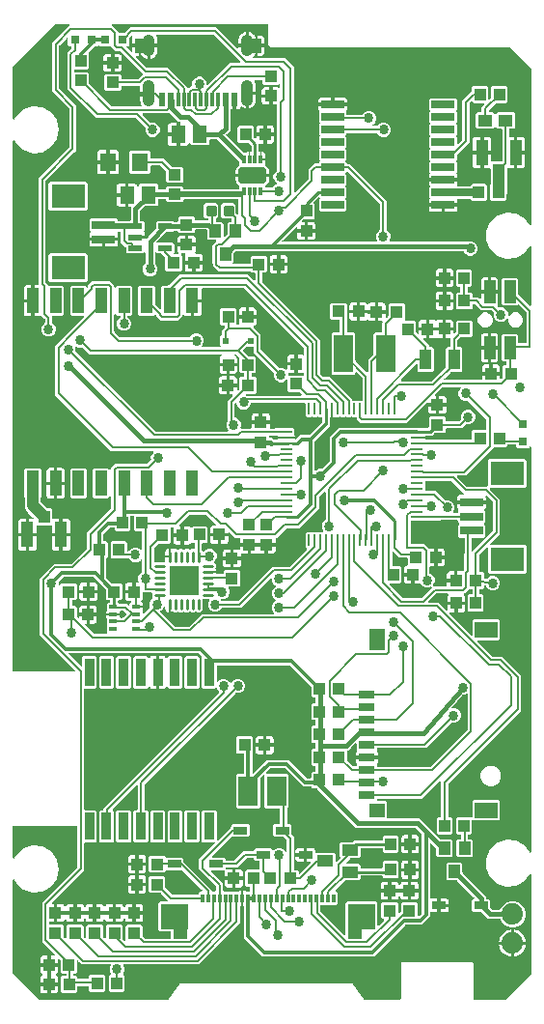
<source format=gbr>
G04 EAGLE Gerber RS-274X export*
G75*
%MOMM*%
%FSLAX34Y34*%
%LPD*%
%INTop Copper*%
%IPPOS*%
%AMOC8*
5,1,8,0,0,1.08239X$1,22.5*%
G01*
%ADD10C,0.254000*%
%ADD11R,2.616200X2.616200*%
%ADD12R,2.000000X0.800000*%
%ADD13R,3.000000X2.100000*%
%ADD14R,1.400000X1.600000*%
%ADD15R,1.050000X1.080000*%
%ADD16R,1.080000X1.050000*%
%ADD17R,1.300000X1.500000*%
%ADD18R,0.900000X2.400000*%
%ADD19R,0.800000X0.800000*%
%ADD20R,1.100000X1.000000*%
%ADD21R,1.000000X1.100000*%
%ADD22R,1.200000X0.550000*%
%ADD23R,1.000000X2.000000*%
%ADD24R,0.700000X0.350000*%
%ADD25C,0.698500*%
%ADD26R,0.300000X0.727000*%
%ADD27R,1.700000X3.300000*%
%ADD28R,1.000000X1.800000*%
%ADD29R,0.220000X1.000000*%
%ADD30R,1.000000X0.220000*%
%ADD31R,2.000000X1.400000*%
%ADD32R,1.400000X1.280000*%
%ADD33R,1.400000X1.950000*%
%ADD34R,1.400000X0.700000*%
%ADD35R,0.300000X0.800000*%
%ADD36R,2.400000X2.200000*%
%ADD37R,1.300000X0.850000*%
%ADD38C,1.000000*%
%ADD39R,0.300000X1.150000*%
%ADD40R,0.600000X1.150000*%
%ADD41C,0.044450*%
%ADD42R,1.700000X2.600000*%
%ADD43R,1.400000X1.000000*%
%ADD44R,1.200000X0.700000*%
%ADD45C,0.222250*%
%ADD46R,1.016000X1.143000*%
%ADD47R,1.066800X2.184400*%
%ADD48R,0.600000X0.600000*%
%ADD49C,1.879600*%
%ADD50R,2.000000X0.700000*%
%ADD51R,1.250000X1.000000*%
%ADD52R,1.100000X2.250000*%
%ADD53R,1.050000X1.100000*%
%ADD54C,0.203200*%
%ADD55C,0.858000*%
%ADD56C,0.406400*%
%ADD57C,0.508000*%
%ADD58C,0.304800*%
%ADD59C,0.609600*%
%ADD60C,0.700000*%
%ADD61C,1.016000*%

G36*
X304839Y527126D02*
X304839Y527126D01*
X304942Y527129D01*
X304961Y527136D01*
X304981Y527137D01*
X305076Y527178D01*
X305173Y527213D01*
X305189Y527226D01*
X305207Y527234D01*
X305338Y527338D01*
X305351Y527351D01*
X308472Y527351D01*
X308492Y527354D01*
X308511Y527352D01*
X308613Y527374D01*
X308715Y527390D01*
X308732Y527400D01*
X308752Y527404D01*
X308841Y527457D01*
X308932Y527506D01*
X308946Y527520D01*
X308963Y527530D01*
X309030Y527609D01*
X309102Y527684D01*
X309110Y527702D01*
X309123Y527717D01*
X309162Y527813D01*
X309205Y527907D01*
X309207Y527927D01*
X309215Y527945D01*
X309233Y528112D01*
X309233Y547214D01*
X309219Y547304D01*
X309211Y547395D01*
X309199Y547425D01*
X309194Y547457D01*
X309151Y547538D01*
X309115Y547622D01*
X309089Y547654D01*
X309078Y547675D01*
X309055Y547697D01*
X309010Y547753D01*
X304450Y552313D01*
X304392Y552355D01*
X304340Y552404D01*
X304293Y552426D01*
X304251Y552456D01*
X304182Y552477D01*
X304117Y552508D01*
X304065Y552513D01*
X304015Y552529D01*
X303944Y552527D01*
X303873Y552535D01*
X303822Y552524D01*
X303770Y552522D01*
X303702Y552498D01*
X303632Y552482D01*
X303587Y552456D01*
X303539Y552438D01*
X303483Y552393D01*
X303421Y552356D01*
X303387Y552317D01*
X303347Y552284D01*
X303308Y552224D01*
X303261Y552169D01*
X303242Y552121D01*
X303214Y552077D01*
X303196Y552008D01*
X303169Y551941D01*
X303161Y551870D01*
X303153Y551839D01*
X303155Y551815D01*
X303151Y551774D01*
X303151Y551151D01*
X301949Y549949D01*
X283251Y549949D01*
X282049Y551151D01*
X282049Y585849D01*
X283251Y587051D01*
X288772Y587051D01*
X288792Y587054D01*
X288811Y587052D01*
X288913Y587074D01*
X289015Y587090D01*
X289032Y587100D01*
X289052Y587104D01*
X289141Y587157D01*
X289232Y587206D01*
X289246Y587220D01*
X289263Y587230D01*
X289330Y587309D01*
X289402Y587384D01*
X289410Y587402D01*
X289423Y587417D01*
X289462Y587513D01*
X289505Y587607D01*
X289507Y587627D01*
X289515Y587645D01*
X289533Y587812D01*
X289533Y597488D01*
X289530Y597508D01*
X289532Y597527D01*
X289510Y597629D01*
X289494Y597731D01*
X289484Y597748D01*
X289480Y597768D01*
X289427Y597857D01*
X289378Y597948D01*
X289364Y597962D01*
X289354Y597979D01*
X289275Y598046D01*
X289200Y598118D01*
X289182Y598126D01*
X289167Y598139D01*
X289071Y598178D01*
X288977Y598221D01*
X288957Y598223D01*
X288939Y598231D01*
X288772Y598249D01*
X282151Y598249D01*
X280949Y599451D01*
X280949Y611949D01*
X282151Y613151D01*
X294349Y613151D01*
X295551Y611949D01*
X295551Y603052D01*
X295565Y602962D01*
X295573Y602871D01*
X295585Y602841D01*
X295590Y602809D01*
X295633Y602728D01*
X295667Y602649D01*
X295667Y587812D01*
X295670Y587792D01*
X295668Y587773D01*
X295690Y587671D01*
X295706Y587569D01*
X295716Y587552D01*
X295720Y587532D01*
X295773Y587443D01*
X295822Y587352D01*
X295836Y587338D01*
X295846Y587321D01*
X295925Y587254D01*
X296000Y587182D01*
X296018Y587174D01*
X296033Y587161D01*
X296129Y587122D01*
X296223Y587079D01*
X296243Y587077D01*
X296261Y587069D01*
X296428Y587051D01*
X301949Y587051D01*
X303151Y585849D01*
X303151Y562602D01*
X303165Y562512D01*
X303173Y562421D01*
X303185Y562391D01*
X303190Y562359D01*
X303233Y562278D01*
X303269Y562194D01*
X303295Y562162D01*
X303306Y562141D01*
X303329Y562119D01*
X303374Y562063D01*
X312934Y552503D01*
X312992Y552461D01*
X313044Y552412D01*
X313091Y552390D01*
X313133Y552360D01*
X313202Y552339D01*
X313267Y552308D01*
X313319Y552303D01*
X313369Y552287D01*
X313440Y552289D01*
X313511Y552281D01*
X313562Y552292D01*
X313614Y552294D01*
X313682Y552318D01*
X313752Y552334D01*
X313797Y552360D01*
X313845Y552378D01*
X313901Y552423D01*
X313963Y552460D01*
X313997Y552499D01*
X314037Y552532D01*
X314076Y552592D01*
X314123Y552647D01*
X314142Y552695D01*
X314170Y552739D01*
X314188Y552808D01*
X314215Y552875D01*
X314223Y552946D01*
X314231Y552977D01*
X314229Y553001D01*
X314233Y553042D01*
X314233Y563570D01*
X318826Y568163D01*
X318879Y568237D01*
X318939Y568307D01*
X318951Y568337D01*
X318970Y568363D01*
X318997Y568450D01*
X319031Y568535D01*
X319035Y568576D01*
X319042Y568598D01*
X319041Y568630D01*
X319049Y568702D01*
X319049Y585849D01*
X320251Y587051D01*
X325772Y587051D01*
X325792Y587054D01*
X325811Y587052D01*
X325913Y587074D01*
X326015Y587090D01*
X326032Y587100D01*
X326052Y587104D01*
X326141Y587157D01*
X326232Y587206D01*
X326246Y587220D01*
X326263Y587230D01*
X326330Y587309D01*
X326402Y587384D01*
X326410Y587402D01*
X326423Y587417D01*
X326462Y587513D01*
X326505Y587607D01*
X326507Y587627D01*
X326515Y587645D01*
X326533Y587812D01*
X326533Y595870D01*
X326723Y596060D01*
X326765Y596118D01*
X326814Y596170D01*
X326836Y596217D01*
X326866Y596259D01*
X326887Y596328D01*
X326918Y596393D01*
X326923Y596445D01*
X326939Y596495D01*
X326937Y596566D01*
X326945Y596637D01*
X326934Y596688D01*
X326932Y596740D01*
X326908Y596808D01*
X326892Y596878D01*
X326866Y596923D01*
X326848Y596971D01*
X326803Y597027D01*
X326766Y597089D01*
X326727Y597123D01*
X326694Y597163D01*
X326634Y597202D01*
X326579Y597249D01*
X326531Y597268D01*
X326487Y597296D01*
X326418Y597314D01*
X326351Y597341D01*
X326280Y597349D01*
X326249Y597357D01*
X326225Y597355D01*
X326184Y597359D01*
X323273Y597359D01*
X323273Y603777D01*
X329541Y603777D01*
X329541Y600716D01*
X329552Y600645D01*
X329554Y600573D01*
X329572Y600524D01*
X329580Y600473D01*
X329614Y600410D01*
X329639Y600342D01*
X329671Y600301D01*
X329696Y600255D01*
X329747Y600206D01*
X329792Y600150D01*
X329836Y600122D01*
X329874Y600086D01*
X329939Y600056D01*
X329999Y600017D01*
X330050Y600004D01*
X330097Y599982D01*
X330168Y599975D01*
X330238Y599957D01*
X330290Y599961D01*
X330341Y599955D01*
X330412Y599971D01*
X330483Y599976D01*
X330531Y599996D01*
X330582Y600008D01*
X330643Y600044D01*
X330709Y600072D01*
X330765Y600117D01*
X330793Y600134D01*
X330808Y600152D01*
X330840Y600177D01*
X331726Y601063D01*
X331779Y601137D01*
X331839Y601207D01*
X331851Y601237D01*
X331870Y601263D01*
X331897Y601350D01*
X331931Y601435D01*
X331935Y601476D01*
X331942Y601498D01*
X331941Y601530D01*
X331949Y601602D01*
X331949Y611549D01*
X333151Y612751D01*
X345349Y612751D01*
X346551Y611549D01*
X346551Y599051D01*
X346550Y599050D01*
X346509Y598992D01*
X346459Y598940D01*
X346437Y598893D01*
X346407Y598851D01*
X346386Y598782D01*
X346356Y598717D01*
X346350Y598665D01*
X346335Y598615D01*
X346336Y598544D01*
X346328Y598473D01*
X346340Y598422D01*
X346341Y598370D01*
X346365Y598302D01*
X346381Y598232D01*
X346407Y598187D01*
X346425Y598139D01*
X346470Y598083D01*
X346507Y598021D01*
X346546Y597987D01*
X346579Y597947D01*
X346639Y597908D01*
X346694Y597861D01*
X346742Y597842D01*
X346786Y597814D01*
X346855Y597796D01*
X346922Y597769D01*
X346993Y597761D01*
X347024Y597753D01*
X347048Y597755D01*
X347089Y597751D01*
X355249Y597751D01*
X356451Y596549D01*
X356451Y587652D01*
X356465Y587562D01*
X356473Y587471D01*
X356485Y587441D01*
X356490Y587409D01*
X356533Y587328D01*
X356569Y587244D01*
X356595Y587212D01*
X356606Y587191D01*
X356629Y587169D01*
X356674Y587113D01*
X357560Y586227D01*
X357618Y586185D01*
X357670Y586136D01*
X357717Y586114D01*
X357759Y586084D01*
X357828Y586063D01*
X357893Y586032D01*
X357945Y586027D01*
X357995Y586011D01*
X358066Y586013D01*
X358137Y586005D01*
X358188Y586016D01*
X358240Y586018D01*
X358308Y586042D01*
X358378Y586058D01*
X358423Y586084D01*
X358471Y586102D01*
X358527Y586147D01*
X358589Y586184D01*
X358623Y586223D01*
X358663Y586256D01*
X358702Y586316D01*
X358749Y586371D01*
X358768Y586419D01*
X358796Y586463D01*
X358814Y586532D01*
X358841Y586599D01*
X358849Y586670D01*
X358857Y586701D01*
X358855Y586725D01*
X358859Y586766D01*
X358859Y588777D01*
X365127Y588777D01*
X365127Y582359D01*
X363266Y582359D01*
X363195Y582348D01*
X363123Y582346D01*
X363074Y582328D01*
X363023Y582320D01*
X362959Y582286D01*
X362892Y582261D01*
X362851Y582229D01*
X362805Y582204D01*
X362756Y582152D01*
X362700Y582108D01*
X362672Y582064D01*
X362636Y582026D01*
X362606Y581961D01*
X362567Y581901D01*
X362554Y581850D01*
X362532Y581803D01*
X362525Y581732D01*
X362507Y581662D01*
X362511Y581610D01*
X362505Y581559D01*
X362521Y581488D01*
X362526Y581417D01*
X362546Y581369D01*
X362558Y581318D01*
X362594Y581257D01*
X362622Y581191D01*
X362667Y581135D01*
X362684Y581107D01*
X362702Y581092D01*
X362727Y581060D01*
X365747Y578040D01*
X367767Y576020D01*
X367767Y575312D01*
X367770Y575292D01*
X367768Y575273D01*
X367790Y575171D01*
X367806Y575069D01*
X367816Y575052D01*
X367820Y575032D01*
X367873Y574943D01*
X367922Y574852D01*
X367936Y574838D01*
X367946Y574821D01*
X368025Y574754D01*
X368100Y574682D01*
X368118Y574674D01*
X368133Y574661D01*
X368229Y574622D01*
X368323Y574579D01*
X368343Y574577D01*
X368361Y574569D01*
X368528Y574551D01*
X370549Y574551D01*
X371751Y573349D01*
X371751Y553651D01*
X370549Y552449D01*
X358851Y552449D01*
X357649Y553651D01*
X357649Y558502D01*
X357638Y558572D01*
X357636Y558644D01*
X357618Y558693D01*
X357610Y558744D01*
X357576Y558808D01*
X357551Y558875D01*
X357519Y558916D01*
X357494Y558962D01*
X357443Y559011D01*
X357398Y559067D01*
X357354Y559095D01*
X357316Y559131D01*
X357251Y559161D01*
X357191Y559200D01*
X357140Y559213D01*
X357093Y559235D01*
X357022Y559243D01*
X356952Y559260D01*
X356900Y559256D01*
X356849Y559262D01*
X356778Y559247D01*
X356707Y559241D01*
X356659Y559221D01*
X356608Y559210D01*
X356547Y559173D01*
X356481Y559145D01*
X356425Y559100D01*
X356397Y559083D01*
X356382Y559066D01*
X356350Y559040D01*
X343176Y545866D01*
X343134Y545808D01*
X343085Y545756D01*
X343063Y545709D01*
X343033Y545667D01*
X343012Y545598D01*
X342981Y545533D01*
X342976Y545481D01*
X342960Y545431D01*
X342962Y545360D01*
X342954Y545289D01*
X342965Y545238D01*
X342967Y545186D01*
X342991Y545118D01*
X343006Y545048D01*
X343033Y545004D01*
X343051Y544955D01*
X343096Y544899D01*
X343133Y544837D01*
X343172Y544803D01*
X343205Y544763D01*
X343265Y544724D01*
X343320Y544677D01*
X343368Y544658D01*
X343412Y544630D01*
X343481Y544612D01*
X343548Y544585D01*
X343619Y544577D01*
X343650Y544569D01*
X343673Y544571D01*
X343714Y544567D01*
X369914Y544567D01*
X370004Y544581D01*
X370095Y544589D01*
X370125Y544601D01*
X370157Y544606D01*
X370238Y544649D01*
X370322Y544685D01*
X370354Y544711D01*
X370375Y544722D01*
X370397Y544745D01*
X370453Y544790D01*
X382426Y556763D01*
X382479Y556837D01*
X382539Y556907D01*
X382551Y556937D01*
X382570Y556963D01*
X382597Y557050D01*
X382631Y557135D01*
X382635Y557176D01*
X382642Y557198D01*
X382641Y557230D01*
X382649Y557302D01*
X382649Y573349D01*
X383851Y574551D01*
X385872Y574551D01*
X385892Y574554D01*
X385911Y574552D01*
X386013Y574574D01*
X386115Y574590D01*
X386132Y574600D01*
X386152Y574604D01*
X386241Y574657D01*
X386332Y574706D01*
X386346Y574720D01*
X386363Y574730D01*
X386430Y574809D01*
X386502Y574884D01*
X386510Y574902D01*
X386523Y574917D01*
X386562Y575013D01*
X386605Y575107D01*
X386607Y575127D01*
X386615Y575145D01*
X386633Y575312D01*
X386633Y581698D01*
X386630Y581718D01*
X386632Y581737D01*
X386610Y581839D01*
X386594Y581941D01*
X386584Y581958D01*
X386580Y581978D01*
X386527Y582067D01*
X386478Y582158D01*
X386464Y582172D01*
X386454Y582189D01*
X386375Y582256D01*
X386300Y582328D01*
X386282Y582336D01*
X386267Y582349D01*
X386171Y582388D01*
X386077Y582431D01*
X386057Y582433D01*
X386039Y582441D01*
X385872Y582459D01*
X382673Y582459D01*
X382673Y588877D01*
X388941Y588877D01*
X388941Y586866D01*
X388952Y586795D01*
X388954Y586723D01*
X388972Y586674D01*
X388980Y586623D01*
X389014Y586559D01*
X389039Y586492D01*
X389071Y586451D01*
X389096Y586405D01*
X389148Y586356D01*
X389192Y586300D01*
X389236Y586272D01*
X389274Y586236D01*
X389339Y586206D01*
X389399Y586167D01*
X389450Y586154D01*
X389497Y586132D01*
X389568Y586125D01*
X389638Y586107D01*
X389690Y586111D01*
X389741Y586105D01*
X389812Y586121D01*
X389883Y586126D01*
X389931Y586146D01*
X389982Y586158D01*
X390043Y586194D01*
X390109Y586222D01*
X390165Y586267D01*
X390193Y586284D01*
X390208Y586302D01*
X390240Y586327D01*
X391126Y587213D01*
X391179Y587287D01*
X391239Y587357D01*
X391251Y587387D01*
X391270Y587413D01*
X391297Y587500D01*
X391331Y587585D01*
X391335Y587626D01*
X391342Y587648D01*
X391341Y587680D01*
X391349Y587752D01*
X391349Y596649D01*
X392551Y597851D01*
X404749Y597851D01*
X405951Y596649D01*
X405951Y584151D01*
X404749Y582949D01*
X395852Y582949D01*
X395762Y582935D01*
X395671Y582927D01*
X395641Y582915D01*
X395609Y582910D01*
X395528Y582867D01*
X395444Y582831D01*
X395412Y582805D01*
X395391Y582794D01*
X395369Y582771D01*
X395313Y582726D01*
X392990Y580403D01*
X392937Y580329D01*
X392877Y580259D01*
X392865Y580229D01*
X392846Y580203D01*
X392819Y580116D01*
X392785Y580031D01*
X392781Y579990D01*
X392774Y579968D01*
X392775Y579936D01*
X392767Y579864D01*
X392767Y575312D01*
X392770Y575292D01*
X392768Y575273D01*
X392790Y575171D01*
X392806Y575069D01*
X392816Y575052D01*
X392820Y575032D01*
X392873Y574943D01*
X392922Y574852D01*
X392936Y574838D01*
X392946Y574821D01*
X393025Y574754D01*
X393100Y574682D01*
X393118Y574674D01*
X393133Y574661D01*
X393229Y574622D01*
X393323Y574579D01*
X393343Y574577D01*
X393361Y574569D01*
X393528Y574551D01*
X395549Y574551D01*
X396751Y573349D01*
X396751Y553651D01*
X395549Y552449D01*
X387102Y552449D01*
X387012Y552435D01*
X386921Y552427D01*
X386891Y552415D01*
X386859Y552410D01*
X386778Y552367D01*
X386694Y552331D01*
X386662Y552305D01*
X386641Y552294D01*
X386619Y552271D01*
X386563Y552226D01*
X381203Y546866D01*
X381161Y546808D01*
X381112Y546756D01*
X381090Y546709D01*
X381060Y546667D01*
X381039Y546598D01*
X381008Y546533D01*
X381003Y546481D01*
X380987Y546431D01*
X380989Y546360D01*
X380981Y546289D01*
X380992Y546238D01*
X380994Y546186D01*
X381018Y546118D01*
X381034Y546048D01*
X381060Y546003D01*
X381078Y545955D01*
X381123Y545899D01*
X381160Y545837D01*
X381199Y545803D01*
X381232Y545763D01*
X381292Y545724D01*
X381347Y545677D01*
X381395Y545658D01*
X381439Y545630D01*
X381508Y545612D01*
X381575Y545585D01*
X381646Y545577D01*
X381677Y545569D01*
X381701Y545571D01*
X381742Y545567D01*
X413498Y545567D01*
X413518Y545570D01*
X413537Y545568D01*
X413639Y545590D01*
X413741Y545606D01*
X413758Y545616D01*
X413778Y545620D01*
X413867Y545673D01*
X413958Y545722D01*
X413972Y545736D01*
X413989Y545746D01*
X414056Y545825D01*
X414128Y545900D01*
X414136Y545918D01*
X414149Y545933D01*
X414188Y546029D01*
X414231Y546123D01*
X414233Y546143D01*
X414241Y546161D01*
X414259Y546328D01*
X414259Y549677D01*
X421288Y549677D01*
X421308Y549680D01*
X421327Y549678D01*
X421429Y549700D01*
X421531Y549717D01*
X421548Y549726D01*
X421568Y549730D01*
X421657Y549783D01*
X421748Y549832D01*
X421762Y549846D01*
X421779Y549856D01*
X421846Y549935D01*
X421917Y550010D01*
X421926Y550028D01*
X421939Y550043D01*
X421978Y550139D01*
X422021Y550233D01*
X422023Y550253D01*
X422031Y550271D01*
X422049Y550438D01*
X422049Y551201D01*
X422051Y551201D01*
X422051Y550438D01*
X422054Y550418D01*
X422052Y550399D01*
X422074Y550297D01*
X422091Y550195D01*
X422100Y550178D01*
X422104Y550158D01*
X422157Y550069D01*
X422206Y549978D01*
X422220Y549964D01*
X422230Y549947D01*
X422309Y549880D01*
X422384Y549809D01*
X422402Y549800D01*
X422417Y549787D01*
X422513Y549748D01*
X422607Y549705D01*
X422627Y549703D01*
X422645Y549695D01*
X422812Y549677D01*
X429841Y549677D01*
X429841Y547266D01*
X429852Y547195D01*
X429854Y547123D01*
X429872Y547074D01*
X429880Y547023D01*
X429914Y546959D01*
X429939Y546892D01*
X429971Y546851D01*
X429996Y546805D01*
X430048Y546756D01*
X430092Y546700D01*
X430136Y546672D01*
X430174Y546636D01*
X430239Y546606D01*
X430299Y546567D01*
X430350Y546554D01*
X430397Y546532D01*
X430468Y546525D01*
X430538Y546507D01*
X430590Y546511D01*
X430641Y546505D01*
X430712Y546521D01*
X430783Y546526D01*
X430831Y546546D01*
X430882Y546558D01*
X430943Y546594D01*
X431009Y546622D01*
X431065Y546667D01*
X431093Y546684D01*
X431108Y546702D01*
X431140Y546727D01*
X432026Y547613D01*
X432079Y547687D01*
X432139Y547757D01*
X432151Y547787D01*
X432170Y547813D01*
X432197Y547900D01*
X432231Y547985D01*
X432235Y548026D01*
X432242Y548048D01*
X432241Y548080D01*
X432249Y548152D01*
X432249Y557449D01*
X433451Y558651D01*
X435072Y558651D01*
X435092Y558654D01*
X435111Y558652D01*
X435213Y558674D01*
X435315Y558690D01*
X435332Y558700D01*
X435352Y558704D01*
X435441Y558757D01*
X435532Y558806D01*
X435546Y558820D01*
X435563Y558830D01*
X435630Y558909D01*
X435702Y558984D01*
X435710Y559002D01*
X435723Y559017D01*
X435762Y559113D01*
X435805Y559207D01*
X435807Y559227D01*
X435815Y559245D01*
X435833Y559412D01*
X435833Y560988D01*
X435830Y561008D01*
X435832Y561027D01*
X435810Y561129D01*
X435794Y561231D01*
X435784Y561248D01*
X435780Y561268D01*
X435727Y561357D01*
X435678Y561448D01*
X435664Y561462D01*
X435654Y561479D01*
X435575Y561546D01*
X435500Y561618D01*
X435482Y561626D01*
X435467Y561639D01*
X435371Y561678D01*
X435277Y561721D01*
X435257Y561723D01*
X435239Y561731D01*
X435072Y561749D01*
X433051Y561749D01*
X431849Y562951D01*
X431849Y584649D01*
X433051Y585851D01*
X444749Y585851D01*
X445951Y584649D01*
X445951Y578828D01*
X445954Y578808D01*
X445952Y578789D01*
X445974Y578687D01*
X445990Y578585D01*
X446000Y578568D01*
X446004Y578548D01*
X446057Y578459D01*
X446106Y578368D01*
X446120Y578354D01*
X446130Y578337D01*
X446209Y578270D01*
X446284Y578198D01*
X446302Y578190D01*
X446317Y578177D01*
X446413Y578138D01*
X446507Y578095D01*
X446527Y578093D01*
X446545Y578085D01*
X446712Y578067D01*
X452422Y578067D01*
X452442Y578070D01*
X452461Y578068D01*
X452563Y578090D01*
X452665Y578106D01*
X452682Y578116D01*
X452702Y578120D01*
X452791Y578173D01*
X452882Y578222D01*
X452896Y578236D01*
X452913Y578246D01*
X452980Y578325D01*
X453052Y578400D01*
X453060Y578418D01*
X453073Y578433D01*
X453112Y578529D01*
X453155Y578623D01*
X453157Y578643D01*
X453165Y578661D01*
X453183Y578828D01*
X453183Y604664D01*
X453169Y604755D01*
X453161Y604845D01*
X453149Y604875D01*
X453144Y604907D01*
X453101Y604988D01*
X453065Y605072D01*
X453039Y605104D01*
X453028Y605125D01*
X453005Y605147D01*
X452981Y605177D01*
X452979Y605180D01*
X452977Y605182D01*
X452960Y605203D01*
X446620Y611543D01*
X446604Y611555D01*
X446591Y611570D01*
X446504Y611626D01*
X446420Y611687D01*
X446401Y611693D01*
X446384Y611703D01*
X446284Y611729D01*
X446185Y611759D01*
X446165Y611759D01*
X446146Y611763D01*
X446043Y611755D01*
X445939Y611753D01*
X445920Y611746D01*
X445901Y611744D01*
X445806Y611704D01*
X445708Y611668D01*
X445693Y611656D01*
X445674Y611648D01*
X445543Y611543D01*
X444749Y610749D01*
X433051Y610749D01*
X431849Y611951D01*
X431849Y633649D01*
X433051Y634851D01*
X444749Y634851D01*
X445951Y633649D01*
X445951Y621202D01*
X445965Y621111D01*
X445973Y621021D01*
X445985Y620991D01*
X445990Y620959D01*
X446033Y620878D01*
X446069Y620794D01*
X446095Y620762D01*
X446106Y620741D01*
X446129Y620719D01*
X446174Y620663D01*
X456160Y610677D01*
X456218Y610635D01*
X456270Y610586D01*
X456317Y610564D01*
X456359Y610534D01*
X456428Y610513D01*
X456493Y610482D01*
X456545Y610477D01*
X456595Y610461D01*
X456666Y610463D01*
X456737Y610455D01*
X456788Y610466D01*
X456840Y610468D01*
X456908Y610492D01*
X456978Y610508D01*
X457022Y610534D01*
X457071Y610552D01*
X457127Y610597D01*
X457189Y610634D01*
X457223Y610673D01*
X457263Y610706D01*
X457302Y610766D01*
X457349Y610821D01*
X457368Y610869D01*
X457396Y610913D01*
X457414Y610982D01*
X457441Y611049D01*
X457449Y611120D01*
X457457Y611151D01*
X457455Y611175D01*
X457459Y611216D01*
X457459Y661917D01*
X457458Y661925D01*
X457459Y661933D01*
X457438Y662046D01*
X457420Y662160D01*
X457416Y662167D01*
X457414Y662175D01*
X457358Y662276D01*
X457304Y662377D01*
X457299Y662383D01*
X457295Y662390D01*
X457210Y662467D01*
X457126Y662547D01*
X457119Y662550D01*
X457113Y662555D01*
X457008Y662601D01*
X456903Y662650D01*
X456895Y662651D01*
X456888Y662654D01*
X456773Y662665D01*
X456659Y662677D01*
X456651Y662676D01*
X456643Y662676D01*
X456531Y662650D01*
X456418Y662625D01*
X456411Y662621D01*
X456404Y662619D01*
X456306Y662558D01*
X456207Y662499D01*
X456202Y662493D01*
X456195Y662489D01*
X456082Y662365D01*
X451882Y656583D01*
X444411Y652270D01*
X435831Y651368D01*
X427627Y654034D01*
X421216Y659806D01*
X417708Y667687D01*
X417708Y676313D01*
X421216Y684194D01*
X427627Y689966D01*
X435831Y692632D01*
X444411Y691730D01*
X451882Y687417D01*
X456082Y681635D01*
X456088Y681630D01*
X456092Y681623D01*
X456175Y681544D01*
X456257Y681462D01*
X456264Y681459D01*
X456270Y681453D01*
X456375Y681405D01*
X456478Y681354D01*
X456486Y681353D01*
X456493Y681350D01*
X456607Y681337D01*
X456722Y681322D01*
X456730Y681324D01*
X456737Y681323D01*
X456850Y681347D01*
X456963Y681369D01*
X456970Y681373D01*
X456978Y681375D01*
X457076Y681434D01*
X457177Y681491D01*
X457182Y681497D01*
X457189Y681501D01*
X457264Y681589D01*
X457341Y681675D01*
X457344Y681682D01*
X457349Y681688D01*
X457392Y681795D01*
X457437Y681901D01*
X457438Y681909D01*
X457441Y681916D01*
X457459Y682083D01*
X457459Y817914D01*
X457445Y818004D01*
X457437Y818095D01*
X457425Y818125D01*
X457420Y818157D01*
X457377Y818237D01*
X457341Y818321D01*
X457315Y818353D01*
X457304Y818374D01*
X457281Y818396D01*
X457236Y818452D01*
X438960Y836728D01*
X438886Y836781D01*
X438817Y836841D01*
X438787Y836853D01*
X438760Y836872D01*
X438673Y836899D01*
X438589Y836933D01*
X438548Y836937D01*
X438525Y836944D01*
X438493Y836943D01*
X438422Y836951D01*
X228737Y836951D01*
X226951Y838737D01*
X226951Y856698D01*
X226948Y856718D01*
X226950Y856737D01*
X226928Y856839D01*
X226912Y856941D01*
X226902Y856958D01*
X226898Y856978D01*
X226845Y857067D01*
X226796Y857158D01*
X226782Y857172D01*
X226772Y857189D01*
X226693Y857256D01*
X226618Y857328D01*
X226600Y857336D01*
X226585Y857349D01*
X226489Y857388D01*
X226395Y857431D01*
X226375Y857433D01*
X226357Y857441D01*
X226190Y857459D01*
X89966Y857459D01*
X89895Y857448D01*
X89823Y857446D01*
X89774Y857428D01*
X89723Y857420D01*
X89659Y857386D01*
X89592Y857361D01*
X89551Y857329D01*
X89505Y857304D01*
X89456Y857252D01*
X89400Y857208D01*
X89372Y857164D01*
X89336Y857126D01*
X89306Y857061D01*
X89267Y857001D01*
X89254Y856950D01*
X89232Y856903D01*
X89225Y856832D01*
X89207Y856762D01*
X89211Y856710D01*
X89205Y856659D01*
X89221Y856588D01*
X89226Y856517D01*
X89246Y856469D01*
X89258Y856418D01*
X89294Y856357D01*
X89322Y856291D01*
X89367Y856235D01*
X89384Y856207D01*
X89402Y856192D01*
X89427Y856160D01*
X91540Y854047D01*
X92781Y852806D01*
X94825Y850762D01*
X94840Y850669D01*
X94850Y850652D01*
X94854Y850632D01*
X94907Y850543D01*
X94956Y850452D01*
X94970Y850438D01*
X94980Y850421D01*
X95059Y850354D01*
X95134Y850282D01*
X95152Y850274D01*
X95167Y850261D01*
X95263Y850222D01*
X95357Y850179D01*
X95377Y850177D01*
X95395Y850169D01*
X95562Y850151D01*
X100498Y850151D01*
X100588Y850165D01*
X100679Y850173D01*
X100709Y850185D01*
X100741Y850190D01*
X100822Y850233D01*
X100906Y850269D01*
X100938Y850295D01*
X100959Y850306D01*
X100981Y850329D01*
X101037Y850374D01*
X105230Y854567D01*
X116887Y854567D01*
X116977Y854581D01*
X116993Y854583D01*
X181027Y854583D01*
X199390Y836220D01*
X199448Y836178D01*
X199500Y836129D01*
X199547Y836107D01*
X199589Y836077D01*
X199658Y836056D01*
X199723Y836025D01*
X199775Y836020D01*
X199825Y836004D01*
X199896Y836006D01*
X199967Y835998D01*
X200018Y836009D01*
X200070Y836011D01*
X200138Y836035D01*
X200208Y836051D01*
X200253Y836077D01*
X200301Y836095D01*
X200357Y836140D01*
X200419Y836177D01*
X200453Y836216D01*
X200493Y836249D01*
X200532Y836309D01*
X200579Y836364D01*
X200598Y836412D01*
X200626Y836456D01*
X200644Y836525D01*
X200671Y836592D01*
X200679Y836663D01*
X200687Y836694D01*
X200685Y836718D01*
X200689Y836758D01*
X200689Y837427D01*
X207468Y837427D01*
X207488Y837430D01*
X207507Y837428D01*
X207609Y837450D01*
X207711Y837467D01*
X207728Y837476D01*
X207748Y837480D01*
X207837Y837533D01*
X207928Y837582D01*
X207942Y837596D01*
X207959Y837606D01*
X208026Y837685D01*
X208097Y837760D01*
X208106Y837778D01*
X208119Y837793D01*
X208158Y837889D01*
X208201Y837983D01*
X208203Y838003D01*
X208211Y838021D01*
X208229Y838188D01*
X208229Y838975D01*
X208231Y838975D01*
X208231Y838188D01*
X208234Y838168D01*
X208232Y838149D01*
X208254Y838047D01*
X208271Y837945D01*
X208280Y837928D01*
X208284Y837908D01*
X208337Y837819D01*
X208386Y837728D01*
X208400Y837714D01*
X208410Y837697D01*
X208489Y837630D01*
X208564Y837559D01*
X208582Y837550D01*
X208597Y837537D01*
X208693Y837498D01*
X208787Y837455D01*
X208807Y837453D01*
X208825Y837445D01*
X208992Y837427D01*
X215068Y837427D01*
X215088Y837430D01*
X215107Y837428D01*
X215209Y837450D01*
X215311Y837467D01*
X215328Y837476D01*
X215348Y837480D01*
X215437Y837533D01*
X215528Y837582D01*
X215542Y837596D01*
X215559Y837606D01*
X215626Y837685D01*
X215697Y837760D01*
X215706Y837778D01*
X215719Y837793D01*
X215758Y837889D01*
X215771Y837918D01*
X215771Y833707D01*
X215481Y832250D01*
X214912Y830878D01*
X214625Y830448D01*
X214625Y830447D01*
X214435Y830164D01*
X214428Y830148D01*
X214417Y830136D01*
X214377Y830036D01*
X214333Y829940D01*
X214332Y829923D01*
X214325Y829907D01*
X214314Y829802D01*
X214241Y829771D01*
X214209Y829745D01*
X214189Y829734D01*
X214166Y829711D01*
X214110Y829666D01*
X213392Y828948D01*
X213351Y828890D01*
X213301Y828838D01*
X213279Y828791D01*
X213249Y828749D01*
X213228Y828680D01*
X213198Y828615D01*
X213192Y828563D01*
X213177Y828513D01*
X213178Y828442D01*
X213171Y828371D01*
X213182Y828320D01*
X213183Y828268D01*
X213208Y828200D01*
X213223Y828130D01*
X213249Y828086D01*
X213267Y828037D01*
X213312Y827981D01*
X213349Y827919D01*
X213389Y827885D01*
X213421Y827845D01*
X213481Y827806D01*
X213536Y827759D01*
X213584Y827740D01*
X213628Y827712D01*
X213697Y827694D01*
X213764Y827667D01*
X213835Y827659D01*
X213867Y827651D01*
X213890Y827653D01*
X213931Y827649D01*
X241711Y827649D01*
X249317Y820043D01*
X249317Y710492D01*
X249319Y710477D01*
X249318Y710464D01*
X249328Y710414D01*
X249330Y710349D01*
X249348Y710300D01*
X249356Y710249D01*
X249390Y710185D01*
X249415Y710118D01*
X249447Y710077D01*
X249472Y710031D01*
X249524Y709982D01*
X249568Y709926D01*
X249612Y709898D01*
X249650Y709862D01*
X249715Y709832D01*
X249775Y709793D01*
X249826Y709780D01*
X249873Y709758D01*
X249944Y709751D01*
X250014Y709733D01*
X250066Y709737D01*
X250117Y709731D01*
X250188Y709747D01*
X250259Y709752D01*
X250307Y709772D01*
X250358Y709784D01*
X250419Y709820D01*
X250485Y709848D01*
X250538Y709890D01*
X250550Y709897D01*
X250553Y709900D01*
X250569Y709910D01*
X250584Y709928D01*
X250616Y709953D01*
X261710Y721047D01*
X261763Y721121D01*
X261823Y721191D01*
X261835Y721221D01*
X261854Y721247D01*
X261881Y721334D01*
X261915Y721419D01*
X261919Y721460D01*
X261926Y721482D01*
X261925Y721514D01*
X261933Y721586D01*
X261933Y730270D01*
X266830Y735167D01*
X270388Y735167D01*
X270408Y735170D01*
X270427Y735168D01*
X270529Y735190D01*
X270631Y735206D01*
X270648Y735216D01*
X270668Y735220D01*
X270757Y735273D01*
X270848Y735322D01*
X270862Y735336D01*
X270879Y735346D01*
X270946Y735425D01*
X271018Y735500D01*
X271026Y735518D01*
X271039Y735533D01*
X271078Y735629D01*
X271121Y735723D01*
X271123Y735743D01*
X271131Y735761D01*
X271149Y735928D01*
X271149Y736449D01*
X271762Y737062D01*
X271773Y737078D01*
X271789Y737090D01*
X271845Y737178D01*
X271905Y737261D01*
X271911Y737280D01*
X271922Y737297D01*
X271947Y737398D01*
X271977Y737497D01*
X271977Y737516D01*
X271982Y737536D01*
X271974Y737639D01*
X271971Y737742D01*
X271964Y737761D01*
X271963Y737781D01*
X271922Y737876D01*
X271887Y737973D01*
X271874Y737989D01*
X271866Y738007D01*
X271762Y738138D01*
X271149Y738751D01*
X271149Y747449D01*
X271762Y748062D01*
X271773Y748078D01*
X271789Y748090D01*
X271845Y748178D01*
X271905Y748261D01*
X271911Y748280D01*
X271922Y748297D01*
X271947Y748398D01*
X271977Y748497D01*
X271977Y748516D01*
X271982Y748536D01*
X271974Y748639D01*
X271971Y748742D01*
X271964Y748761D01*
X271963Y748781D01*
X271922Y748876D01*
X271887Y748973D01*
X271874Y748989D01*
X271866Y749007D01*
X271762Y749138D01*
X271149Y749751D01*
X271149Y758449D01*
X271762Y759062D01*
X271773Y759078D01*
X271789Y759090D01*
X271845Y759178D01*
X271905Y759261D01*
X271911Y759280D01*
X271922Y759297D01*
X271947Y759398D01*
X271977Y759497D01*
X271977Y759516D01*
X271982Y759536D01*
X271974Y759639D01*
X271971Y759742D01*
X271964Y759761D01*
X271963Y759781D01*
X271922Y759876D01*
X271887Y759973D01*
X271874Y759989D01*
X271866Y760007D01*
X271762Y760138D01*
X271149Y760751D01*
X271149Y769449D01*
X271762Y770062D01*
X271773Y770078D01*
X271789Y770090D01*
X271845Y770178D01*
X271905Y770261D01*
X271911Y770280D01*
X271922Y770297D01*
X271947Y770398D01*
X271977Y770497D01*
X271977Y770516D01*
X271982Y770536D01*
X271974Y770639D01*
X271971Y770742D01*
X271964Y770761D01*
X271963Y770781D01*
X271922Y770876D01*
X271887Y770973D01*
X271874Y770989D01*
X271866Y771007D01*
X271762Y771138D01*
X271149Y771751D01*
X271149Y780449D01*
X271415Y780715D01*
X271427Y780731D01*
X271442Y780744D01*
X271498Y780831D01*
X271559Y780915D01*
X271564Y780934D01*
X271575Y780951D01*
X271600Y781051D01*
X271631Y781150D01*
X271630Y781170D01*
X271635Y781189D01*
X271627Y781292D01*
X271625Y781396D01*
X271618Y781415D01*
X271616Y781435D01*
X271576Y781530D01*
X271540Y781627D01*
X271528Y781643D01*
X271520Y781661D01*
X271415Y781792D01*
X271167Y782040D01*
X270832Y782619D01*
X270659Y783266D01*
X270659Y785577D01*
X282438Y785577D01*
X282458Y785580D01*
X282477Y785578D01*
X282579Y785600D01*
X282681Y785617D01*
X282698Y785626D01*
X282718Y785630D01*
X282807Y785683D01*
X282898Y785732D01*
X282912Y785746D01*
X282929Y785756D01*
X282996Y785835D01*
X283067Y785910D01*
X283076Y785928D01*
X283089Y785943D01*
X283127Y786039D01*
X283171Y786133D01*
X283173Y786153D01*
X283181Y786171D01*
X283199Y786338D01*
X283199Y787101D01*
X283201Y787101D01*
X283201Y786338D01*
X283204Y786318D01*
X283202Y786299D01*
X283224Y786197D01*
X283241Y786095D01*
X283250Y786078D01*
X283254Y786058D01*
X283307Y785969D01*
X283356Y785878D01*
X283370Y785864D01*
X283380Y785847D01*
X283459Y785780D01*
X283534Y785709D01*
X283552Y785700D01*
X283567Y785687D01*
X283663Y785648D01*
X283757Y785605D01*
X283777Y785603D01*
X283795Y785595D01*
X283962Y785577D01*
X295741Y785577D01*
X295741Y783266D01*
X295568Y782619D01*
X295233Y782040D01*
X294985Y781792D01*
X294973Y781776D01*
X294958Y781763D01*
X294902Y781676D01*
X294841Y781592D01*
X294836Y781573D01*
X294825Y781556D01*
X294800Y781456D01*
X294769Y781357D01*
X294770Y781337D01*
X294765Y781318D01*
X294773Y781215D01*
X294775Y781111D01*
X294782Y781092D01*
X294784Y781072D01*
X294824Y780977D01*
X294860Y780880D01*
X294872Y780865D01*
X294880Y780846D01*
X294985Y780715D01*
X295251Y780449D01*
X295251Y778828D01*
X295254Y778808D01*
X295252Y778789D01*
X295274Y778687D01*
X295290Y778585D01*
X295300Y778568D01*
X295304Y778548D01*
X295357Y778459D01*
X295406Y778368D01*
X295420Y778354D01*
X295430Y778337D01*
X295509Y778270D01*
X295584Y778198D01*
X295602Y778190D01*
X295617Y778177D01*
X295713Y778138D01*
X295807Y778095D01*
X295827Y778093D01*
X295845Y778085D01*
X296012Y778067D01*
X308898Y778067D01*
X309013Y778085D01*
X309129Y778103D01*
X309135Y778105D01*
X309141Y778106D01*
X309244Y778161D01*
X309349Y778214D01*
X309353Y778219D01*
X309359Y778222D01*
X309439Y778306D01*
X309521Y778390D01*
X309525Y778396D01*
X309528Y778400D01*
X309536Y778417D01*
X309602Y778537D01*
X309625Y778592D01*
X311408Y780375D01*
X313739Y781341D01*
X316261Y781341D01*
X318592Y780375D01*
X320375Y778592D01*
X321341Y776261D01*
X321341Y773739D01*
X320375Y771408D01*
X318583Y769616D01*
X318525Y769580D01*
X318439Y769534D01*
X318421Y769516D01*
X318399Y769502D01*
X318337Y769427D01*
X318270Y769356D01*
X318259Y769332D01*
X318242Y769312D01*
X318207Y769221D01*
X318166Y769133D01*
X318163Y769107D01*
X318154Y769083D01*
X318150Y768985D01*
X318139Y768889D01*
X318144Y768863D01*
X318143Y768837D01*
X318170Y768743D01*
X318191Y768648D01*
X318205Y768626D01*
X318212Y768601D01*
X318267Y768521D01*
X318317Y768437D01*
X318337Y768420D01*
X318352Y768399D01*
X318430Y768341D01*
X318504Y768277D01*
X318529Y768267D01*
X318549Y768252D01*
X318642Y768222D01*
X318732Y768185D01*
X318765Y768182D01*
X318783Y768176D01*
X318816Y768176D01*
X318899Y768167D01*
X321940Y768167D01*
X322055Y768186D01*
X322171Y768203D01*
X322176Y768205D01*
X322183Y768206D01*
X322285Y768261D01*
X322390Y768314D01*
X322395Y768319D01*
X322400Y768322D01*
X322480Y768406D01*
X322562Y768490D01*
X322566Y768496D01*
X322569Y768500D01*
X322577Y768517D01*
X322611Y768578D01*
X324408Y770375D01*
X326739Y771341D01*
X329261Y771341D01*
X331592Y770375D01*
X333375Y768592D01*
X334341Y766261D01*
X334341Y763739D01*
X333375Y761408D01*
X331592Y759625D01*
X329261Y758659D01*
X326739Y758659D01*
X324408Y759625D01*
X322625Y761408D01*
X322560Y761563D01*
X322499Y761663D01*
X322439Y761763D01*
X322434Y761767D01*
X322431Y761772D01*
X322341Y761847D01*
X322252Y761923D01*
X322246Y761925D01*
X322241Y761929D01*
X322133Y761971D01*
X322024Y762015D01*
X322016Y762016D01*
X322012Y762017D01*
X321993Y762018D01*
X321857Y762033D01*
X296012Y762033D01*
X295992Y762030D01*
X295973Y762032D01*
X295871Y762010D01*
X295769Y761994D01*
X295752Y761984D01*
X295732Y761980D01*
X295643Y761927D01*
X295552Y761878D01*
X295538Y761864D01*
X295521Y761854D01*
X295454Y761775D01*
X295382Y761700D01*
X295374Y761682D01*
X295361Y761667D01*
X295322Y761571D01*
X295279Y761477D01*
X295277Y761457D01*
X295269Y761439D01*
X295251Y761272D01*
X295251Y760751D01*
X294638Y760138D01*
X294627Y760122D01*
X294611Y760110D01*
X294555Y760022D01*
X294495Y759939D01*
X294489Y759920D01*
X294478Y759903D01*
X294453Y759802D01*
X294423Y759703D01*
X294423Y759684D01*
X294418Y759664D01*
X294426Y759561D01*
X294429Y759458D01*
X294436Y759439D01*
X294437Y759419D01*
X294478Y759324D01*
X294513Y759227D01*
X294526Y759211D01*
X294534Y759193D01*
X294638Y759062D01*
X295251Y758449D01*
X295251Y749751D01*
X294638Y749138D01*
X294627Y749122D01*
X294611Y749110D01*
X294555Y749022D01*
X294495Y748939D01*
X294489Y748920D01*
X294478Y748903D01*
X294453Y748802D01*
X294423Y748703D01*
X294423Y748684D01*
X294418Y748664D01*
X294426Y748561D01*
X294429Y748458D01*
X294436Y748439D01*
X294437Y748419D01*
X294478Y748324D01*
X294513Y748227D01*
X294526Y748211D01*
X294534Y748193D01*
X294638Y748062D01*
X295251Y747449D01*
X295251Y738751D01*
X294638Y738138D01*
X294627Y738122D01*
X294611Y738110D01*
X294555Y738022D01*
X294495Y737939D01*
X294489Y737920D01*
X294478Y737903D01*
X294453Y737802D01*
X294423Y737703D01*
X294423Y737684D01*
X294418Y737664D01*
X294426Y737561D01*
X294429Y737458D01*
X294436Y737439D01*
X294437Y737419D01*
X294478Y737324D01*
X294513Y737227D01*
X294526Y737211D01*
X294534Y737193D01*
X294638Y737062D01*
X295251Y736449D01*
X295251Y735828D01*
X295254Y735808D01*
X295252Y735789D01*
X295274Y735687D01*
X295290Y735585D01*
X295300Y735568D01*
X295304Y735548D01*
X295357Y735459D01*
X295406Y735368D01*
X295420Y735354D01*
X295430Y735337D01*
X295509Y735270D01*
X295584Y735198D01*
X295602Y735190D01*
X295617Y735177D01*
X295713Y735138D01*
X295807Y735095D01*
X295827Y735093D01*
X295845Y735085D01*
X296012Y735067D01*
X298270Y735067D01*
X330567Y702770D01*
X330567Y677352D01*
X330585Y677237D01*
X330603Y677121D01*
X330605Y677115D01*
X330606Y677109D01*
X330661Y677006D01*
X330714Y676901D01*
X330719Y676897D01*
X330722Y676891D01*
X330806Y676811D01*
X330890Y676729D01*
X330896Y676725D01*
X330900Y676722D01*
X330917Y676714D01*
X331037Y676648D01*
X331092Y676625D01*
X332875Y674842D01*
X333841Y672511D01*
X333841Y669989D01*
X332866Y667635D01*
X332855Y667591D01*
X332836Y667549D01*
X332827Y667472D01*
X332810Y667396D01*
X332814Y667350D01*
X332809Y667305D01*
X332826Y667228D01*
X332833Y667151D01*
X332851Y667109D01*
X332861Y667064D01*
X332901Y666997D01*
X332933Y666926D01*
X332964Y666892D01*
X332987Y666853D01*
X333046Y666802D01*
X333099Y666745D01*
X333139Y666723D01*
X333174Y666693D01*
X333247Y666664D01*
X333315Y666627D01*
X333360Y666618D01*
X333402Y666601D01*
X333538Y666586D01*
X333557Y666583D01*
X333562Y666584D01*
X333569Y666583D01*
X400757Y666583D01*
X400822Y666593D01*
X400888Y666594D01*
X400968Y666617D01*
X401000Y666622D01*
X401017Y666632D01*
X401049Y666641D01*
X402739Y667341D01*
X405261Y667341D01*
X407592Y666375D01*
X409375Y664592D01*
X410341Y662261D01*
X410341Y659739D01*
X409375Y657408D01*
X407592Y655625D01*
X405261Y654659D01*
X402739Y654659D01*
X400408Y655625D01*
X398625Y657408D01*
X398401Y657947D01*
X398340Y658047D01*
X398280Y658147D01*
X398275Y658151D01*
X398272Y658156D01*
X398182Y658231D01*
X398093Y658307D01*
X398087Y658309D01*
X398082Y658313D01*
X397974Y658355D01*
X397865Y658399D01*
X397857Y658400D01*
X397853Y658401D01*
X397834Y658402D01*
X397698Y658417D01*
X198256Y658417D01*
X198166Y658403D01*
X198075Y658395D01*
X198046Y658383D01*
X198014Y658378D01*
X197933Y658335D01*
X197849Y658299D01*
X197817Y658273D01*
X197796Y658262D01*
X197774Y658239D01*
X197718Y658194D01*
X196304Y656780D01*
X196251Y656706D01*
X196191Y656636D01*
X196179Y656606D01*
X196160Y656580D01*
X196133Y656493D01*
X196099Y656408D01*
X196095Y656367D01*
X196088Y656345D01*
X196089Y656313D01*
X196081Y656242D01*
X196081Y649176D01*
X195353Y648448D01*
X195312Y648390D01*
X195262Y648338D01*
X195240Y648291D01*
X195210Y648249D01*
X195189Y648180D01*
X195159Y648115D01*
X195153Y648063D01*
X195138Y648013D01*
X195139Y647942D01*
X195131Y647871D01*
X195143Y647820D01*
X195144Y647768D01*
X195169Y647700D01*
X195184Y647630D01*
X195210Y647585D01*
X195228Y647537D01*
X195273Y647481D01*
X195310Y647419D01*
X195349Y647385D01*
X195382Y647345D01*
X195442Y647306D01*
X195497Y647259D01*
X195545Y647240D01*
X195589Y647212D01*
X195658Y647194D01*
X195725Y647167D01*
X195796Y647159D01*
X195827Y647151D01*
X195851Y647153D01*
X195892Y647149D01*
X210188Y647149D01*
X210208Y647152D01*
X210227Y647150D01*
X210329Y647172D01*
X210431Y647188D01*
X210448Y647198D01*
X210468Y647202D01*
X210557Y647255D01*
X210648Y647304D01*
X210662Y647318D01*
X210679Y647328D01*
X210746Y647407D01*
X210818Y647482D01*
X210826Y647500D01*
X210839Y647515D01*
X210878Y647611D01*
X210921Y647705D01*
X210923Y647725D01*
X210931Y647743D01*
X210949Y647910D01*
X210949Y653249D01*
X212151Y654451D01*
X224349Y654451D01*
X225551Y653249D01*
X225551Y640751D01*
X224349Y639549D01*
X222078Y639549D01*
X222058Y639546D01*
X222039Y639548D01*
X221937Y639526D01*
X221835Y639510D01*
X221818Y639500D01*
X221798Y639496D01*
X221709Y639443D01*
X221618Y639394D01*
X221604Y639380D01*
X221587Y639370D01*
X221520Y639291D01*
X221448Y639216D01*
X221440Y639198D01*
X221427Y639183D01*
X221388Y639087D01*
X221345Y638993D01*
X221343Y638973D01*
X221335Y638955D01*
X221317Y638788D01*
X221317Y631881D01*
X221331Y631791D01*
X221339Y631700D01*
X221351Y631671D01*
X221356Y631639D01*
X221399Y631558D01*
X221435Y631474D01*
X221461Y631442D01*
X221472Y631421D01*
X221495Y631399D01*
X221540Y631343D01*
X272231Y580652D01*
X272231Y551586D01*
X272245Y551496D01*
X272253Y551405D01*
X272265Y551375D01*
X272270Y551343D01*
X272313Y551262D01*
X272349Y551178D01*
X272375Y551146D01*
X272386Y551125D01*
X272409Y551103D01*
X272454Y551047D01*
X275133Y548368D01*
X275207Y548315D01*
X275277Y548255D01*
X275307Y548243D01*
X275333Y548224D01*
X275420Y548197D01*
X275505Y548163D01*
X275546Y548159D01*
X275568Y548152D01*
X275600Y548153D01*
X275672Y548145D01*
X280774Y548145D01*
X300367Y528552D01*
X300367Y528112D01*
X300370Y528092D01*
X300368Y528073D01*
X300390Y527971D01*
X300406Y527869D01*
X300416Y527852D01*
X300420Y527832D01*
X300473Y527743D01*
X300522Y527652D01*
X300536Y527638D01*
X300546Y527621D01*
X300625Y527554D01*
X300700Y527482D01*
X300718Y527474D01*
X300733Y527461D01*
X300829Y527422D01*
X300923Y527379D01*
X300943Y527377D01*
X300961Y527369D01*
X301128Y527351D01*
X304249Y527351D01*
X304262Y527338D01*
X304278Y527327D01*
X304290Y527311D01*
X304377Y527255D01*
X304461Y527195D01*
X304480Y527189D01*
X304497Y527178D01*
X304598Y527153D01*
X304696Y527123D01*
X304716Y527123D01*
X304736Y527118D01*
X304839Y527126D01*
G37*
G36*
X56404Y290012D02*
X56404Y290012D01*
X56476Y290014D01*
X56525Y290032D01*
X56576Y290040D01*
X56639Y290074D01*
X56707Y290099D01*
X56747Y290131D01*
X56793Y290156D01*
X56843Y290208D01*
X56899Y290252D01*
X56927Y290296D01*
X56963Y290334D01*
X56993Y290399D01*
X57032Y290459D01*
X57044Y290510D01*
X57066Y290557D01*
X57074Y290628D01*
X57092Y290698D01*
X57088Y290750D01*
X57093Y290801D01*
X57078Y290872D01*
X57073Y290943D01*
X57052Y290991D01*
X57041Y291042D01*
X57004Y291103D01*
X56976Y291169D01*
X56932Y291225D01*
X56915Y291253D01*
X56897Y291268D01*
X56871Y291300D01*
X27847Y320325D01*
X25827Y322344D01*
X25827Y371817D01*
X38327Y384317D01*
X53414Y384317D01*
X53504Y384331D01*
X53595Y384339D01*
X53625Y384351D01*
X53657Y384356D01*
X53738Y384399D01*
X53822Y384435D01*
X53854Y384461D01*
X53875Y384472D01*
X53897Y384495D01*
X53953Y384540D01*
X67244Y397831D01*
X67297Y397905D01*
X67357Y397975D01*
X67369Y398005D01*
X67388Y398031D01*
X67415Y398118D01*
X67449Y398203D01*
X67453Y398244D01*
X67460Y398266D01*
X67459Y398298D01*
X67467Y398370D01*
X67467Y412046D01*
X88310Y432889D01*
X88355Y432951D01*
X88383Y432980D01*
X88388Y432991D01*
X88423Y433032D01*
X88435Y433062D01*
X88454Y433088D01*
X88481Y433175D01*
X88515Y433260D01*
X88519Y433301D01*
X88526Y433323D01*
X88525Y433356D01*
X88533Y433427D01*
X88533Y442539D01*
X88522Y442610D01*
X88520Y442682D01*
X88502Y442731D01*
X88494Y442782D01*
X88460Y442845D01*
X88435Y442913D01*
X88403Y442953D01*
X88378Y442999D01*
X88326Y443049D01*
X88282Y443105D01*
X88238Y443133D01*
X88200Y443169D01*
X88135Y443199D01*
X88075Y443238D01*
X88024Y443250D01*
X87977Y443272D01*
X87906Y443280D01*
X87836Y443298D01*
X87784Y443294D01*
X87733Y443300D01*
X87662Y443284D01*
X87591Y443279D01*
X87543Y443258D01*
X87492Y443247D01*
X87431Y443210D01*
X87365Y443182D01*
X87309Y443138D01*
X87281Y443121D01*
X87266Y443103D01*
X87234Y443078D01*
X86183Y442027D01*
X73817Y442027D01*
X72615Y443229D01*
X72615Y466771D01*
X73817Y467973D01*
X86183Y467973D01*
X87234Y466922D01*
X87292Y466881D01*
X87344Y466831D01*
X87391Y466809D01*
X87433Y466779D01*
X87502Y466758D01*
X87567Y466728D01*
X87619Y466722D01*
X87669Y466707D01*
X87740Y466708D01*
X87811Y466700D01*
X87862Y466712D01*
X87914Y466713D01*
X87982Y466738D01*
X88052Y466753D01*
X88097Y466779D01*
X88145Y466797D01*
X88201Y466842D01*
X88263Y466879D01*
X88297Y466918D01*
X88337Y466951D01*
X88376Y467011D01*
X88423Y467066D01*
X88442Y467114D01*
X88470Y467158D01*
X88488Y467227D01*
X88515Y467294D01*
X88523Y467365D01*
X88531Y467396D01*
X88529Y467420D01*
X88533Y467461D01*
X88533Y468462D01*
X90553Y470482D01*
X92126Y472055D01*
X119902Y472055D01*
X119992Y472069D01*
X120083Y472077D01*
X120113Y472089D01*
X120145Y472094D01*
X120226Y472137D01*
X120310Y472173D01*
X120342Y472199D01*
X120363Y472210D01*
X120385Y472233D01*
X120441Y472278D01*
X123517Y475354D01*
X123585Y475448D01*
X123655Y475543D01*
X123657Y475549D01*
X123661Y475554D01*
X123695Y475666D01*
X123731Y475777D01*
X123731Y475783D01*
X123733Y475789D01*
X123730Y475906D01*
X123729Y476023D01*
X123727Y476030D01*
X123727Y476035D01*
X123720Y476052D01*
X123682Y476184D01*
X123659Y476239D01*
X123659Y478761D01*
X124625Y481092D01*
X125417Y481884D01*
X125458Y481942D01*
X125508Y481994D01*
X125530Y482041D01*
X125560Y482083D01*
X125581Y482152D01*
X125611Y482217D01*
X125617Y482269D01*
X125633Y482319D01*
X125631Y482390D01*
X125639Y482461D01*
X125627Y482512D01*
X125626Y482564D01*
X125602Y482632D01*
X125586Y482702D01*
X125560Y482747D01*
X125542Y482795D01*
X125497Y482851D01*
X125460Y482913D01*
X125421Y482947D01*
X125388Y482987D01*
X125328Y483026D01*
X125273Y483073D01*
X125225Y483092D01*
X125181Y483120D01*
X125112Y483138D01*
X125045Y483165D01*
X124974Y483173D01*
X124943Y483181D01*
X124919Y483179D01*
X124878Y483183D01*
X88730Y483183D01*
X39433Y532480D01*
X39433Y575423D01*
X51163Y587153D01*
X64738Y600728D01*
X64780Y600786D01*
X64829Y600838D01*
X64851Y600885D01*
X64881Y600927D01*
X64902Y600996D01*
X64933Y601061D01*
X64938Y601113D01*
X64954Y601163D01*
X64952Y601234D01*
X64960Y601305D01*
X64949Y601356D01*
X64947Y601408D01*
X64923Y601476D01*
X64907Y601546D01*
X64881Y601591D01*
X64863Y601639D01*
X64818Y601695D01*
X64781Y601757D01*
X64742Y601791D01*
X64709Y601831D01*
X64649Y601870D01*
X64594Y601917D01*
X64546Y601936D01*
X64502Y601964D01*
X64433Y601982D01*
X64366Y602009D01*
X64295Y602017D01*
X64264Y602025D01*
X64240Y602023D01*
X64199Y602027D01*
X53817Y602027D01*
X52615Y603229D01*
X52615Y626771D01*
X53817Y627973D01*
X66183Y627973D01*
X67234Y626922D01*
X67292Y626881D01*
X67344Y626831D01*
X67391Y626809D01*
X67433Y626779D01*
X67502Y626758D01*
X67567Y626728D01*
X67619Y626722D01*
X67669Y626707D01*
X67740Y626708D01*
X67811Y626700D01*
X67862Y626712D01*
X67914Y626713D01*
X67982Y626738D01*
X68052Y626753D01*
X68097Y626779D01*
X68145Y626797D01*
X68201Y626842D01*
X68263Y626879D01*
X68297Y626918D01*
X68337Y626951D01*
X68376Y627011D01*
X68423Y627066D01*
X68442Y627114D01*
X68470Y627158D01*
X68488Y627227D01*
X68515Y627294D01*
X68523Y627365D01*
X68531Y627396D01*
X68529Y627420D01*
X68533Y627461D01*
X68533Y628462D01*
X72126Y632055D01*
X87874Y632055D01*
X91467Y628462D01*
X91467Y627461D01*
X91478Y627390D01*
X91480Y627318D01*
X91498Y627269D01*
X91506Y627218D01*
X91540Y627155D01*
X91565Y627087D01*
X91597Y627047D01*
X91622Y627001D01*
X91674Y626951D01*
X91718Y626895D01*
X91762Y626867D01*
X91800Y626831D01*
X91865Y626801D01*
X91925Y626762D01*
X91976Y626750D01*
X92023Y626728D01*
X92094Y626720D01*
X92164Y626702D01*
X92216Y626706D01*
X92267Y626700D01*
X92338Y626716D01*
X92409Y626721D01*
X92457Y626742D01*
X92508Y626753D01*
X92569Y626790D01*
X92635Y626818D01*
X92691Y626862D01*
X92719Y626879D01*
X92734Y626897D01*
X92766Y626922D01*
X93817Y627973D01*
X106183Y627973D01*
X107385Y626771D01*
X107385Y603229D01*
X106183Y602027D01*
X103828Y602027D01*
X103808Y602024D01*
X103789Y602026D01*
X103687Y602004D01*
X103585Y601988D01*
X103568Y601978D01*
X103548Y601974D01*
X103459Y601921D01*
X103368Y601872D01*
X103354Y601858D01*
X103337Y601848D01*
X103270Y601769D01*
X103198Y601694D01*
X103190Y601676D01*
X103177Y601661D01*
X103138Y601565D01*
X103095Y601471D01*
X103093Y601451D01*
X103085Y601433D01*
X103067Y601266D01*
X103067Y601102D01*
X103086Y600986D01*
X103103Y600871D01*
X103105Y600865D01*
X103106Y600859D01*
X103161Y600756D01*
X103214Y600651D01*
X103219Y600647D01*
X103222Y600641D01*
X103306Y600561D01*
X103390Y600479D01*
X103396Y600475D01*
X103400Y600472D01*
X103417Y600464D01*
X103537Y600398D01*
X103592Y600375D01*
X105375Y598592D01*
X106341Y596261D01*
X106341Y593739D01*
X105375Y591408D01*
X103592Y589625D01*
X101261Y588659D01*
X98739Y588659D01*
X96408Y589625D01*
X94625Y591408D01*
X93659Y593739D01*
X93659Y596261D01*
X94625Y598592D01*
X96408Y600375D01*
X96463Y600398D01*
X96562Y600460D01*
X96663Y600520D01*
X96667Y600524D01*
X96672Y600528D01*
X96746Y600617D01*
X96823Y600707D01*
X96825Y600713D01*
X96829Y600717D01*
X96871Y600825D01*
X96915Y600935D01*
X96916Y600942D01*
X96917Y600947D01*
X96918Y600965D01*
X96933Y601102D01*
X96933Y601266D01*
X96930Y601286D01*
X96932Y601305D01*
X96910Y601407D01*
X96894Y601509D01*
X96884Y601526D01*
X96880Y601546D01*
X96827Y601635D01*
X96778Y601726D01*
X96764Y601740D01*
X96754Y601757D01*
X96675Y601824D01*
X96600Y601896D01*
X96582Y601904D01*
X96567Y601917D01*
X96471Y601956D01*
X96377Y601999D01*
X96357Y602001D01*
X96339Y602009D01*
X96172Y602027D01*
X93817Y602027D01*
X92766Y603078D01*
X92708Y603119D01*
X92656Y603169D01*
X92609Y603191D01*
X92567Y603221D01*
X92498Y603242D01*
X92433Y603272D01*
X92381Y603278D01*
X92331Y603293D01*
X92260Y603292D01*
X92189Y603300D01*
X92138Y603288D01*
X92086Y603287D01*
X92018Y603262D01*
X91948Y603247D01*
X91903Y603221D01*
X91855Y603203D01*
X91799Y603158D01*
X91737Y603121D01*
X91703Y603082D01*
X91663Y603049D01*
X91624Y602989D01*
X91577Y602934D01*
X91558Y602886D01*
X91530Y602842D01*
X91512Y602773D01*
X91485Y602706D01*
X91477Y602635D01*
X91469Y602604D01*
X91471Y602580D01*
X91467Y602539D01*
X91467Y588186D01*
X91481Y588096D01*
X91489Y588005D01*
X91501Y587975D01*
X91506Y587943D01*
X91549Y587862D01*
X91585Y587778D01*
X91611Y587746D01*
X91622Y587725D01*
X91645Y587703D01*
X91690Y587647D01*
X96047Y583290D01*
X96121Y583237D01*
X96191Y583177D01*
X96221Y583165D01*
X96247Y583146D01*
X96334Y583119D01*
X96419Y583085D01*
X96460Y583081D01*
X96482Y583074D01*
X96514Y583075D01*
X96586Y583067D01*
X157648Y583067D01*
X157763Y583085D01*
X157879Y583103D01*
X157885Y583105D01*
X157891Y583106D01*
X157994Y583161D01*
X158099Y583214D01*
X158103Y583219D01*
X158109Y583222D01*
X158189Y583306D01*
X158271Y583390D01*
X158275Y583396D01*
X158278Y583400D01*
X158286Y583417D01*
X158352Y583537D01*
X158375Y583592D01*
X160158Y585375D01*
X162489Y586341D01*
X165011Y586341D01*
X167342Y585375D01*
X169125Y583592D01*
X170091Y581261D01*
X170091Y578739D01*
X169125Y576408D01*
X168333Y575616D01*
X168292Y575558D01*
X168242Y575506D01*
X168220Y575459D01*
X168190Y575417D01*
X168169Y575348D01*
X168139Y575283D01*
X168133Y575231D01*
X168117Y575181D01*
X168119Y575110D01*
X168111Y575039D01*
X168123Y574988D01*
X168124Y574936D01*
X168148Y574868D01*
X168164Y574798D01*
X168190Y574753D01*
X168208Y574705D01*
X168253Y574649D01*
X168290Y574587D01*
X168329Y574553D01*
X168362Y574513D01*
X168422Y574474D01*
X168477Y574427D01*
X168525Y574408D01*
X168569Y574380D01*
X168638Y574362D01*
X168705Y574335D01*
X168776Y574327D01*
X168807Y574319D01*
X168831Y574321D01*
X168872Y574317D01*
X183945Y574317D01*
X184016Y574328D01*
X184088Y574330D01*
X184137Y574348D01*
X184188Y574356D01*
X184251Y574390D01*
X184319Y574415D01*
X184359Y574447D01*
X184405Y574472D01*
X184455Y574524D01*
X184511Y574568D01*
X184539Y574612D01*
X184575Y574650D01*
X184605Y574715D01*
X184644Y574775D01*
X184656Y574826D01*
X184678Y574873D01*
X184686Y574944D01*
X184704Y575014D01*
X184700Y575066D01*
X184706Y575117D01*
X184690Y575188D01*
X184685Y575259D01*
X184664Y575307D01*
X184653Y575358D01*
X184616Y575419D01*
X184588Y575485D01*
X184544Y575541D01*
X184527Y575569D01*
X184509Y575584D01*
X184484Y575616D01*
X183949Y576151D01*
X183949Y583849D01*
X185151Y585051D01*
X185172Y585051D01*
X185192Y585054D01*
X185211Y585052D01*
X185313Y585074D01*
X185415Y585090D01*
X185432Y585100D01*
X185452Y585104D01*
X185541Y585157D01*
X185632Y585206D01*
X185646Y585220D01*
X185663Y585230D01*
X185730Y585309D01*
X185802Y585384D01*
X185810Y585402D01*
X185823Y585417D01*
X185862Y585513D01*
X185905Y585607D01*
X185907Y585627D01*
X185915Y585645D01*
X185933Y585812D01*
X185933Y589270D01*
X188210Y591547D01*
X188263Y591621D01*
X188323Y591691D01*
X188335Y591721D01*
X188354Y591747D01*
X188381Y591834D01*
X188415Y591919D01*
X188419Y591960D01*
X188426Y591982D01*
X188425Y592014D01*
X188433Y592086D01*
X188433Y592688D01*
X188430Y592708D01*
X188432Y592727D01*
X188410Y592829D01*
X188394Y592931D01*
X188384Y592948D01*
X188380Y592968D01*
X188327Y593057D01*
X188278Y593148D01*
X188264Y593162D01*
X188254Y593179D01*
X188175Y593246D01*
X188100Y593318D01*
X188082Y593326D01*
X188067Y593339D01*
X187971Y593378D01*
X187877Y593421D01*
X187857Y593423D01*
X187839Y593431D01*
X187672Y593449D01*
X185651Y593449D01*
X184449Y594651D01*
X184449Y607349D01*
X185651Y608551D01*
X197349Y608551D01*
X198551Y607349D01*
X198551Y594828D01*
X198554Y594808D01*
X198552Y594789D01*
X198574Y594687D01*
X198590Y594585D01*
X198600Y594568D01*
X198604Y594548D01*
X198657Y594459D01*
X198706Y594368D01*
X198720Y594354D01*
X198730Y594337D01*
X198809Y594270D01*
X198884Y594198D01*
X198902Y594190D01*
X198917Y594177D01*
X199013Y594138D01*
X199107Y594095D01*
X199127Y594093D01*
X199145Y594085D01*
X199312Y594067D01*
X200262Y594067D01*
X200378Y594086D01*
X200497Y594104D01*
X200500Y594106D01*
X200504Y594106D01*
X200609Y594162D01*
X200715Y594217D01*
X200718Y594220D01*
X200722Y594222D01*
X200804Y594308D01*
X200886Y594393D01*
X200888Y594397D01*
X200891Y594400D01*
X200942Y594508D01*
X200992Y594615D01*
X200993Y594619D01*
X200995Y594623D01*
X201008Y594740D01*
X201022Y594859D01*
X201021Y594864D01*
X201022Y594867D01*
X201019Y594881D01*
X200997Y595025D01*
X200959Y595166D01*
X200959Y599477D01*
X207738Y599477D01*
X207758Y599480D01*
X207777Y599478D01*
X207879Y599500D01*
X207981Y599517D01*
X207998Y599526D01*
X208018Y599530D01*
X208107Y599583D01*
X208198Y599632D01*
X208212Y599646D01*
X208229Y599656D01*
X208296Y599735D01*
X208367Y599810D01*
X208376Y599828D01*
X208389Y599843D01*
X208428Y599939D01*
X208471Y600033D01*
X208473Y600053D01*
X208481Y600071D01*
X208499Y600238D01*
X208499Y601001D01*
X208501Y601001D01*
X208501Y600238D01*
X208504Y600218D01*
X208502Y600199D01*
X208524Y600097D01*
X208541Y599995D01*
X208550Y599978D01*
X208554Y599958D01*
X208607Y599869D01*
X208656Y599778D01*
X208670Y599764D01*
X208680Y599747D01*
X208759Y599680D01*
X208834Y599609D01*
X208852Y599600D01*
X208867Y599587D01*
X208963Y599548D01*
X209057Y599505D01*
X209077Y599503D01*
X209095Y599495D01*
X209262Y599477D01*
X216041Y599477D01*
X216041Y595166D01*
X215868Y594519D01*
X215533Y593940D01*
X215060Y593467D01*
X214481Y593132D01*
X214224Y593064D01*
X214137Y593025D01*
X214048Y592992D01*
X214026Y592974D01*
X214000Y592963D01*
X213930Y592898D01*
X213856Y592838D01*
X213840Y592814D01*
X213820Y592795D01*
X213774Y592711D01*
X213723Y592631D01*
X213716Y592604D01*
X213702Y592579D01*
X213686Y592485D01*
X213663Y592393D01*
X213665Y592365D01*
X213660Y592337D01*
X213674Y592242D01*
X213682Y592147D01*
X213693Y592122D01*
X213697Y592094D01*
X213741Y592009D01*
X213778Y591921D01*
X213800Y591894D01*
X213810Y591875D01*
X213834Y591852D01*
X213883Y591790D01*
X220133Y585540D01*
X220133Y572270D01*
X220147Y572180D01*
X220155Y572089D01*
X220167Y572059D01*
X220172Y572027D01*
X220215Y571946D01*
X220251Y571862D01*
X220277Y571830D01*
X220288Y571809D01*
X220311Y571787D01*
X220356Y571731D01*
X235604Y556483D01*
X235698Y556415D01*
X235793Y556345D01*
X235799Y556343D01*
X235804Y556339D01*
X235915Y556305D01*
X236027Y556269D01*
X236033Y556269D01*
X236039Y556267D01*
X236156Y556270D01*
X236273Y556271D01*
X236280Y556273D01*
X236285Y556273D01*
X236302Y556280D01*
X236434Y556318D01*
X236489Y556341D01*
X239011Y556341D01*
X241342Y555375D01*
X241760Y554957D01*
X241818Y554915D01*
X241870Y554866D01*
X241917Y554844D01*
X241959Y554814D01*
X242028Y554793D01*
X242093Y554763D01*
X242145Y554757D01*
X242195Y554741D01*
X242266Y554743D01*
X242337Y554735D01*
X242388Y554747D01*
X242440Y554748D01*
X242508Y554772D01*
X242578Y554788D01*
X242623Y554814D01*
X242671Y554832D01*
X242727Y554877D01*
X242789Y554914D01*
X242823Y554953D01*
X242863Y554986D01*
X242902Y555046D01*
X242949Y555101D01*
X242968Y555149D01*
X242996Y555193D01*
X243014Y555262D01*
X243041Y555329D01*
X243049Y555400D01*
X243057Y555431D01*
X243055Y555455D01*
X243059Y555496D01*
X243059Y558227D01*
X249477Y558227D01*
X249477Y551959D01*
X245265Y551959D01*
X245049Y552017D01*
X244931Y552029D01*
X244813Y552042D01*
X244808Y552041D01*
X244804Y552042D01*
X244689Y552015D01*
X244572Y551990D01*
X244569Y551988D01*
X244565Y551987D01*
X244464Y551925D01*
X244361Y551864D01*
X244358Y551861D01*
X244355Y551858D01*
X244279Y551768D01*
X244201Y551677D01*
X244200Y551673D01*
X244197Y551670D01*
X244154Y551560D01*
X244109Y551449D01*
X244109Y551444D01*
X244107Y551441D01*
X244107Y551427D01*
X244091Y551282D01*
X244091Y550312D01*
X244094Y550292D01*
X244092Y550273D01*
X244114Y550171D01*
X244130Y550069D01*
X244140Y550052D01*
X244144Y550032D01*
X244197Y549943D01*
X244246Y549852D01*
X244260Y549838D01*
X244270Y549821D01*
X244349Y549754D01*
X244424Y549682D01*
X244442Y549674D01*
X244457Y549661D01*
X244553Y549622D01*
X244647Y549579D01*
X244667Y549577D01*
X244685Y549569D01*
X244852Y549551D01*
X257172Y549551D01*
X257192Y549554D01*
X257211Y549552D01*
X257313Y549574D01*
X257415Y549590D01*
X257432Y549600D01*
X257452Y549604D01*
X257541Y549657D01*
X257632Y549706D01*
X257646Y549720D01*
X257663Y549730D01*
X257730Y549809D01*
X257802Y549884D01*
X257810Y549902D01*
X257823Y549917D01*
X257862Y550013D01*
X257905Y550107D01*
X257907Y550127D01*
X257915Y550145D01*
X257933Y550312D01*
X257933Y551288D01*
X257914Y551403D01*
X257896Y551523D01*
X257894Y551527D01*
X257894Y551531D01*
X257838Y551637D01*
X257783Y551742D01*
X257780Y551745D01*
X257778Y551749D01*
X257693Y551830D01*
X257607Y551913D01*
X257603Y551915D01*
X257600Y551918D01*
X257493Y551968D01*
X257385Y552019D01*
X257381Y552020D01*
X257377Y552022D01*
X257260Y552035D01*
X257141Y552049D01*
X257136Y552048D01*
X257133Y552049D01*
X257119Y552046D01*
X256975Y552024D01*
X256735Y551959D01*
X252523Y551959D01*
X252523Y558988D01*
X252520Y559008D01*
X252522Y559027D01*
X252500Y559129D01*
X252483Y559231D01*
X252474Y559248D01*
X252470Y559268D01*
X252417Y559357D01*
X252368Y559448D01*
X252354Y559462D01*
X252344Y559479D01*
X252265Y559546D01*
X252190Y559617D01*
X252172Y559626D01*
X252157Y559639D01*
X252061Y559678D01*
X251967Y559721D01*
X251947Y559723D01*
X251929Y559731D01*
X251762Y559749D01*
X250999Y559749D01*
X250999Y559751D01*
X251762Y559751D01*
X251782Y559754D01*
X251801Y559752D01*
X251903Y559774D01*
X252005Y559791D01*
X252022Y559800D01*
X252042Y559804D01*
X252131Y559857D01*
X252222Y559906D01*
X252236Y559920D01*
X252253Y559930D01*
X252320Y560009D01*
X252391Y560084D01*
X252400Y560102D01*
X252413Y560117D01*
X252452Y560213D01*
X252495Y560307D01*
X252497Y560327D01*
X252505Y560345D01*
X252523Y560512D01*
X252523Y567541D01*
X256735Y567541D01*
X256975Y567476D01*
X257094Y567464D01*
X257211Y567451D01*
X257216Y567452D01*
X257220Y567452D01*
X257335Y567478D01*
X257452Y567504D01*
X257455Y567506D01*
X257460Y567507D01*
X257561Y567569D01*
X257663Y567630D01*
X257666Y567633D01*
X257669Y567635D01*
X257746Y567727D01*
X257823Y567817D01*
X257824Y567821D01*
X257827Y567824D01*
X257870Y567934D01*
X257915Y568045D01*
X257915Y568050D01*
X257917Y568053D01*
X257917Y568067D01*
X257933Y568212D01*
X257933Y573414D01*
X257919Y573504D01*
X257911Y573595D01*
X257899Y573625D01*
X257894Y573657D01*
X257851Y573738D01*
X257815Y573822D01*
X257789Y573854D01*
X257778Y573875D01*
X257755Y573897D01*
X257710Y573953D01*
X205965Y625698D01*
X205891Y625751D01*
X205821Y625811D01*
X205791Y625823D01*
X205765Y625842D01*
X205678Y625869D01*
X205593Y625903D01*
X205552Y625907D01*
X205530Y625914D01*
X205498Y625913D01*
X205426Y625921D01*
X168636Y625921D01*
X168616Y625918D01*
X168597Y625920D01*
X168495Y625898D01*
X168393Y625882D01*
X168376Y625872D01*
X168356Y625868D01*
X168267Y625815D01*
X168176Y625766D01*
X168162Y625752D01*
X168145Y625742D01*
X168078Y625663D01*
X168006Y625588D01*
X167998Y625570D01*
X167985Y625555D01*
X167946Y625459D01*
X167903Y625365D01*
X167901Y625345D01*
X167893Y625327D01*
X167875Y625160D01*
X167875Y616523D01*
X160762Y616523D01*
X160742Y616520D01*
X160723Y616522D01*
X160621Y616500D01*
X160519Y616483D01*
X160502Y616474D01*
X160482Y616470D01*
X160393Y616417D01*
X160302Y616368D01*
X160288Y616354D01*
X160271Y616344D01*
X160204Y616265D01*
X160133Y616190D01*
X160124Y616172D01*
X160111Y616157D01*
X160072Y616061D01*
X160029Y615967D01*
X160027Y615947D01*
X160019Y615929D01*
X160001Y615762D01*
X160001Y614999D01*
X159238Y614999D01*
X159218Y614996D01*
X159199Y614998D01*
X159097Y614976D01*
X158995Y614959D01*
X158978Y614950D01*
X158958Y614946D01*
X158869Y614893D01*
X158778Y614844D01*
X158764Y614830D01*
X158747Y614820D01*
X158680Y614741D01*
X158609Y614666D01*
X158600Y614648D01*
X158587Y614633D01*
X158548Y614537D01*
X158505Y614443D01*
X158503Y614423D01*
X158495Y614405D01*
X158477Y614238D01*
X158477Y601537D01*
X154332Y601537D01*
X153685Y601710D01*
X153106Y602045D01*
X152766Y602385D01*
X152708Y602426D01*
X152656Y602476D01*
X152609Y602498D01*
X152567Y602528D01*
X152498Y602549D01*
X152433Y602579D01*
X152381Y602585D01*
X152331Y602601D01*
X152260Y602599D01*
X152189Y602607D01*
X152138Y602595D01*
X152086Y602594D01*
X152018Y602570D01*
X151948Y602554D01*
X151903Y602528D01*
X151855Y602510D01*
X151799Y602465D01*
X151737Y602428D01*
X151703Y602389D01*
X151663Y602356D01*
X151624Y602296D01*
X151577Y602241D01*
X151558Y602193D01*
X151530Y602149D01*
X151512Y602080D01*
X151485Y602013D01*
X151477Y601942D01*
X151469Y601911D01*
X151471Y601887D01*
X151467Y601846D01*
X151467Y601538D01*
X147874Y597945D01*
X132126Y597945D01*
X128533Y601538D01*
X128533Y601814D01*
X128519Y601904D01*
X128511Y601995D01*
X128499Y602025D01*
X128494Y602057D01*
X128451Y602138D01*
X128415Y602222D01*
X128389Y602254D01*
X128378Y602275D01*
X128355Y602297D01*
X128310Y602353D01*
X127948Y602715D01*
X127932Y602727D01*
X127919Y602742D01*
X127832Y602798D01*
X127748Y602859D01*
X127729Y602865D01*
X127712Y602875D01*
X127612Y602901D01*
X127513Y602931D01*
X127493Y602931D01*
X127474Y602935D01*
X127371Y602927D01*
X127267Y602925D01*
X127248Y602918D01*
X127229Y602916D01*
X127133Y602876D01*
X127036Y602840D01*
X127021Y602828D01*
X127002Y602820D01*
X126871Y602715D01*
X126183Y602027D01*
X113817Y602027D01*
X112615Y603229D01*
X112615Y626771D01*
X113817Y627973D01*
X126183Y627973D01*
X127385Y626771D01*
X127385Y612268D01*
X127399Y612177D01*
X127407Y612087D01*
X127419Y612057D01*
X127424Y612025D01*
X127467Y611944D01*
X127503Y611860D01*
X127529Y611828D01*
X127540Y611807D01*
X127563Y611785D01*
X127608Y611729D01*
X131316Y608021D01*
X131374Y607979D01*
X131426Y607930D01*
X131473Y607908D01*
X131515Y607878D01*
X131584Y607857D01*
X131649Y607826D01*
X131701Y607821D01*
X131751Y607805D01*
X131822Y607807D01*
X131893Y607799D01*
X131944Y607810D01*
X131996Y607812D01*
X132064Y607836D01*
X132134Y607852D01*
X132179Y607878D01*
X132227Y607896D01*
X132283Y607941D01*
X132345Y607978D01*
X132379Y608017D01*
X132419Y608050D01*
X132458Y608110D01*
X132505Y608165D01*
X132524Y608213D01*
X132552Y608257D01*
X132570Y608326D01*
X132597Y608393D01*
X132605Y608464D01*
X132613Y608495D01*
X132611Y608519D01*
X132615Y608560D01*
X132615Y626771D01*
X133817Y627973D01*
X136884Y627973D01*
X136974Y627987D01*
X137065Y627995D01*
X137094Y628007D01*
X137126Y628012D01*
X137207Y628055D01*
X137291Y628091D01*
X137323Y628117D01*
X137344Y628128D01*
X137366Y628151D01*
X137422Y628196D01*
X138309Y629083D01*
X139430Y629083D01*
X139520Y629097D01*
X139611Y629105D01*
X139641Y629117D01*
X139673Y629122D01*
X139754Y629165D01*
X139838Y629201D01*
X139870Y629227D01*
X139891Y629238D01*
X139913Y629261D01*
X139969Y629306D01*
X148730Y638067D01*
X209043Y638067D01*
X211063Y636047D01*
X213884Y633226D01*
X213942Y633184D01*
X213994Y633135D01*
X214041Y633113D01*
X214083Y633083D01*
X214152Y633062D01*
X214217Y633031D01*
X214269Y633026D01*
X214319Y633010D01*
X214390Y633012D01*
X214461Y633004D01*
X214512Y633015D01*
X214564Y633017D01*
X214632Y633041D01*
X214702Y633056D01*
X214747Y633083D01*
X214795Y633101D01*
X214851Y633146D01*
X214913Y633183D01*
X214947Y633222D01*
X214987Y633255D01*
X215026Y633315D01*
X215073Y633370D01*
X215092Y633418D01*
X215120Y633462D01*
X215138Y633531D01*
X215165Y633598D01*
X215173Y633669D01*
X215181Y633700D01*
X215179Y633723D01*
X215183Y633764D01*
X215183Y638788D01*
X215180Y638808D01*
X215182Y638827D01*
X215160Y638929D01*
X215144Y639031D01*
X215134Y639048D01*
X215130Y639068D01*
X215077Y639157D01*
X215028Y639248D01*
X215014Y639262D01*
X215004Y639279D01*
X214925Y639346D01*
X214850Y639418D01*
X214832Y639426D01*
X214817Y639439D01*
X214721Y639478D01*
X214627Y639521D01*
X214607Y639523D01*
X214589Y639531D01*
X214422Y639549D01*
X212151Y639549D01*
X210908Y640792D01*
X210834Y640845D01*
X210764Y640905D01*
X210734Y640917D01*
X210708Y640936D01*
X210621Y640963D01*
X210536Y640997D01*
X210495Y641001D01*
X210473Y641008D01*
X210441Y641007D01*
X210369Y641015D01*
X182648Y641015D01*
X180628Y643035D01*
X177933Y645730D01*
X177933Y646973D01*
X177919Y647063D01*
X177911Y647154D01*
X177899Y647184D01*
X177894Y647216D01*
X177851Y647297D01*
X177815Y647381D01*
X177789Y647413D01*
X177778Y647434D01*
X177755Y647456D01*
X177737Y647478D01*
X177737Y663995D01*
X179757Y666015D01*
X180737Y666995D01*
X180779Y667053D01*
X180828Y667105D01*
X180850Y667152D01*
X180880Y667194D01*
X180901Y667263D01*
X180932Y667328D01*
X180937Y667380D01*
X180953Y667430D01*
X180951Y667501D01*
X180959Y667572D01*
X180948Y667623D01*
X180946Y667675D01*
X180922Y667743D01*
X180906Y667813D01*
X180880Y667858D01*
X180862Y667906D01*
X180817Y667962D01*
X180780Y668024D01*
X180741Y668058D01*
X180708Y668098D01*
X180648Y668137D01*
X180593Y668184D01*
X180545Y668203D01*
X180501Y668231D01*
X180432Y668249D01*
X180365Y668276D01*
X180294Y668284D01*
X180263Y668292D01*
X180239Y668290D01*
X180198Y668294D01*
X174131Y668294D01*
X172929Y669496D01*
X172929Y676906D01*
X172926Y676926D01*
X172928Y676945D01*
X172906Y677047D01*
X172890Y677149D01*
X172880Y677166D01*
X172876Y677186D01*
X172823Y677275D01*
X172774Y677366D01*
X172760Y677380D01*
X172750Y677397D01*
X172671Y677464D01*
X172596Y677536D01*
X172578Y677544D01*
X172563Y677557D01*
X172467Y677596D01*
X172373Y677639D01*
X172353Y677641D01*
X172335Y677649D01*
X172168Y677667D01*
X163112Y677667D01*
X163092Y677664D01*
X163073Y677666D01*
X162971Y677644D01*
X162869Y677628D01*
X162852Y677618D01*
X162832Y677614D01*
X162743Y677561D01*
X162652Y677512D01*
X162638Y677498D01*
X162621Y677488D01*
X162554Y677409D01*
X162482Y677334D01*
X162474Y677316D01*
X162461Y677301D01*
X162422Y677205D01*
X162379Y677111D01*
X162377Y677091D01*
X162369Y677073D01*
X162351Y676906D01*
X162351Y675651D01*
X161149Y674449D01*
X148651Y674449D01*
X147307Y675793D01*
X147294Y675816D01*
X147280Y675830D01*
X147270Y675847D01*
X147191Y675914D01*
X147116Y675986D01*
X147098Y675994D01*
X147083Y676007D01*
X146987Y676046D01*
X146893Y676089D01*
X146873Y676091D01*
X146855Y676099D01*
X146688Y676117D01*
X143884Y676117D01*
X143794Y676103D01*
X143703Y676095D01*
X143673Y676083D01*
X143641Y676078D01*
X143560Y676035D01*
X143476Y675999D01*
X143444Y675973D01*
X143424Y675962D01*
X143401Y675939D01*
X143345Y675894D01*
X142850Y675399D01*
X137289Y675399D01*
X137199Y675385D01*
X137108Y675377D01*
X137079Y675365D01*
X137047Y675360D01*
X136966Y675317D01*
X136882Y675281D01*
X136850Y675255D01*
X136829Y675244D01*
X136807Y675221D01*
X136751Y675176D01*
X128875Y667300D01*
X128833Y667242D01*
X128784Y667190D01*
X128762Y667143D01*
X128732Y667101D01*
X128711Y667032D01*
X128680Y666967D01*
X128675Y666915D01*
X128659Y666865D01*
X128661Y666794D01*
X128653Y666723D01*
X128664Y666672D01*
X128666Y666620D01*
X128690Y666552D01*
X128705Y666482D01*
X128732Y666438D01*
X128750Y666389D01*
X128795Y666333D01*
X128832Y666271D01*
X128871Y666237D01*
X128904Y666197D01*
X128964Y666158D01*
X129019Y666111D01*
X129067Y666092D01*
X129111Y666064D01*
X129180Y666046D01*
X129247Y666019D01*
X129318Y666011D01*
X129349Y666003D01*
X129372Y666005D01*
X129413Y666001D01*
X142850Y666001D01*
X144052Y664799D01*
X144052Y657601D01*
X143601Y657150D01*
X143560Y657092D01*
X143510Y657040D01*
X143488Y656993D01*
X143458Y656951D01*
X143437Y656882D01*
X143407Y656817D01*
X143401Y656765D01*
X143386Y656715D01*
X143387Y656644D01*
X143379Y656573D01*
X143391Y656522D01*
X143392Y656470D01*
X143417Y656402D01*
X143432Y656332D01*
X143458Y656287D01*
X143476Y656239D01*
X143521Y656183D01*
X143558Y656121D01*
X143597Y656087D01*
X143630Y656047D01*
X143690Y656008D01*
X143745Y655961D01*
X143793Y655942D01*
X143837Y655914D01*
X143906Y655896D01*
X143973Y655869D01*
X144044Y655861D01*
X144075Y655853D01*
X144099Y655855D01*
X144140Y655851D01*
X147218Y655851D01*
X147289Y655862D01*
X147361Y655864D01*
X147410Y655882D01*
X147461Y655890D01*
X147524Y655924D01*
X147592Y655949D01*
X147632Y655981D01*
X147678Y656006D01*
X147728Y656057D01*
X147784Y656102D01*
X147812Y656146D01*
X147848Y656184D01*
X147878Y656249D01*
X147917Y656309D01*
X147930Y656360D01*
X147951Y656407D01*
X147959Y656478D01*
X147977Y656548D01*
X147973Y656600D01*
X147979Y656651D01*
X147963Y656722D01*
X147958Y656793D01*
X147937Y656841D01*
X147926Y656892D01*
X147889Y656953D01*
X147861Y657019D01*
X147817Y657075D01*
X147800Y657103D01*
X147782Y657118D01*
X147757Y657150D01*
X147467Y657440D01*
X147132Y658019D01*
X146959Y658666D01*
X146959Y662727D01*
X154138Y662727D01*
X154158Y662730D01*
X154177Y662728D01*
X154279Y662750D01*
X154381Y662767D01*
X154398Y662776D01*
X154418Y662780D01*
X154507Y662833D01*
X154598Y662882D01*
X154612Y662896D01*
X154629Y662906D01*
X154696Y662985D01*
X154767Y663060D01*
X154776Y663078D01*
X154789Y663093D01*
X154828Y663189D01*
X154871Y663283D01*
X154873Y663303D01*
X154881Y663321D01*
X154899Y663488D01*
X154899Y664251D01*
X154901Y664251D01*
X154901Y663488D01*
X154904Y663468D01*
X154902Y663449D01*
X154924Y663347D01*
X154941Y663245D01*
X154950Y663228D01*
X154954Y663208D01*
X155007Y663119D01*
X155056Y663028D01*
X155070Y663014D01*
X155080Y662997D01*
X155159Y662930D01*
X155234Y662859D01*
X155252Y662850D01*
X155267Y662837D01*
X155363Y662798D01*
X155457Y662755D01*
X155477Y662753D01*
X155495Y662745D01*
X155662Y662727D01*
X162841Y662727D01*
X162841Y658666D01*
X162668Y658019D01*
X162358Y657483D01*
X162324Y657393D01*
X162284Y657307D01*
X162281Y657279D01*
X162271Y657253D01*
X162267Y657157D01*
X162257Y657063D01*
X162263Y657035D01*
X162262Y657007D01*
X162289Y656915D01*
X162309Y656822D01*
X162323Y656798D01*
X162331Y656771D01*
X162386Y656693D01*
X162435Y656611D01*
X162457Y656593D01*
X162473Y656570D01*
X162550Y656513D01*
X162622Y656451D01*
X162648Y656441D01*
X162671Y656424D01*
X162762Y656395D01*
X162850Y656359D01*
X162886Y656355D01*
X162905Y656349D01*
X162938Y656349D01*
X163017Y656341D01*
X166734Y656341D01*
X167381Y656168D01*
X167960Y655833D01*
X168433Y655360D01*
X168768Y654781D01*
X168941Y654134D01*
X168941Y649923D01*
X161912Y649923D01*
X161892Y649920D01*
X161873Y649922D01*
X161771Y649900D01*
X161669Y649883D01*
X161652Y649874D01*
X161632Y649870D01*
X161543Y649817D01*
X161452Y649768D01*
X161438Y649754D01*
X161421Y649744D01*
X161354Y649665D01*
X161283Y649590D01*
X161274Y649572D01*
X161261Y649557D01*
X161222Y649461D01*
X161179Y649367D01*
X161177Y649347D01*
X161169Y649329D01*
X161151Y649162D01*
X161151Y648399D01*
X161149Y648399D01*
X161149Y649162D01*
X161146Y649182D01*
X161148Y649201D01*
X161126Y649303D01*
X161109Y649405D01*
X161100Y649422D01*
X161096Y649442D01*
X161043Y649531D01*
X160994Y649622D01*
X160980Y649636D01*
X160970Y649653D01*
X160891Y649720D01*
X160816Y649791D01*
X160798Y649800D01*
X160783Y649813D01*
X160687Y649852D01*
X160593Y649895D01*
X160573Y649897D01*
X160555Y649905D01*
X160388Y649923D01*
X153359Y649923D01*
X153359Y654134D01*
X153532Y654781D01*
X153842Y655317D01*
X153876Y655407D01*
X153916Y655493D01*
X153919Y655521D01*
X153929Y655547D01*
X153933Y655643D01*
X153943Y655737D01*
X153937Y655765D01*
X153938Y655793D01*
X153911Y655885D01*
X153891Y655978D01*
X153877Y656002D01*
X153869Y656029D01*
X153814Y656107D01*
X153765Y656189D01*
X153743Y656207D01*
X153727Y656230D01*
X153650Y656287D01*
X153578Y656349D01*
X153552Y656359D01*
X153529Y656376D01*
X153438Y656405D01*
X153350Y656441D01*
X153314Y656445D01*
X153295Y656451D01*
X153262Y656451D01*
X153183Y656459D01*
X150979Y656459D01*
X150908Y656448D01*
X150836Y656446D01*
X150787Y656428D01*
X150736Y656420D01*
X150673Y656386D01*
X150605Y656361D01*
X150565Y656329D01*
X150519Y656304D01*
X150469Y656252D01*
X150413Y656208D01*
X150385Y656164D01*
X150349Y656126D01*
X150319Y656061D01*
X150280Y656001D01*
X150268Y655950D01*
X150246Y655903D01*
X150238Y655832D01*
X150220Y655762D01*
X150224Y655710D01*
X150218Y655659D01*
X150234Y655588D01*
X150239Y655517D01*
X150260Y655469D01*
X150271Y655418D01*
X150308Y655357D01*
X150336Y655291D01*
X150380Y655235D01*
X150397Y655207D01*
X150401Y655204D01*
X150402Y655202D01*
X150416Y655190D01*
X150440Y655160D01*
X150951Y654649D01*
X150951Y642151D01*
X149749Y640949D01*
X137551Y640949D01*
X136349Y642151D01*
X136349Y652648D01*
X136346Y652668D01*
X136348Y652688D01*
X136333Y652758D01*
X136327Y652829D01*
X136315Y652859D01*
X136310Y652891D01*
X136300Y652909D01*
X136296Y652928D01*
X136259Y652989D01*
X136231Y653056D01*
X136205Y653088D01*
X136194Y653109D01*
X136180Y653122D01*
X136170Y653139D01*
X136152Y653154D01*
X136126Y653187D01*
X133137Y656176D01*
X133063Y656229D01*
X132993Y656289D01*
X132963Y656301D01*
X132937Y656320D01*
X132850Y656347D01*
X132765Y656381D01*
X132724Y656385D01*
X132702Y656392D01*
X132670Y656391D01*
X132598Y656399D01*
X129152Y656399D01*
X128382Y657169D01*
X128324Y657210D01*
X128272Y657260D01*
X128225Y657282D01*
X128183Y657312D01*
X128114Y657333D01*
X128049Y657363D01*
X127997Y657369D01*
X127947Y657384D01*
X127876Y657383D01*
X127805Y657391D01*
X127754Y657379D01*
X127702Y657378D01*
X127634Y657353D01*
X127564Y657338D01*
X127519Y657312D01*
X127471Y657294D01*
X127415Y657249D01*
X127353Y657212D01*
X127319Y657173D01*
X127279Y657140D01*
X127240Y657080D01*
X127193Y657025D01*
X127174Y656977D01*
X127146Y656933D01*
X127128Y656864D01*
X127101Y656797D01*
X127093Y656726D01*
X127085Y656695D01*
X127087Y656671D01*
X127083Y656630D01*
X127083Y648200D01*
X127097Y648110D01*
X127105Y648019D01*
X127117Y647989D01*
X127122Y647957D01*
X127165Y647876D01*
X127201Y647792D01*
X127227Y647760D01*
X127238Y647740D01*
X127261Y647717D01*
X127306Y647661D01*
X128375Y646592D01*
X129341Y644261D01*
X129341Y641739D01*
X128375Y639408D01*
X126592Y637625D01*
X124261Y636659D01*
X121739Y636659D01*
X119408Y637625D01*
X117625Y639408D01*
X116659Y641739D01*
X116659Y644261D01*
X117625Y646592D01*
X118694Y647661D01*
X118747Y647735D01*
X118807Y647805D01*
X118819Y647835D01*
X118838Y647861D01*
X118865Y647948D01*
X118899Y648033D01*
X118903Y648074D01*
X118910Y648096D01*
X118909Y648128D01*
X118917Y648200D01*
X118917Y656630D01*
X118906Y656701D01*
X118904Y656773D01*
X118886Y656822D01*
X118878Y656873D01*
X118844Y656936D01*
X118819Y657004D01*
X118787Y657044D01*
X118762Y657090D01*
X118710Y657140D01*
X118666Y657196D01*
X118622Y657224D01*
X118584Y657260D01*
X118519Y657290D01*
X118459Y657329D01*
X118408Y657341D01*
X118361Y657363D01*
X118290Y657371D01*
X118220Y657389D01*
X118168Y657385D01*
X118117Y657391D01*
X118046Y657375D01*
X117975Y657370D01*
X117927Y657349D01*
X117876Y657338D01*
X117815Y657301D01*
X117749Y657273D01*
X117693Y657229D01*
X117665Y657212D01*
X117650Y657194D01*
X117618Y657169D01*
X116848Y656399D01*
X103150Y656399D01*
X101948Y657601D01*
X101948Y661056D01*
X101945Y661076D01*
X101947Y661095D01*
X101925Y661197D01*
X101909Y661299D01*
X101899Y661316D01*
X101895Y661336D01*
X101842Y661425D01*
X101793Y661516D01*
X101779Y661530D01*
X101769Y661547D01*
X101690Y661614D01*
X101615Y661686D01*
X101597Y661694D01*
X101582Y661707D01*
X101560Y661715D01*
X96933Y666343D01*
X96933Y674848D01*
X96930Y674868D01*
X96932Y674887D01*
X96910Y674989D01*
X96894Y675091D01*
X96884Y675108D01*
X96880Y675128D01*
X96827Y675217D01*
X96778Y675308D01*
X96764Y675322D01*
X96754Y675339D01*
X96675Y675406D01*
X96600Y675478D01*
X96582Y675486D01*
X96567Y675499D01*
X96471Y675538D01*
X96377Y675581D01*
X96357Y675583D01*
X96339Y675591D01*
X96172Y675609D01*
X94919Y675609D01*
X94825Y675594D01*
X94730Y675585D01*
X94704Y675574D01*
X94676Y675570D01*
X94592Y675525D01*
X94505Y675487D01*
X94484Y675468D01*
X94459Y675454D01*
X94393Y675385D01*
X94323Y675321D01*
X94309Y675297D01*
X94289Y675276D01*
X94249Y675190D01*
X94203Y675106D01*
X94198Y675079D01*
X94186Y675053D01*
X94175Y674958D01*
X94158Y674865D01*
X94162Y674837D01*
X94159Y674809D01*
X94179Y674715D01*
X94192Y674621D01*
X94207Y674589D01*
X94211Y674568D01*
X94228Y674540D01*
X94260Y674467D01*
X94518Y674021D01*
X94691Y673374D01*
X94691Y670563D01*
X82912Y670563D01*
X82892Y670560D01*
X82873Y670562D01*
X82771Y670540D01*
X82669Y670523D01*
X82652Y670514D01*
X82632Y670510D01*
X82543Y670457D01*
X82452Y670408D01*
X82438Y670394D01*
X82421Y670384D01*
X82354Y670305D01*
X82283Y670230D01*
X82274Y670212D01*
X82261Y670197D01*
X82222Y670101D01*
X82179Y670007D01*
X82177Y669987D01*
X82169Y669969D01*
X82151Y669802D01*
X82151Y669039D01*
X82149Y669039D01*
X82149Y669802D01*
X82146Y669822D01*
X82148Y669841D01*
X82126Y669943D01*
X82109Y670045D01*
X82100Y670062D01*
X82096Y670082D01*
X82043Y670170D01*
X81994Y670262D01*
X81980Y670276D01*
X81970Y670293D01*
X81891Y670360D01*
X81816Y670431D01*
X81798Y670440D01*
X81783Y670453D01*
X81687Y670492D01*
X81593Y670535D01*
X81573Y670537D01*
X81555Y670545D01*
X81388Y670563D01*
X69609Y670563D01*
X69609Y673374D01*
X69782Y674021D01*
X70117Y674600D01*
X70615Y675098D01*
X70627Y675114D01*
X70642Y675127D01*
X70698Y675214D01*
X70759Y675298D01*
X70764Y675317D01*
X70775Y675334D01*
X70801Y675434D01*
X70831Y675533D01*
X70830Y675553D01*
X70835Y675572D01*
X70827Y675675D01*
X70825Y675779D01*
X70818Y675798D01*
X70816Y675817D01*
X70776Y675913D01*
X70740Y676010D01*
X70728Y676025D01*
X70720Y676044D01*
X70615Y676175D01*
X70099Y676691D01*
X70099Y686389D01*
X71301Y687591D01*
X92999Y687591D01*
X94201Y686389D01*
X94201Y685552D01*
X94204Y685532D01*
X94202Y685513D01*
X94224Y685411D01*
X94240Y685309D01*
X94250Y685292D01*
X94254Y685272D01*
X94307Y685183D01*
X94356Y685092D01*
X94370Y685078D01*
X94380Y685061D01*
X94459Y684994D01*
X94534Y684922D01*
X94552Y684914D01*
X94567Y684901D01*
X94663Y684862D01*
X94757Y684819D01*
X94777Y684817D01*
X94795Y684809D01*
X94962Y684791D01*
X102624Y684791D01*
X102714Y684805D01*
X102805Y684813D01*
X102835Y684825D01*
X102867Y684830D01*
X102948Y684873D01*
X103032Y684909D01*
X103064Y684935D01*
X103084Y684946D01*
X103107Y684969D01*
X103146Y685001D01*
X105155Y685001D01*
X105175Y685004D01*
X105194Y685002D01*
X105296Y685024D01*
X105398Y685040D01*
X105415Y685050D01*
X105435Y685054D01*
X105524Y685107D01*
X105615Y685156D01*
X105629Y685170D01*
X105646Y685180D01*
X105713Y685259D01*
X105785Y685334D01*
X105793Y685352D01*
X105806Y685367D01*
X105845Y685463D01*
X105888Y685557D01*
X105890Y685577D01*
X105898Y685595D01*
X105916Y685762D01*
X105916Y696998D01*
X105913Y697018D01*
X105915Y697037D01*
X105893Y697139D01*
X105877Y697241D01*
X105867Y697258D01*
X105863Y697278D01*
X105810Y697367D01*
X105761Y697458D01*
X105747Y697472D01*
X105737Y697489D01*
X105658Y697556D01*
X105583Y697628D01*
X105565Y697636D01*
X105550Y697649D01*
X105454Y697688D01*
X105360Y697731D01*
X105340Y697733D01*
X105322Y697741D01*
X105155Y697759D01*
X104023Y697759D01*
X104023Y707038D01*
X104020Y707058D01*
X104022Y707077D01*
X104000Y707178D01*
X103983Y707281D01*
X103974Y707298D01*
X103970Y707318D01*
X103917Y707407D01*
X103868Y707498D01*
X103854Y707512D01*
X103844Y707529D01*
X103765Y707596D01*
X103690Y707667D01*
X103672Y707676D01*
X103657Y707689D01*
X103561Y707728D01*
X103467Y707771D01*
X103447Y707773D01*
X103429Y707781D01*
X103262Y707799D01*
X102499Y707799D01*
X102499Y707801D01*
X103262Y707801D01*
X103282Y707804D01*
X103301Y707802D01*
X103403Y707824D01*
X103505Y707841D01*
X103522Y707850D01*
X103542Y707854D01*
X103631Y707907D01*
X103722Y707956D01*
X103736Y707970D01*
X103753Y707980D01*
X103820Y708059D01*
X103891Y708134D01*
X103900Y708152D01*
X103913Y708167D01*
X103952Y708263D01*
X103995Y708357D01*
X103997Y708377D01*
X104005Y708395D01*
X104023Y708562D01*
X104023Y717841D01*
X109334Y717841D01*
X109981Y717668D01*
X110560Y717333D01*
X111033Y716860D01*
X111368Y716281D01*
X111453Y715963D01*
X111463Y715941D01*
X111467Y715917D01*
X111513Y715830D01*
X111554Y715739D01*
X111570Y715721D01*
X111582Y715700D01*
X111653Y715632D01*
X111721Y715559D01*
X111742Y715547D01*
X111760Y715530D01*
X111850Y715489D01*
X111937Y715441D01*
X111961Y715437D01*
X111983Y715427D01*
X112082Y715416D01*
X112180Y715399D01*
X112204Y715402D01*
X112227Y715400D01*
X112324Y715421D01*
X112423Y715436D01*
X112444Y715447D01*
X112468Y715452D01*
X112553Y715503D01*
X112642Y715549D01*
X112658Y715566D01*
X112679Y715578D01*
X112744Y715654D01*
X112813Y715725D01*
X112823Y715747D01*
X112839Y715765D01*
X112876Y715857D01*
X112919Y715947D01*
X112922Y715971D01*
X112931Y715993D01*
X112948Y716148D01*
X114151Y717351D01*
X128849Y717351D01*
X130051Y716149D01*
X130051Y713244D01*
X130054Y713224D01*
X130052Y713205D01*
X130074Y713103D01*
X130090Y713001D01*
X130100Y712984D01*
X130104Y712964D01*
X130157Y712875D01*
X130206Y712784D01*
X130220Y712770D01*
X130230Y712753D01*
X130309Y712686D01*
X130384Y712614D01*
X130402Y712606D01*
X130417Y712593D01*
X130513Y712554D01*
X130607Y712511D01*
X130627Y712509D01*
X130645Y712501D01*
X130812Y712483D01*
X136188Y712483D01*
X136208Y712486D01*
X136227Y712484D01*
X136329Y712506D01*
X136431Y712522D01*
X136448Y712532D01*
X136468Y712536D01*
X136557Y712589D01*
X136648Y712638D01*
X136662Y712652D01*
X136679Y712662D01*
X136746Y712741D01*
X136818Y712816D01*
X136826Y712834D01*
X136839Y712849D01*
X136878Y712945D01*
X136921Y713039D01*
X136923Y713059D01*
X136931Y713077D01*
X136949Y713244D01*
X136949Y714249D01*
X138151Y715451D01*
X150849Y715451D01*
X152051Y714249D01*
X152051Y713752D01*
X152054Y713732D01*
X152052Y713713D01*
X152074Y713611D01*
X152090Y713509D01*
X152100Y713492D01*
X152104Y713472D01*
X152157Y713383D01*
X152206Y713292D01*
X152220Y713278D01*
X152230Y713261D01*
X152309Y713194D01*
X152384Y713122D01*
X152402Y713114D01*
X152417Y713101D01*
X152513Y713062D01*
X152607Y713019D01*
X152627Y713017D01*
X152645Y713009D01*
X152812Y712991D01*
X200788Y712991D01*
X200808Y712994D01*
X200827Y712992D01*
X200929Y713014D01*
X201031Y713030D01*
X201048Y713040D01*
X201068Y713044D01*
X201157Y713097D01*
X201248Y713146D01*
X201262Y713160D01*
X201279Y713170D01*
X201346Y713249D01*
X201418Y713324D01*
X201426Y713342D01*
X201439Y713357D01*
X201478Y713453D01*
X201521Y713547D01*
X201523Y713567D01*
X201531Y713585D01*
X201549Y713752D01*
X201549Y715500D01*
X201542Y715543D01*
X201545Y715585D01*
X201523Y715663D01*
X201510Y715743D01*
X201490Y715781D01*
X201478Y715822D01*
X201432Y715889D01*
X201394Y715961D01*
X201363Y715990D01*
X201339Y716025D01*
X201224Y716122D01*
X201216Y716130D01*
X201214Y716131D01*
X201211Y716133D01*
X200182Y716821D01*
X199341Y717662D01*
X198681Y718650D01*
X198226Y719748D01*
X197994Y720913D01*
X197994Y723477D01*
X211838Y723477D01*
X211858Y723480D01*
X211877Y723478D01*
X211979Y723500D01*
X212081Y723517D01*
X212098Y723526D01*
X212118Y723530D01*
X212207Y723583D01*
X212298Y723632D01*
X212312Y723646D01*
X212329Y723656D01*
X212396Y723735D01*
X212467Y723810D01*
X212476Y723828D01*
X212489Y723843D01*
X212528Y723939D01*
X212571Y724033D01*
X212573Y724053D01*
X212581Y724071D01*
X212599Y724238D01*
X212599Y725762D01*
X212596Y725782D01*
X212598Y725801D01*
X212576Y725903D01*
X212559Y726005D01*
X212550Y726022D01*
X212546Y726042D01*
X212493Y726131D01*
X212444Y726222D01*
X212430Y726236D01*
X212420Y726253D01*
X212341Y726320D01*
X212266Y726391D01*
X212248Y726400D01*
X212233Y726413D01*
X212137Y726452D01*
X212043Y726495D01*
X212023Y726497D01*
X212005Y726505D01*
X211838Y726523D01*
X197994Y726523D01*
X197994Y729087D01*
X198226Y730252D01*
X198681Y731350D01*
X199341Y732338D01*
X200182Y733179D01*
X201211Y733867D01*
X201242Y733896D01*
X201279Y733918D01*
X201332Y733979D01*
X201391Y734035D01*
X201411Y734072D01*
X201439Y734105D01*
X201469Y734180D01*
X201508Y734251D01*
X201515Y734293D01*
X201531Y734333D01*
X201547Y734483D01*
X201549Y734493D01*
X201549Y734496D01*
X201549Y734500D01*
X201549Y736597D01*
X201535Y736687D01*
X201527Y736778D01*
X201515Y736807D01*
X201510Y736839D01*
X201467Y736920D01*
X201431Y737004D01*
X201405Y737036D01*
X201394Y737057D01*
X201371Y737079D01*
X201326Y737135D01*
X181967Y756494D01*
X181893Y756547D01*
X181823Y756607D01*
X181793Y756619D01*
X181767Y756638D01*
X181680Y756665D01*
X181595Y756699D01*
X181554Y756703D01*
X181532Y756710D01*
X181500Y756709D01*
X181429Y756717D01*
X176012Y756717D01*
X175992Y756714D01*
X175973Y756716D01*
X175871Y756694D01*
X175769Y756678D01*
X175752Y756668D01*
X175732Y756664D01*
X175643Y756611D01*
X175552Y756562D01*
X175538Y756548D01*
X175521Y756538D01*
X175454Y756459D01*
X175382Y756384D01*
X175374Y756366D01*
X175361Y756351D01*
X175322Y756255D01*
X175279Y756161D01*
X175277Y756141D01*
X175269Y756123D01*
X175251Y755956D01*
X175251Y752451D01*
X174049Y751249D01*
X159351Y751249D01*
X158147Y752453D01*
X158145Y752464D01*
X158148Y752488D01*
X158126Y752585D01*
X158110Y752683D01*
X158098Y752704D01*
X158093Y752728D01*
X158041Y752812D01*
X157994Y752900D01*
X157977Y752917D01*
X157964Y752937D01*
X157888Y753001D01*
X157816Y753070D01*
X157794Y753080D01*
X157776Y753095D01*
X157683Y753131D01*
X157593Y753173D01*
X157569Y753176D01*
X157547Y753185D01*
X157447Y753189D01*
X157349Y753200D01*
X157325Y753195D01*
X157301Y753196D01*
X157205Y753169D01*
X157108Y753148D01*
X157087Y753136D01*
X157064Y753129D01*
X156982Y753073D01*
X156897Y753022D01*
X156881Y753004D01*
X156862Y752990D01*
X156802Y752910D01*
X156737Y752835D01*
X156728Y752813D01*
X156714Y752793D01*
X156653Y752637D01*
X156568Y752319D01*
X156233Y751740D01*
X155760Y751267D01*
X155181Y750932D01*
X154534Y750759D01*
X149223Y750759D01*
X149223Y760038D01*
X149220Y760058D01*
X149222Y760077D01*
X149200Y760179D01*
X149183Y760281D01*
X149174Y760298D01*
X149170Y760318D01*
X149117Y760407D01*
X149068Y760498D01*
X149054Y760512D01*
X149044Y760529D01*
X148965Y760596D01*
X148890Y760667D01*
X148872Y760676D01*
X148857Y760689D01*
X148761Y760728D01*
X148667Y760771D01*
X148647Y760773D01*
X148629Y760781D01*
X148462Y760799D01*
X147699Y760799D01*
X147699Y760801D01*
X148462Y760801D01*
X148482Y760804D01*
X148501Y760802D01*
X148603Y760824D01*
X148705Y760841D01*
X148722Y760850D01*
X148742Y760854D01*
X148831Y760907D01*
X148922Y760956D01*
X148936Y760970D01*
X148953Y760980D01*
X149020Y761059D01*
X149091Y761134D01*
X149100Y761152D01*
X149113Y761167D01*
X149152Y761263D01*
X149195Y761357D01*
X149197Y761377D01*
X149205Y761395D01*
X149223Y761562D01*
X149223Y771524D01*
X149220Y771544D01*
X149222Y771563D01*
X149200Y771665D01*
X149183Y771767D01*
X149174Y771784D01*
X149170Y771804D01*
X149117Y771893D01*
X149068Y771984D01*
X149054Y771998D01*
X149044Y772015D01*
X148965Y772082D01*
X148890Y772154D01*
X148872Y772162D01*
X148857Y772175D01*
X148761Y772214D01*
X148667Y772257D01*
X148647Y772259D01*
X148629Y772267D01*
X148462Y772285D01*
X147648Y772285D01*
X145033Y774900D01*
X140131Y779802D01*
X140115Y779814D01*
X140103Y779829D01*
X140016Y779885D01*
X139932Y779945D01*
X139913Y779951D01*
X139896Y779962D01*
X139796Y779987D01*
X139697Y780018D01*
X139677Y780017D01*
X139657Y780022D01*
X139554Y780014D01*
X139451Y780011D01*
X139432Y780005D01*
X139412Y780003D01*
X139317Y779963D01*
X139220Y779927D01*
X139204Y779914D01*
X139186Y779907D01*
X139055Y779802D01*
X138570Y779317D01*
X116858Y779317D01*
X116787Y779306D01*
X116715Y779304D01*
X116666Y779286D01*
X116615Y779278D01*
X116552Y779244D01*
X116484Y779219D01*
X116443Y779187D01*
X116397Y779162D01*
X116348Y779111D01*
X116292Y779066D01*
X116264Y779022D01*
X116228Y778984D01*
X116198Y778919D01*
X116159Y778859D01*
X116146Y778808D01*
X116124Y778761D01*
X116117Y778690D01*
X116099Y778620D01*
X116103Y778568D01*
X116097Y778517D01*
X116113Y778446D01*
X116118Y778375D01*
X116138Y778327D01*
X116150Y778276D01*
X116186Y778215D01*
X116214Y778149D01*
X116259Y778093D01*
X116276Y778065D01*
X116294Y778050D01*
X116319Y778018D01*
X122854Y771483D01*
X122948Y771415D01*
X123043Y771345D01*
X123049Y771343D01*
X123054Y771339D01*
X123165Y771305D01*
X123277Y771269D01*
X123283Y771269D01*
X123289Y771267D01*
X123406Y771270D01*
X123523Y771271D01*
X123530Y771273D01*
X123535Y771273D01*
X123552Y771280D01*
X123684Y771318D01*
X123739Y771341D01*
X126261Y771341D01*
X128592Y770375D01*
X130375Y768592D01*
X131341Y766261D01*
X131341Y763739D01*
X130375Y761408D01*
X128592Y759625D01*
X126261Y758659D01*
X123739Y758659D01*
X121408Y759625D01*
X119625Y761408D01*
X118659Y763739D01*
X118659Y766261D01*
X118682Y766316D01*
X118709Y766430D01*
X118737Y766543D01*
X118737Y766550D01*
X118738Y766556D01*
X118727Y766672D01*
X118718Y766789D01*
X118716Y766794D01*
X118715Y766801D01*
X118667Y766908D01*
X118622Y767015D01*
X118617Y767021D01*
X118615Y767025D01*
X118602Y767039D01*
X118517Y767146D01*
X110651Y775012D01*
X110577Y775065D01*
X110507Y775125D01*
X110477Y775137D01*
X110451Y775156D01*
X110364Y775183D01*
X110279Y775217D01*
X110238Y775221D01*
X110216Y775228D01*
X110184Y775227D01*
X110112Y775235D01*
X75592Y775235D01*
X50267Y800560D01*
X50267Y832640D01*
X53510Y835883D01*
X53563Y835957D01*
X53623Y836027D01*
X53635Y836057D01*
X53654Y836083D01*
X53681Y836170D01*
X53715Y836255D01*
X53719Y836296D01*
X53726Y836318D01*
X53725Y836350D01*
X53733Y836422D01*
X53733Y837088D01*
X53730Y837108D01*
X53732Y837127D01*
X53710Y837229D01*
X53694Y837331D01*
X53684Y837348D01*
X53680Y837368D01*
X53627Y837457D01*
X53578Y837548D01*
X53564Y837562D01*
X53554Y837579D01*
X53475Y837646D01*
X53400Y837718D01*
X53382Y837726D01*
X53367Y837739D01*
X53271Y837778D01*
X53177Y837821D01*
X53157Y837823D01*
X53139Y837831D01*
X52972Y837849D01*
X51951Y837849D01*
X50749Y839051D01*
X50749Y844574D01*
X50738Y844645D01*
X50736Y844717D01*
X50718Y844766D01*
X50710Y844817D01*
X50676Y844881D01*
X50651Y844948D01*
X50619Y844989D01*
X50594Y845035D01*
X50542Y845084D01*
X50498Y845140D01*
X50454Y845168D01*
X50416Y845204D01*
X50351Y845234D01*
X50291Y845273D01*
X50240Y845286D01*
X50193Y845308D01*
X50122Y845315D01*
X50052Y845333D01*
X50000Y845329D01*
X49949Y845335D01*
X49878Y845319D01*
X49807Y845314D01*
X49759Y845294D01*
X49708Y845282D01*
X49647Y845246D01*
X49581Y845218D01*
X49525Y845173D01*
X49497Y845156D01*
X49482Y845138D01*
X49450Y845113D01*
X43290Y838953D01*
X43237Y838879D01*
X43177Y838809D01*
X43165Y838779D01*
X43146Y838753D01*
X43119Y838666D01*
X43085Y838581D01*
X43081Y838540D01*
X43074Y838518D01*
X43075Y838486D01*
X43067Y838414D01*
X43067Y801586D01*
X43081Y801496D01*
X43089Y801405D01*
X43101Y801375D01*
X43106Y801343D01*
X43149Y801262D01*
X43185Y801178D01*
X43211Y801146D01*
X43222Y801125D01*
X43245Y801103D01*
X43290Y801047D01*
X58067Y786270D01*
X58067Y746730D01*
X56047Y744710D01*
X31290Y719953D01*
X31237Y719879D01*
X31177Y719809D01*
X31165Y719779D01*
X31146Y719753D01*
X31119Y719666D01*
X31085Y719581D01*
X31081Y719540D01*
X31074Y719518D01*
X31075Y719486D01*
X31067Y719414D01*
X31067Y631586D01*
X31081Y631496D01*
X31089Y631405D01*
X31101Y631375D01*
X31106Y631343D01*
X31149Y631262D01*
X31185Y631178D01*
X31211Y631146D01*
X31222Y631125D01*
X31245Y631103D01*
X31290Y631047D01*
X33067Y629270D01*
X33067Y628734D01*
X33070Y628714D01*
X33068Y628695D01*
X33090Y628593D01*
X33106Y628491D01*
X33116Y628474D01*
X33120Y628454D01*
X33173Y628365D01*
X33222Y628274D01*
X33236Y628260D01*
X33246Y628243D01*
X33325Y628176D01*
X33400Y628104D01*
X33418Y628096D01*
X33433Y628083D01*
X33529Y628044D01*
X33623Y628001D01*
X33643Y627999D01*
X33661Y627991D01*
X33828Y627973D01*
X46183Y627973D01*
X47385Y626771D01*
X47385Y603229D01*
X46183Y602027D01*
X37578Y602027D01*
X37558Y602024D01*
X37539Y602026D01*
X37437Y602004D01*
X37335Y601988D01*
X37318Y601978D01*
X37298Y601974D01*
X37209Y601921D01*
X37118Y601872D01*
X37104Y601858D01*
X37087Y601848D01*
X37020Y601769D01*
X36948Y601694D01*
X36940Y601676D01*
X36927Y601661D01*
X36888Y601565D01*
X36845Y601471D01*
X36843Y601451D01*
X36835Y601433D01*
X36817Y601266D01*
X36817Y596102D01*
X36835Y595987D01*
X36853Y595871D01*
X36855Y595865D01*
X36856Y595859D01*
X36911Y595755D01*
X36964Y595651D01*
X36969Y595647D01*
X36972Y595641D01*
X37056Y595561D01*
X37140Y595479D01*
X37146Y595475D01*
X37150Y595472D01*
X37167Y595464D01*
X37287Y595398D01*
X37342Y595375D01*
X39125Y593592D01*
X40091Y591261D01*
X40091Y588739D01*
X39125Y586408D01*
X37342Y584625D01*
X35011Y583659D01*
X32489Y583659D01*
X30158Y584625D01*
X28375Y586408D01*
X27409Y588739D01*
X27409Y591261D01*
X28375Y593592D01*
X30158Y595375D01*
X30213Y595398D01*
X30312Y595460D01*
X30413Y595520D01*
X30417Y595524D01*
X30422Y595528D01*
X30496Y595617D01*
X30573Y595707D01*
X30575Y595713D01*
X30579Y595717D01*
X30620Y595825D01*
X30665Y595935D01*
X30666Y595942D01*
X30667Y595947D01*
X30668Y595965D01*
X30683Y596102D01*
X30683Y598414D01*
X30669Y598504D01*
X30661Y598595D01*
X30649Y598625D01*
X30644Y598657D01*
X30601Y598738D01*
X30565Y598822D01*
X30539Y598854D01*
X30528Y598875D01*
X30505Y598897D01*
X30460Y598953D01*
X28953Y600460D01*
X27608Y601805D01*
X27572Y601831D01*
X27543Y601863D01*
X27473Y601902D01*
X27408Y601949D01*
X27366Y601962D01*
X27328Y601983D01*
X27249Y601998D01*
X27173Y602021D01*
X27129Y602020D01*
X27086Y602028D01*
X27007Y602017D01*
X26927Y602015D01*
X26886Y602000D01*
X26842Y601994D01*
X26709Y601935D01*
X26696Y601930D01*
X26693Y601928D01*
X26689Y601926D01*
X26315Y601710D01*
X25668Y601537D01*
X21523Y601537D01*
X21523Y614238D01*
X21520Y614258D01*
X21522Y614277D01*
X21500Y614379D01*
X21483Y614481D01*
X21474Y614498D01*
X21470Y614518D01*
X21417Y614607D01*
X21368Y614698D01*
X21354Y614712D01*
X21344Y614729D01*
X21265Y614796D01*
X21190Y614867D01*
X21172Y614876D01*
X21157Y614889D01*
X21061Y614928D01*
X20967Y614971D01*
X20947Y614973D01*
X20929Y614981D01*
X20762Y614999D01*
X19999Y614999D01*
X19999Y615001D01*
X20762Y615001D01*
X20782Y615004D01*
X20801Y615002D01*
X20903Y615024D01*
X21005Y615041D01*
X21022Y615050D01*
X21042Y615054D01*
X21131Y615107D01*
X21222Y615156D01*
X21236Y615170D01*
X21253Y615180D01*
X21320Y615259D01*
X21391Y615334D01*
X21400Y615352D01*
X21413Y615367D01*
X21452Y615463D01*
X21495Y615557D01*
X21497Y615577D01*
X21505Y615595D01*
X21523Y615762D01*
X21523Y628463D01*
X24172Y628463D01*
X24192Y628466D01*
X24211Y628464D01*
X24313Y628486D01*
X24415Y628502D01*
X24432Y628512D01*
X24452Y628516D01*
X24541Y628569D01*
X24632Y628618D01*
X24646Y628632D01*
X24663Y628642D01*
X24730Y628721D01*
X24802Y628796D01*
X24810Y628814D01*
X24823Y628829D01*
X24862Y628925D01*
X24905Y629019D01*
X24907Y629039D01*
X24915Y629057D01*
X24933Y629224D01*
X24933Y722270D01*
X26953Y724290D01*
X51710Y749047D01*
X51763Y749121D01*
X51823Y749191D01*
X51835Y749221D01*
X51854Y749247D01*
X51881Y749334D01*
X51915Y749419D01*
X51919Y749460D01*
X51926Y749482D01*
X51925Y749514D01*
X51933Y749586D01*
X51933Y783414D01*
X51919Y783504D01*
X51911Y783595D01*
X51899Y783625D01*
X51894Y783657D01*
X51851Y783738D01*
X51815Y783822D01*
X51789Y783854D01*
X51778Y783875D01*
X51755Y783897D01*
X51710Y783953D01*
X36933Y798730D01*
X36933Y841270D01*
X49710Y854047D01*
X51823Y856160D01*
X51865Y856218D01*
X51914Y856270D01*
X51936Y856317D01*
X51966Y856359D01*
X51987Y856428D01*
X52018Y856493D01*
X52023Y856545D01*
X52039Y856595D01*
X52037Y856666D01*
X52045Y856737D01*
X52034Y856788D01*
X52032Y856840D01*
X52008Y856908D01*
X51992Y856978D01*
X51966Y857023D01*
X51948Y857071D01*
X51903Y857127D01*
X51866Y857189D01*
X51827Y857223D01*
X51794Y857263D01*
X51734Y857302D01*
X51679Y857349D01*
X51631Y857368D01*
X51587Y857396D01*
X51518Y857414D01*
X51451Y857441D01*
X51380Y857449D01*
X51349Y857457D01*
X51325Y857455D01*
X51284Y857459D01*
X40212Y857459D01*
X40122Y857445D01*
X40031Y857437D01*
X40002Y857425D01*
X39970Y857420D01*
X39889Y857377D01*
X39805Y857341D01*
X39773Y857315D01*
X39752Y857304D01*
X39730Y857281D01*
X39674Y857236D01*
X2764Y820326D01*
X2711Y820252D01*
X2651Y820182D01*
X2639Y820152D01*
X2620Y820126D01*
X2593Y820039D01*
X2559Y819954D01*
X2555Y819913D01*
X2548Y819891D01*
X2549Y819859D01*
X2541Y819788D01*
X2541Y774766D01*
X2555Y774679D01*
X2561Y774592D01*
X2575Y774559D01*
X2580Y774523D01*
X2621Y774446D01*
X2655Y774365D01*
X2679Y774338D01*
X2696Y774306D01*
X2759Y774246D01*
X2817Y774179D01*
X2848Y774161D01*
X2874Y774136D01*
X2953Y774099D01*
X3029Y774055D01*
X3064Y774048D01*
X3097Y774033D01*
X3184Y774023D01*
X3270Y774005D01*
X3306Y774010D01*
X3341Y774006D01*
X3427Y774024D01*
X3514Y774035D01*
X3546Y774050D01*
X3582Y774058D01*
X3657Y774103D01*
X3736Y774140D01*
X3762Y774166D01*
X3793Y774184D01*
X3850Y774251D01*
X3913Y774311D01*
X3936Y774351D01*
X3953Y774371D01*
X3965Y774400D01*
X3997Y774456D01*
X5216Y777194D01*
X11627Y782966D01*
X19831Y785632D01*
X28411Y784730D01*
X35882Y780417D01*
X40952Y773438D01*
X42746Y765000D01*
X40952Y756562D01*
X35882Y749583D01*
X28411Y745270D01*
X19831Y744368D01*
X11627Y747034D01*
X5216Y752806D01*
X3997Y755544D01*
X3949Y755617D01*
X3908Y755694D01*
X3882Y755719D01*
X3862Y755749D01*
X3794Y755803D01*
X3730Y755864D01*
X3697Y755879D01*
X3669Y755901D01*
X3586Y755930D01*
X3507Y755967D01*
X3471Y755971D01*
X3437Y755983D01*
X3349Y755985D01*
X3263Y755994D01*
X3227Y755987D01*
X3191Y755987D01*
X3108Y755961D01*
X3022Y755942D01*
X2991Y755924D01*
X2957Y755913D01*
X2886Y755861D01*
X2811Y755816D01*
X2788Y755788D01*
X2758Y755767D01*
X2708Y755696D01*
X2651Y755629D01*
X2638Y755595D01*
X2617Y755566D01*
X2592Y755482D01*
X2559Y755401D01*
X2554Y755355D01*
X2547Y755330D01*
X2548Y755299D01*
X2541Y755234D01*
X2541Y290762D01*
X2544Y290742D01*
X2542Y290723D01*
X2564Y290621D01*
X2580Y290519D01*
X2590Y290502D01*
X2594Y290482D01*
X2647Y290393D01*
X2696Y290302D01*
X2710Y290288D01*
X2720Y290271D01*
X2799Y290204D01*
X2874Y290132D01*
X2892Y290124D01*
X2907Y290111D01*
X3003Y290072D01*
X3097Y290029D01*
X3117Y290027D01*
X3135Y290019D01*
X3302Y290001D01*
X56333Y290001D01*
X56404Y290012D01*
G37*
G36*
X139150Y2547D02*
X139150Y2547D01*
X139187Y2544D01*
X139271Y2567D01*
X139355Y2580D01*
X139389Y2598D01*
X139425Y2608D01*
X139497Y2655D01*
X139573Y2696D01*
X139599Y2723D01*
X139630Y2744D01*
X139740Y2871D01*
X148849Y16121D01*
X148859Y16141D01*
X148873Y16157D01*
X148911Y16252D01*
X148954Y16344D01*
X148957Y16365D01*
X148965Y16386D01*
X148967Y16405D01*
X149166Y16603D01*
X149183Y16627D01*
X149255Y16711D01*
X149421Y16953D01*
X149503Y16982D01*
X149520Y16996D01*
X149541Y17005D01*
X149556Y17017D01*
X149837Y17017D01*
X149866Y17021D01*
X149975Y17029D01*
X150265Y17083D01*
X150343Y17046D01*
X150365Y17043D01*
X150386Y17035D01*
X150552Y17017D01*
X299448Y17017D01*
X299469Y17020D01*
X299491Y17018D01*
X299590Y17040D01*
X299691Y17056D01*
X299710Y17067D01*
X299731Y17071D01*
X299748Y17081D01*
X300025Y17029D01*
X300054Y17029D01*
X300163Y17017D01*
X300457Y17017D01*
X300528Y16966D01*
X300549Y16959D01*
X300568Y16948D01*
X300586Y16942D01*
X300745Y16711D01*
X300766Y16689D01*
X300834Y16603D01*
X301042Y16395D01*
X301056Y16309D01*
X301067Y16290D01*
X301071Y16269D01*
X301151Y16121D01*
X310260Y2871D01*
X310286Y2843D01*
X310306Y2811D01*
X310371Y2755D01*
X310430Y2693D01*
X310464Y2676D01*
X310493Y2651D01*
X310572Y2619D01*
X310648Y2579D01*
X310686Y2573D01*
X310721Y2559D01*
X310888Y2541D01*
X342222Y2541D01*
X342242Y2544D01*
X342261Y2542D01*
X342363Y2564D01*
X342465Y2580D01*
X342482Y2590D01*
X342502Y2594D01*
X342591Y2647D01*
X342682Y2696D01*
X342696Y2710D01*
X342713Y2720D01*
X342780Y2799D01*
X342852Y2874D01*
X342860Y2892D01*
X342873Y2907D01*
X342912Y3003D01*
X342955Y3097D01*
X342957Y3117D01*
X342965Y3135D01*
X342983Y3302D01*
X342983Y34421D01*
X343579Y35017D01*
X406421Y35017D01*
X407017Y34421D01*
X407017Y3302D01*
X407020Y3282D01*
X407018Y3263D01*
X407040Y3161D01*
X407056Y3059D01*
X407066Y3042D01*
X407070Y3022D01*
X407123Y2933D01*
X407172Y2842D01*
X407186Y2828D01*
X407196Y2811D01*
X407275Y2744D01*
X407350Y2672D01*
X407368Y2664D01*
X407383Y2651D01*
X407479Y2612D01*
X407573Y2569D01*
X407593Y2567D01*
X407611Y2559D01*
X407778Y2541D01*
X434788Y2541D01*
X434878Y2555D01*
X434969Y2563D01*
X434998Y2575D01*
X435030Y2580D01*
X435111Y2623D01*
X435195Y2659D01*
X435227Y2685D01*
X435248Y2696D01*
X435270Y2719D01*
X435326Y2764D01*
X457236Y24674D01*
X457289Y24748D01*
X457349Y24818D01*
X457361Y24848D01*
X457380Y24874D01*
X457407Y24961D01*
X457441Y25046D01*
X457445Y25087D01*
X457452Y25109D01*
X457451Y25141D01*
X457459Y25212D01*
X457459Y111917D01*
X457458Y111925D01*
X457459Y111933D01*
X457438Y112046D01*
X457420Y112160D01*
X457416Y112167D01*
X457414Y112175D01*
X457358Y112276D01*
X457304Y112377D01*
X457299Y112383D01*
X457295Y112390D01*
X457209Y112468D01*
X457126Y112547D01*
X457119Y112550D01*
X457113Y112555D01*
X457008Y112602D01*
X456903Y112650D01*
X456895Y112651D01*
X456888Y112654D01*
X456773Y112665D01*
X456659Y112677D01*
X456651Y112676D01*
X456643Y112676D01*
X456531Y112649D01*
X456418Y112625D01*
X456411Y112621D01*
X456404Y112619D01*
X456306Y112558D01*
X456207Y112499D01*
X456202Y112493D01*
X456195Y112489D01*
X456082Y112364D01*
X451882Y106583D01*
X444411Y102270D01*
X435831Y101368D01*
X427627Y104034D01*
X421216Y109806D01*
X417708Y117687D01*
X417708Y126313D01*
X421216Y134194D01*
X427627Y139966D01*
X435831Y142632D01*
X444411Y141730D01*
X451882Y137417D01*
X456082Y131636D01*
X456088Y131630D01*
X456092Y131623D01*
X456175Y131544D01*
X456257Y131462D01*
X456264Y131459D01*
X456270Y131453D01*
X456375Y131405D01*
X456478Y131354D01*
X456486Y131353D01*
X456493Y131350D01*
X456607Y131337D01*
X456722Y131322D01*
X456730Y131324D01*
X456737Y131323D01*
X456850Y131347D01*
X456963Y131369D01*
X456970Y131373D01*
X456978Y131375D01*
X457076Y131434D01*
X457177Y131491D01*
X457182Y131497D01*
X457189Y131501D01*
X457264Y131589D01*
X457341Y131675D01*
X457344Y131682D01*
X457349Y131688D01*
X457392Y131795D01*
X457437Y131901D01*
X457438Y131909D01*
X457441Y131916D01*
X457459Y132083D01*
X457459Y486421D01*
X457448Y486492D01*
X457446Y486564D01*
X457428Y486613D01*
X457420Y486664D01*
X457386Y486727D01*
X457361Y486795D01*
X457329Y486835D01*
X457304Y486881D01*
X457252Y486931D01*
X457208Y486987D01*
X457164Y487015D01*
X457126Y487051D01*
X457061Y487081D01*
X457001Y487120D01*
X456950Y487132D01*
X456903Y487154D01*
X456832Y487162D01*
X456762Y487180D01*
X456710Y487176D01*
X456659Y487182D01*
X456588Y487166D01*
X456517Y487161D01*
X456469Y487140D01*
X456418Y487129D01*
X456357Y487092D01*
X456291Y487064D01*
X456235Y487020D01*
X456207Y487003D01*
X456192Y486985D01*
X456160Y486960D01*
X455249Y486049D01*
X445551Y486049D01*
X444349Y487251D01*
X444349Y488272D01*
X444346Y488292D01*
X444348Y488311D01*
X444326Y488413D01*
X444310Y488515D01*
X444300Y488532D01*
X444296Y488552D01*
X444243Y488641D01*
X444194Y488732D01*
X444180Y488746D01*
X444170Y488763D01*
X444091Y488830D01*
X444016Y488902D01*
X443998Y488910D01*
X443983Y488923D01*
X443887Y488962D01*
X443793Y489005D01*
X443773Y489007D01*
X443755Y489015D01*
X443588Y489033D01*
X437212Y489033D01*
X437192Y489030D01*
X437173Y489032D01*
X437071Y489010D01*
X436969Y488994D01*
X436952Y488984D01*
X436932Y488980D01*
X436843Y488927D01*
X436752Y488878D01*
X436738Y488864D01*
X436721Y488854D01*
X436654Y488775D01*
X436582Y488700D01*
X436574Y488682D01*
X436561Y488667D01*
X436522Y488571D01*
X436479Y488477D01*
X436477Y488457D01*
X436469Y488439D01*
X436451Y488272D01*
X436451Y488151D01*
X435249Y486949D01*
X425078Y486949D01*
X425058Y486946D01*
X425039Y486948D01*
X424937Y486926D01*
X424835Y486910D01*
X424818Y486900D01*
X424798Y486896D01*
X424709Y486843D01*
X424618Y486794D01*
X424604Y486780D01*
X424587Y486770D01*
X424520Y486691D01*
X424448Y486616D01*
X424440Y486598D01*
X424427Y486583D01*
X424388Y486487D01*
X424345Y486393D01*
X424343Y486373D01*
X424335Y486355D01*
X424322Y486235D01*
X400020Y461933D01*
X393242Y461933D01*
X393171Y461922D01*
X393099Y461920D01*
X393050Y461902D01*
X392999Y461894D01*
X392935Y461860D01*
X392868Y461835D01*
X392827Y461803D01*
X392781Y461778D01*
X392732Y461726D01*
X392676Y461682D01*
X392648Y461638D01*
X392612Y461600D01*
X392582Y461535D01*
X392543Y461475D01*
X392530Y461424D01*
X392508Y461377D01*
X392501Y461306D01*
X392483Y461236D01*
X392487Y461184D01*
X392481Y461133D01*
X392497Y461062D01*
X392502Y460991D01*
X392522Y460943D01*
X392534Y460892D01*
X392570Y460831D01*
X392598Y460765D01*
X392643Y460709D01*
X392660Y460681D01*
X392678Y460666D01*
X392703Y460634D01*
X401047Y452290D01*
X401121Y452237D01*
X401191Y452177D01*
X401221Y452165D01*
X401247Y452146D01*
X401334Y452119D01*
X401419Y452085D01*
X401460Y452081D01*
X401482Y452074D01*
X401514Y452075D01*
X401586Y452067D01*
X418438Y452067D01*
X418458Y452070D01*
X418477Y452068D01*
X418579Y452090D01*
X418681Y452106D01*
X418698Y452116D01*
X418718Y452120D01*
X418807Y452173D01*
X418898Y452222D01*
X418912Y452236D01*
X418929Y452246D01*
X418996Y452325D01*
X419068Y452400D01*
X419076Y452418D01*
X419089Y452433D01*
X419128Y452529D01*
X419171Y452623D01*
X419173Y452643D01*
X419181Y452661D01*
X419199Y452828D01*
X419199Y474849D01*
X420401Y476051D01*
X452099Y476051D01*
X453301Y474849D01*
X453301Y452151D01*
X452099Y450949D01*
X422226Y450949D01*
X422155Y450938D01*
X422083Y450936D01*
X422034Y450918D01*
X421983Y450910D01*
X421919Y450876D01*
X421852Y450851D01*
X421811Y450819D01*
X421765Y450794D01*
X421716Y450742D01*
X421660Y450698D01*
X421632Y450654D01*
X421596Y450616D01*
X421566Y450551D01*
X421527Y450491D01*
X421514Y450440D01*
X421492Y450393D01*
X421485Y450322D01*
X421467Y450252D01*
X421471Y450200D01*
X421465Y450149D01*
X421481Y450078D01*
X421486Y450007D01*
X421506Y449959D01*
X421518Y449908D01*
X421554Y449847D01*
X421582Y449781D01*
X421627Y449725D01*
X421644Y449697D01*
X421662Y449682D01*
X421687Y449650D01*
X430067Y441270D01*
X430067Y410730D01*
X428047Y408710D01*
X421687Y402350D01*
X421645Y402292D01*
X421596Y402240D01*
X421574Y402193D01*
X421544Y402151D01*
X421523Y402082D01*
X421492Y402017D01*
X421487Y401965D01*
X421471Y401915D01*
X421473Y401844D01*
X421465Y401773D01*
X421476Y401722D01*
X421478Y401670D01*
X421502Y401602D01*
X421518Y401532D01*
X421544Y401487D01*
X421562Y401439D01*
X421607Y401383D01*
X421644Y401321D01*
X421683Y401287D01*
X421716Y401247D01*
X421776Y401208D01*
X421831Y401161D01*
X421879Y401142D01*
X421923Y401114D01*
X421992Y401096D01*
X422059Y401069D01*
X422130Y401061D01*
X422161Y401053D01*
X422185Y401055D01*
X422226Y401051D01*
X452099Y401051D01*
X453301Y399849D01*
X453301Y377151D01*
X452099Y375949D01*
X420401Y375949D01*
X419199Y377151D01*
X419199Y398024D01*
X419188Y398095D01*
X419186Y398167D01*
X419168Y398216D01*
X419160Y398267D01*
X419126Y398331D01*
X419101Y398398D01*
X419069Y398439D01*
X419044Y398485D01*
X418992Y398534D01*
X418948Y398590D01*
X418904Y398618D01*
X418866Y398654D01*
X418801Y398684D01*
X418741Y398723D01*
X418690Y398736D01*
X418643Y398758D01*
X418572Y398765D01*
X418502Y398783D01*
X418450Y398779D01*
X418399Y398785D01*
X418328Y398769D01*
X418257Y398764D01*
X418209Y398744D01*
X418158Y398732D01*
X418097Y398696D01*
X418031Y398668D01*
X417975Y398623D01*
X417947Y398606D01*
X417932Y398588D01*
X417900Y398563D01*
X412040Y392703D01*
X411987Y392629D01*
X411927Y392559D01*
X411915Y392529D01*
X411896Y392503D01*
X411869Y392416D01*
X411835Y392331D01*
X411831Y392290D01*
X411824Y392268D01*
X411825Y392236D01*
X411817Y392164D01*
X411817Y378212D01*
X411820Y378192D01*
X411818Y378173D01*
X411840Y378071D01*
X411856Y377969D01*
X411866Y377952D01*
X411870Y377932D01*
X411923Y377843D01*
X411972Y377752D01*
X411986Y377738D01*
X411996Y377721D01*
X412075Y377654D01*
X412150Y377582D01*
X412168Y377574D01*
X412183Y377561D01*
X412279Y377522D01*
X412373Y377479D01*
X412393Y377477D01*
X412411Y377469D01*
X412578Y377451D01*
X414849Y377451D01*
X416051Y376249D01*
X416051Y372537D01*
X416064Y372458D01*
X416068Y372377D01*
X416083Y372337D01*
X416090Y372294D01*
X416128Y372223D01*
X416157Y372148D01*
X416185Y372115D01*
X416206Y372077D01*
X416264Y372022D01*
X416316Y371960D01*
X416352Y371937D01*
X416384Y371908D01*
X416457Y371874D01*
X416525Y371832D01*
X416581Y371816D01*
X416607Y371804D01*
X416635Y371801D01*
X416687Y371786D01*
X418342Y371510D01*
X418373Y371510D01*
X418403Y371503D01*
X418496Y371510D01*
X418588Y371510D01*
X418618Y371519D01*
X418649Y371522D01*
X418734Y371558D01*
X418822Y371587D01*
X418846Y371606D01*
X418875Y371618D01*
X419006Y371723D01*
X420158Y372875D01*
X422489Y373841D01*
X425011Y373841D01*
X427342Y372875D01*
X429125Y371092D01*
X430091Y368761D01*
X430091Y366239D01*
X429125Y363908D01*
X427342Y362125D01*
X425011Y361159D01*
X422489Y361159D01*
X420158Y362125D01*
X418375Y363908D01*
X417923Y364999D01*
X417894Y365045D01*
X417874Y365096D01*
X417830Y365149D01*
X417793Y365208D01*
X417751Y365243D01*
X417716Y365285D01*
X417657Y365321D01*
X417604Y365365D01*
X417553Y365384D01*
X417506Y365413D01*
X417402Y365442D01*
X417374Y365453D01*
X417362Y365454D01*
X417345Y365459D01*
X416937Y365526D01*
X416854Y365527D01*
X416773Y365536D01*
X416732Y365527D01*
X416691Y365527D01*
X416613Y365501D01*
X416532Y365484D01*
X416497Y365462D01*
X416458Y365449D01*
X416392Y365400D01*
X416321Y365357D01*
X416294Y365326D01*
X416261Y365301D01*
X416215Y365233D01*
X416161Y365170D01*
X416146Y365132D01*
X416123Y365098D01*
X416100Y365019D01*
X416069Y364942D01*
X416063Y364889D01*
X416056Y364862D01*
X416057Y364832D01*
X416051Y364776D01*
X416051Y363751D01*
X414849Y362549D01*
X412578Y362549D01*
X412558Y362546D01*
X412539Y362548D01*
X412437Y362526D01*
X412335Y362510D01*
X412318Y362500D01*
X412298Y362496D01*
X412209Y362443D01*
X412118Y362394D01*
X412104Y362380D01*
X412087Y362370D01*
X412020Y362291D01*
X411948Y362216D01*
X411940Y362198D01*
X411927Y362183D01*
X411888Y362087D01*
X411845Y361993D01*
X411843Y361973D01*
X411835Y361955D01*
X411817Y361788D01*
X411817Y358312D01*
X411820Y358292D01*
X411818Y358273D01*
X411840Y358171D01*
X411856Y358069D01*
X411866Y358052D01*
X411870Y358032D01*
X411923Y357943D01*
X411972Y357852D01*
X411986Y357838D01*
X411996Y357821D01*
X412075Y357754D01*
X412150Y357682D01*
X412168Y357674D01*
X412183Y357661D01*
X412279Y357622D01*
X412373Y357579D01*
X412393Y357577D01*
X412411Y357569D01*
X412578Y357551D01*
X414349Y357551D01*
X415551Y356349D01*
X415551Y343651D01*
X414349Y342449D01*
X402651Y342449D01*
X401449Y343651D01*
X401449Y356349D01*
X402651Y357551D01*
X404922Y357551D01*
X404942Y357554D01*
X404961Y357552D01*
X405063Y357574D01*
X405165Y357590D01*
X405182Y357600D01*
X405202Y357604D01*
X405291Y357657D01*
X405382Y357706D01*
X405396Y357720D01*
X405413Y357730D01*
X405480Y357809D01*
X405552Y357884D01*
X405560Y357902D01*
X405573Y357917D01*
X405612Y358013D01*
X405655Y358107D01*
X405657Y358127D01*
X405665Y358145D01*
X405683Y358312D01*
X405683Y361788D01*
X405680Y361808D01*
X405682Y361827D01*
X405660Y361929D01*
X405644Y362031D01*
X405634Y362048D01*
X405630Y362068D01*
X405577Y362157D01*
X405528Y362248D01*
X405514Y362262D01*
X405504Y362279D01*
X405425Y362346D01*
X405350Y362418D01*
X405332Y362426D01*
X405317Y362439D01*
X405221Y362478D01*
X405127Y362521D01*
X405107Y362523D01*
X405089Y362531D01*
X404922Y362549D01*
X403438Y362549D01*
X403347Y362535D01*
X403257Y362527D01*
X403227Y362515D01*
X403195Y362510D01*
X403114Y362467D01*
X403030Y362431D01*
X402998Y362405D01*
X402977Y362394D01*
X402955Y362371D01*
X402899Y362326D01*
X401060Y360487D01*
X399040Y358467D01*
X398964Y358467D01*
X398893Y358456D01*
X398821Y358454D01*
X398772Y358436D01*
X398721Y358428D01*
X398658Y358394D01*
X398590Y358369D01*
X398550Y358337D01*
X398504Y358312D01*
X398454Y358260D01*
X398398Y358216D01*
X398370Y358172D01*
X398334Y358134D01*
X398304Y358069D01*
X398265Y358009D01*
X398252Y357958D01*
X398231Y357911D01*
X398223Y357840D01*
X398205Y357770D01*
X398209Y357718D01*
X398203Y357667D01*
X398219Y357596D01*
X398224Y357525D01*
X398245Y357477D01*
X398256Y357426D01*
X398293Y357365D01*
X398321Y357299D01*
X398365Y357243D01*
X398382Y357215D01*
X398400Y357200D01*
X398425Y357168D01*
X398533Y357060D01*
X398868Y356481D01*
X399041Y355834D01*
X399041Y351523D01*
X392262Y351523D01*
X392242Y351520D01*
X392223Y351522D01*
X392121Y351500D01*
X392019Y351483D01*
X392002Y351474D01*
X391982Y351470D01*
X391893Y351417D01*
X391802Y351368D01*
X391788Y351354D01*
X391771Y351344D01*
X391704Y351265D01*
X391633Y351190D01*
X391624Y351172D01*
X391611Y351157D01*
X391572Y351061D01*
X391529Y350967D01*
X391527Y350947D01*
X391519Y350929D01*
X391501Y350762D01*
X391501Y349999D01*
X391499Y349999D01*
X391499Y350762D01*
X391496Y350782D01*
X391498Y350801D01*
X391476Y350903D01*
X391459Y351005D01*
X391450Y351022D01*
X391446Y351042D01*
X391393Y351131D01*
X391344Y351222D01*
X391330Y351236D01*
X391320Y351253D01*
X391241Y351320D01*
X391166Y351391D01*
X391148Y351400D01*
X391133Y351413D01*
X391037Y351452D01*
X390943Y351495D01*
X390923Y351497D01*
X390905Y351505D01*
X390738Y351523D01*
X383959Y351523D01*
X383959Y355834D01*
X384132Y356481D01*
X384467Y357060D01*
X384575Y357168D01*
X384617Y357226D01*
X384666Y357278D01*
X384688Y357325D01*
X384718Y357367D01*
X384739Y357436D01*
X384769Y357501D01*
X384775Y357553D01*
X384791Y357602D01*
X384789Y357674D01*
X384797Y357745D01*
X384785Y357796D01*
X384784Y357848D01*
X384760Y357916D01*
X384744Y357986D01*
X384718Y358031D01*
X384700Y358079D01*
X384655Y358135D01*
X384618Y358197D01*
X384579Y358231D01*
X384546Y358271D01*
X384486Y358310D01*
X384431Y358357D01*
X384383Y358376D01*
X384339Y358404D01*
X384270Y358422D01*
X384203Y358449D01*
X384132Y358457D01*
X384101Y358465D01*
X384077Y358463D01*
X384036Y358467D01*
X374262Y358467D01*
X374172Y358453D01*
X374081Y358445D01*
X374051Y358433D01*
X374019Y358428D01*
X373939Y358385D01*
X373855Y358349D01*
X373823Y358323D01*
X373802Y358312D01*
X373780Y358289D01*
X373724Y358244D01*
X367298Y351818D01*
X367256Y351760D01*
X367207Y351708D01*
X367185Y351661D01*
X367154Y351619D01*
X367133Y351550D01*
X367103Y351485D01*
X367097Y351433D01*
X367082Y351383D01*
X367084Y351312D01*
X367076Y351241D01*
X367087Y351190D01*
X367088Y351138D01*
X367113Y351070D01*
X367128Y351000D01*
X367155Y350955D01*
X367173Y350907D01*
X367218Y350851D01*
X367254Y350789D01*
X367294Y350755D01*
X367327Y350715D01*
X367387Y350676D01*
X367441Y350629D01*
X367490Y350610D01*
X367533Y350582D01*
X367603Y350564D01*
X367669Y350537D01*
X367741Y350529D01*
X367772Y350521D01*
X367795Y350523D01*
X367836Y350519D01*
X375991Y350519D01*
X382660Y343850D01*
X382718Y343808D01*
X382770Y343759D01*
X382817Y343737D01*
X382859Y343707D01*
X382928Y343686D01*
X382993Y343655D01*
X383045Y343650D01*
X383095Y343634D01*
X383166Y343636D01*
X383237Y343628D01*
X383288Y343639D01*
X383340Y343641D01*
X383408Y343665D01*
X383478Y343680D01*
X383523Y343707D01*
X383571Y343725D01*
X383627Y343770D01*
X383689Y343807D01*
X383723Y343846D01*
X383763Y343879D01*
X383802Y343939D01*
X383849Y343994D01*
X383868Y344042D01*
X383896Y344086D01*
X383914Y344155D01*
X383941Y344222D01*
X383949Y344293D01*
X383957Y344324D01*
X383955Y344347D01*
X383959Y344388D01*
X383959Y348477D01*
X389977Y348477D01*
X389977Y341959D01*
X386388Y341959D01*
X386318Y341948D01*
X386246Y341946D01*
X386197Y341928D01*
X386146Y341920D01*
X386082Y341886D01*
X386015Y341861D01*
X385974Y341829D01*
X385928Y341804D01*
X385879Y341753D01*
X385823Y341708D01*
X385795Y341664D01*
X385759Y341626D01*
X385729Y341561D01*
X385690Y341501D01*
X385677Y341450D01*
X385655Y341403D01*
X385647Y341332D01*
X385630Y341262D01*
X385634Y341210D01*
X385628Y341159D01*
X385643Y341088D01*
X385649Y341017D01*
X385669Y340969D01*
X385680Y340918D01*
X385717Y340857D01*
X385745Y340791D01*
X385790Y340735D01*
X385807Y340707D01*
X385824Y340692D01*
X385850Y340660D01*
X404650Y321860D01*
X404708Y321818D01*
X404760Y321769D01*
X404807Y321747D01*
X404849Y321717D01*
X404918Y321696D01*
X404983Y321665D01*
X405035Y321660D01*
X405085Y321644D01*
X405156Y321646D01*
X405227Y321638D01*
X405278Y321649D01*
X405330Y321651D01*
X405398Y321675D01*
X405468Y321690D01*
X405512Y321717D01*
X405561Y321735D01*
X405617Y321780D01*
X405679Y321817D01*
X405713Y321856D01*
X405753Y321889D01*
X405792Y321949D01*
X405839Y322004D01*
X405858Y322052D01*
X405886Y322096D01*
X405904Y322165D01*
X405931Y322232D01*
X405939Y322303D01*
X405947Y322334D01*
X405945Y322357D01*
X405949Y322398D01*
X405949Y334449D01*
X407151Y335651D01*
X428849Y335651D01*
X430051Y334449D01*
X430051Y318751D01*
X428849Y317549D01*
X410798Y317549D01*
X410728Y317538D01*
X410656Y317536D01*
X410607Y317518D01*
X410556Y317510D01*
X410492Y317476D01*
X410425Y317451D01*
X410384Y317419D01*
X410338Y317394D01*
X410289Y317342D01*
X410233Y317298D01*
X410205Y317254D01*
X410169Y317216D01*
X410139Y317151D01*
X410100Y317091D01*
X410087Y317040D01*
X410065Y316993D01*
X410057Y316922D01*
X410040Y316852D01*
X410044Y316800D01*
X410038Y316749D01*
X410053Y316678D01*
X410059Y316607D01*
X410079Y316559D01*
X410090Y316508D01*
X410127Y316447D01*
X410155Y316381D01*
X410200Y316325D01*
X410217Y316297D01*
X410234Y316282D01*
X410260Y316250D01*
X423112Y303398D01*
X423186Y303345D01*
X423256Y303285D01*
X423286Y303273D01*
X423312Y303254D01*
X423399Y303227D01*
X423484Y303193D01*
X423525Y303189D01*
X423547Y303182D01*
X423579Y303183D01*
X423650Y303175D01*
X432179Y303175D01*
X448567Y286787D01*
X448567Y255730D01*
X446547Y253710D01*
X384790Y191953D01*
X384737Y191879D01*
X384677Y191809D01*
X384665Y191779D01*
X384646Y191753D01*
X384619Y191666D01*
X384585Y191581D01*
X384581Y191540D01*
X384574Y191518D01*
X384575Y191486D01*
X384567Y191414D01*
X384567Y163312D01*
X384570Y163292D01*
X384568Y163273D01*
X384590Y163171D01*
X384606Y163069D01*
X384616Y163052D01*
X384620Y163032D01*
X384673Y162943D01*
X384722Y162852D01*
X384736Y162838D01*
X384746Y162821D01*
X384825Y162754D01*
X384900Y162682D01*
X384918Y162674D01*
X384933Y162661D01*
X385029Y162622D01*
X385123Y162579D01*
X385143Y162577D01*
X385161Y162569D01*
X385328Y162551D01*
X387349Y162551D01*
X388551Y161349D01*
X388551Y148651D01*
X387349Y147449D01*
X375651Y147449D01*
X374449Y148651D01*
X374449Y161349D01*
X375651Y162551D01*
X377672Y162551D01*
X377692Y162554D01*
X377711Y162552D01*
X377813Y162574D01*
X377915Y162590D01*
X377932Y162600D01*
X377952Y162604D01*
X378041Y162657D01*
X378132Y162706D01*
X378146Y162720D01*
X378163Y162730D01*
X378230Y162809D01*
X378302Y162884D01*
X378310Y162902D01*
X378323Y162917D01*
X378362Y163013D01*
X378405Y163107D01*
X378407Y163127D01*
X378415Y163145D01*
X378433Y163312D01*
X378433Y193258D01*
X378422Y193329D01*
X378420Y193401D01*
X378402Y193450D01*
X378394Y193501D01*
X378360Y193564D01*
X378335Y193632D01*
X378303Y193673D01*
X378278Y193719D01*
X378227Y193768D01*
X378182Y193824D01*
X378138Y193852D01*
X378100Y193888D01*
X378035Y193918D01*
X377975Y193957D01*
X377924Y193970D01*
X377877Y193992D01*
X377806Y193999D01*
X377736Y194017D01*
X377684Y194013D01*
X377633Y194019D01*
X377562Y194003D01*
X377491Y193998D01*
X377443Y193978D01*
X377392Y193966D01*
X377331Y193930D01*
X377265Y193902D01*
X377209Y193857D01*
X377181Y193840D01*
X377166Y193822D01*
X377134Y193797D01*
X363890Y180553D01*
X361870Y178533D01*
X323112Y178533D01*
X323092Y178530D01*
X323073Y178532D01*
X322971Y178510D01*
X322869Y178494D01*
X322852Y178484D01*
X322832Y178480D01*
X322743Y178427D01*
X322652Y178378D01*
X322638Y178364D01*
X322621Y178354D01*
X322554Y178275D01*
X322482Y178200D01*
X322474Y178182D01*
X322461Y178167D01*
X322422Y178071D01*
X322379Y177977D01*
X322377Y177957D01*
X322369Y177939D01*
X322351Y177772D01*
X322351Y177212D01*
X322354Y177192D01*
X322352Y177173D01*
X322374Y177071D01*
X322390Y176969D01*
X322400Y176952D01*
X322404Y176932D01*
X322457Y176843D01*
X322506Y176752D01*
X322520Y176738D01*
X322530Y176721D01*
X322609Y176654D01*
X322684Y176582D01*
X322702Y176574D01*
X322717Y176561D01*
X322813Y176522D01*
X322907Y176479D01*
X322927Y176477D01*
X322945Y176469D01*
X323112Y176451D01*
X329849Y176451D01*
X331051Y175249D01*
X331051Y162062D01*
X331054Y162042D01*
X331052Y162023D01*
X331074Y161921D01*
X331090Y161819D01*
X331100Y161802D01*
X331104Y161782D01*
X331157Y161693D01*
X331206Y161602D01*
X331220Y161588D01*
X331230Y161571D01*
X331309Y161504D01*
X331384Y161432D01*
X331402Y161424D01*
X331417Y161411D01*
X331513Y161372D01*
X331607Y161329D01*
X331627Y161327D01*
X331645Y161319D01*
X331812Y161301D01*
X359473Y161301D01*
X362088Y158686D01*
X366468Y154306D01*
X377625Y143149D01*
X377699Y143096D01*
X377769Y143036D01*
X377799Y143024D01*
X377825Y143005D01*
X377912Y142978D01*
X377997Y142944D01*
X378038Y142940D01*
X378060Y142933D01*
X378092Y142934D01*
X378163Y142926D01*
X387039Y142926D01*
X388241Y141724D01*
X388241Y128596D01*
X387039Y127394D01*
X375181Y127394D01*
X373979Y128596D01*
X373979Y134932D01*
X373965Y135022D01*
X373957Y135113D01*
X373945Y135142D01*
X373940Y135174D01*
X373897Y135255D01*
X373861Y135339D01*
X373835Y135371D01*
X373824Y135392D01*
X373801Y135414D01*
X373756Y135470D01*
X369874Y139352D01*
X369816Y139394D01*
X369764Y139443D01*
X369743Y139453D01*
X369740Y139455D01*
X369723Y139462D01*
X369717Y139465D01*
X369675Y139495D01*
X369606Y139517D01*
X369541Y139547D01*
X369489Y139552D01*
X369439Y139568D01*
X369368Y139566D01*
X369297Y139574D01*
X369246Y139563D01*
X369194Y139561D01*
X369126Y139537D01*
X369056Y139522D01*
X369011Y139495D01*
X368963Y139477D01*
X368907Y139432D01*
X368845Y139395D01*
X368811Y139356D01*
X368771Y139323D01*
X368732Y139263D01*
X368685Y139208D01*
X368666Y139160D01*
X368638Y139116D01*
X368620Y139047D01*
X368619Y139043D01*
X368603Y139009D01*
X368602Y139002D01*
X368593Y138980D01*
X368585Y138909D01*
X368577Y138878D01*
X368579Y138855D01*
X368575Y138814D01*
X368575Y91607D01*
X368578Y91587D01*
X368576Y91568D01*
X368597Y91471D01*
X368612Y91372D01*
X368614Y91368D01*
X368614Y91364D01*
X368624Y91346D01*
X368628Y91327D01*
X368677Y91245D01*
X368725Y91153D01*
X368728Y91150D01*
X368730Y91146D01*
X368745Y91132D01*
X368754Y91116D01*
X368826Y91055D01*
X368901Y90982D01*
X368905Y90980D01*
X368908Y90977D01*
X368927Y90968D01*
X368941Y90956D01*
X369028Y90921D01*
X369123Y90876D01*
X369127Y90875D01*
X369131Y90873D01*
X369152Y90871D01*
X369169Y90864D01*
X369336Y90846D01*
X369338Y90846D01*
X369351Y90848D01*
X369367Y90846D01*
X369372Y90847D01*
X369375Y90846D01*
X369389Y90849D01*
X369533Y90871D01*
X370166Y91041D01*
X374977Y91041D01*
X374977Y85762D01*
X374980Y85742D01*
X374978Y85723D01*
X375000Y85621D01*
X375017Y85519D01*
X375026Y85502D01*
X375030Y85482D01*
X375083Y85393D01*
X375132Y85302D01*
X375146Y85288D01*
X375156Y85271D01*
X375235Y85204D01*
X375310Y85133D01*
X375328Y85124D01*
X375343Y85111D01*
X375439Y85072D01*
X375533Y85029D01*
X375553Y85027D01*
X375571Y85019D01*
X375738Y85001D01*
X376501Y85001D01*
X376501Y84999D01*
X375738Y84999D01*
X375718Y84996D01*
X375699Y84998D01*
X375597Y84976D01*
X375495Y84959D01*
X375478Y84950D01*
X375458Y84946D01*
X375369Y84893D01*
X375278Y84844D01*
X375264Y84830D01*
X375247Y84820D01*
X375180Y84741D01*
X375109Y84666D01*
X375100Y84648D01*
X375087Y84633D01*
X375048Y84537D01*
X375005Y84443D01*
X375003Y84423D01*
X374995Y84405D01*
X374977Y84238D01*
X374977Y78959D01*
X370166Y78959D01*
X369533Y79129D01*
X369414Y79141D01*
X369297Y79154D01*
X369292Y79153D01*
X369288Y79153D01*
X369173Y79127D01*
X369056Y79101D01*
X369053Y79099D01*
X369049Y79098D01*
X368947Y79036D01*
X368845Y78975D01*
X368842Y78972D01*
X368839Y78970D01*
X368763Y78879D01*
X368685Y78788D01*
X368684Y78784D01*
X368681Y78781D01*
X368638Y78672D01*
X368593Y78560D01*
X368593Y78555D01*
X368591Y78552D01*
X368591Y78539D01*
X368575Y78393D01*
X368575Y75269D01*
X361457Y68151D01*
X347649Y68151D01*
X347559Y68137D01*
X347468Y68129D01*
X347439Y68117D01*
X347407Y68112D01*
X347326Y68069D01*
X347242Y68033D01*
X347210Y68007D01*
X347189Y67996D01*
X347167Y67973D01*
X347111Y67928D01*
X319358Y40175D01*
X221769Y40175D01*
X219452Y42492D01*
X205325Y56619D01*
X205325Y84198D01*
X205322Y84218D01*
X205324Y84237D01*
X205302Y84339D01*
X205286Y84441D01*
X205276Y84458D01*
X205272Y84478D01*
X205219Y84567D01*
X205170Y84658D01*
X205156Y84672D01*
X205146Y84689D01*
X205067Y84756D01*
X204992Y84828D01*
X204974Y84836D01*
X204959Y84849D01*
X204863Y84888D01*
X204769Y84931D01*
X204749Y84933D01*
X204731Y84941D01*
X204661Y84948D01*
X204661Y91500D01*
X204661Y98041D01*
X205734Y98041D01*
X206381Y97868D01*
X206753Y97653D01*
X206859Y97612D01*
X206967Y97569D01*
X206977Y97568D01*
X206983Y97566D01*
X207005Y97565D01*
X207133Y97551D01*
X209922Y97551D01*
X209942Y97554D01*
X209961Y97552D01*
X210063Y97574D01*
X210165Y97590D01*
X210182Y97600D01*
X210202Y97604D01*
X210291Y97657D01*
X210382Y97706D01*
X210396Y97720D01*
X210413Y97730D01*
X210480Y97809D01*
X210552Y97884D01*
X210560Y97902D01*
X210573Y97917D01*
X210612Y98013D01*
X210655Y98107D01*
X210657Y98127D01*
X210665Y98145D01*
X210683Y98312D01*
X210683Y100588D01*
X210680Y100608D01*
X210682Y100627D01*
X210660Y100729D01*
X210644Y100831D01*
X210634Y100848D01*
X210630Y100868D01*
X210577Y100957D01*
X210528Y101048D01*
X210514Y101062D01*
X210504Y101079D01*
X210425Y101146D01*
X210350Y101218D01*
X210332Y101226D01*
X210317Y101239D01*
X210221Y101278D01*
X210127Y101321D01*
X210107Y101323D01*
X210089Y101331D01*
X209922Y101349D01*
X207751Y101349D01*
X206549Y102551D01*
X206549Y115049D01*
X207751Y116251D01*
X218372Y116251D01*
X218392Y116254D01*
X218411Y116252D01*
X218513Y116274D01*
X218615Y116290D01*
X218632Y116300D01*
X218652Y116304D01*
X218741Y116357D01*
X218832Y116406D01*
X218846Y116420D01*
X218863Y116430D01*
X218930Y116509D01*
X219002Y116584D01*
X219010Y116602D01*
X219023Y116617D01*
X219062Y116713D01*
X219105Y116807D01*
X219107Y116827D01*
X219115Y116845D01*
X219133Y117012D01*
X219133Y123188D01*
X219130Y123208D01*
X219132Y123227D01*
X219110Y123329D01*
X219094Y123431D01*
X219084Y123448D01*
X219080Y123468D01*
X219027Y123557D01*
X218978Y123648D01*
X218964Y123662D01*
X218954Y123679D01*
X218875Y123746D01*
X218800Y123818D01*
X218782Y123826D01*
X218767Y123839D01*
X218671Y123878D01*
X218577Y123921D01*
X218557Y123923D01*
X218539Y123931D01*
X218372Y123949D01*
X215351Y123949D01*
X214149Y125151D01*
X214149Y125672D01*
X214146Y125692D01*
X214148Y125711D01*
X214126Y125813D01*
X214110Y125915D01*
X214100Y125932D01*
X214096Y125952D01*
X214043Y126041D01*
X213994Y126132D01*
X213980Y126146D01*
X213970Y126163D01*
X213891Y126230D01*
X213816Y126302D01*
X213798Y126310D01*
X213783Y126323D01*
X213687Y126362D01*
X213593Y126405D01*
X213573Y126407D01*
X213555Y126415D01*
X213388Y126433D01*
X207786Y126433D01*
X207696Y126419D01*
X207605Y126411D01*
X207575Y126399D01*
X207543Y126394D01*
X207462Y126351D01*
X207378Y126315D01*
X207346Y126289D01*
X207325Y126278D01*
X207303Y126255D01*
X207247Y126210D01*
X199520Y118483D01*
X189912Y118483D01*
X189892Y118480D01*
X189873Y118482D01*
X189771Y118460D01*
X189669Y118444D01*
X189652Y118434D01*
X189632Y118430D01*
X189543Y118377D01*
X189452Y118328D01*
X189438Y118314D01*
X189421Y118304D01*
X189354Y118225D01*
X189282Y118150D01*
X189274Y118132D01*
X189261Y118117D01*
X189222Y118021D01*
X189179Y117927D01*
X189177Y117907D01*
X189169Y117889D01*
X189151Y117722D01*
X189151Y117300D01*
X189170Y117183D01*
X189188Y117065D01*
X189190Y117061D01*
X189190Y117057D01*
X189246Y116953D01*
X189301Y116847D01*
X189304Y116844D01*
X189306Y116840D01*
X189391Y116759D01*
X189477Y116675D01*
X189481Y116673D01*
X189484Y116671D01*
X189591Y116621D01*
X189699Y116569D01*
X189703Y116569D01*
X189707Y116567D01*
X189825Y116554D01*
X189943Y116540D01*
X189948Y116540D01*
X189951Y116540D01*
X189965Y116543D01*
X190109Y116565D01*
X190766Y116741D01*
X194827Y116741D01*
X194827Y110323D01*
X188559Y110323D01*
X188559Y114534D01*
X188695Y115041D01*
X188707Y115160D01*
X188720Y115277D01*
X188719Y115282D01*
X188719Y115286D01*
X188693Y115401D01*
X188668Y115518D01*
X188665Y115521D01*
X188665Y115525D01*
X188603Y115626D01*
X188541Y115729D01*
X188538Y115732D01*
X188536Y115735D01*
X188445Y115812D01*
X188355Y115889D01*
X188351Y115890D01*
X188347Y115893D01*
X188237Y115936D01*
X188126Y115981D01*
X188121Y115981D01*
X188118Y115983D01*
X188105Y115983D01*
X187960Y115999D01*
X176990Y115999D01*
X176919Y115988D01*
X176847Y115986D01*
X176798Y115968D01*
X176747Y115960D01*
X176683Y115926D01*
X176616Y115901D01*
X176575Y115869D01*
X176529Y115844D01*
X176480Y115792D01*
X176424Y115748D01*
X176396Y115704D01*
X176360Y115666D01*
X176330Y115601D01*
X176291Y115541D01*
X176278Y115490D01*
X176256Y115443D01*
X176249Y115372D01*
X176231Y115302D01*
X176235Y115250D01*
X176229Y115199D01*
X176245Y115128D01*
X176250Y115057D01*
X176270Y115009D01*
X176282Y114958D01*
X176318Y114897D01*
X176346Y114831D01*
X176391Y114775D01*
X176408Y114747D01*
X176426Y114732D01*
X176451Y114700D01*
X186967Y104184D01*
X186967Y98312D01*
X186970Y98292D01*
X186968Y98273D01*
X186990Y98171D01*
X187006Y98069D01*
X187016Y98052D01*
X187020Y98032D01*
X187073Y97943D01*
X187122Y97852D01*
X187136Y97838D01*
X187146Y97821D01*
X187225Y97754D01*
X187300Y97682D01*
X187318Y97674D01*
X187333Y97661D01*
X187429Y97622D01*
X187523Y97579D01*
X187543Y97577D01*
X187561Y97569D01*
X187728Y97551D01*
X200667Y97551D01*
X200780Y97569D01*
X200894Y97585D01*
X200903Y97589D01*
X200909Y97590D01*
X200929Y97601D01*
X201047Y97653D01*
X201419Y97868D01*
X202066Y98041D01*
X203139Y98041D01*
X203139Y91500D01*
X203139Y84959D01*
X202728Y84959D01*
X202708Y84956D01*
X202689Y84958D01*
X202587Y84936D01*
X202485Y84920D01*
X202468Y84910D01*
X202448Y84906D01*
X202359Y84853D01*
X202268Y84804D01*
X202254Y84790D01*
X202237Y84780D01*
X202170Y84701D01*
X202098Y84626D01*
X202090Y84608D01*
X202077Y84593D01*
X202038Y84497D01*
X201995Y84403D01*
X201993Y84383D01*
X201985Y84365D01*
X201967Y84198D01*
X201967Y69802D01*
X165704Y33539D01*
X100122Y33539D01*
X100077Y33532D01*
X100031Y33534D01*
X99956Y33512D01*
X99879Y33500D01*
X99839Y33478D01*
X99795Y33465D01*
X99731Y33421D01*
X99662Y33384D01*
X99630Y33351D01*
X99593Y33325D01*
X99546Y33263D01*
X99493Y33206D01*
X99473Y33164D01*
X99446Y33128D01*
X99422Y33054D01*
X99389Y32983D01*
X99384Y32937D01*
X99370Y32894D01*
X99371Y32816D01*
X99362Y32739D01*
X99372Y32694D01*
X99372Y32648D01*
X99410Y32516D01*
X99414Y32498D01*
X99417Y32494D01*
X99419Y32487D01*
X100341Y30261D01*
X100341Y27739D01*
X99338Y25319D01*
X99328Y25305D01*
X99323Y25286D01*
X99312Y25269D01*
X99286Y25169D01*
X99256Y25070D01*
X99257Y25050D01*
X99252Y25031D01*
X99260Y24928D01*
X99262Y24824D01*
X99269Y24805D01*
X99271Y24786D01*
X99311Y24691D01*
X99347Y24593D01*
X99359Y24577D01*
X99367Y24559D01*
X99472Y24428D01*
X100551Y23349D01*
X100551Y10651D01*
X99349Y9449D01*
X87651Y9449D01*
X86449Y10651D01*
X86449Y23349D01*
X87651Y24551D01*
X87841Y24551D01*
X87886Y24558D01*
X87932Y24556D01*
X88007Y24578D01*
X88083Y24590D01*
X88124Y24612D01*
X88168Y24625D01*
X88232Y24669D01*
X88301Y24706D01*
X88332Y24739D01*
X88370Y24765D01*
X88416Y24827D01*
X88470Y24884D01*
X88489Y24926D01*
X88517Y24962D01*
X88541Y25036D01*
X88574Y25107D01*
X88579Y25153D01*
X88593Y25196D01*
X88592Y25274D01*
X88601Y25351D01*
X88591Y25396D01*
X88591Y25442D01*
X88552Y25574D01*
X88548Y25592D01*
X88546Y25596D01*
X88544Y25603D01*
X87659Y27739D01*
X87659Y30261D01*
X88581Y32487D01*
X88592Y32531D01*
X88611Y32573D01*
X88619Y32650D01*
X88637Y32726D01*
X88633Y32772D01*
X88638Y32817D01*
X88621Y32894D01*
X88614Y32971D01*
X88596Y33013D01*
X88586Y33058D01*
X88546Y33125D01*
X88514Y33196D01*
X88483Y33230D01*
X88460Y33269D01*
X88400Y33320D01*
X88348Y33377D01*
X88308Y33399D01*
X88273Y33429D01*
X88200Y33458D01*
X88132Y33495D01*
X88087Y33504D01*
X88045Y33521D01*
X87909Y33536D01*
X87890Y33539D01*
X87885Y33538D01*
X87878Y33539D01*
X62774Y33539D01*
X60754Y35559D01*
X59850Y36463D01*
X59792Y36505D01*
X59740Y36554D01*
X59693Y36576D01*
X59651Y36606D01*
X59582Y36627D01*
X59517Y36658D01*
X59465Y36663D01*
X59415Y36679D01*
X59344Y36677D01*
X59273Y36685D01*
X59222Y36674D01*
X59170Y36672D01*
X59102Y36648D01*
X59032Y36632D01*
X58987Y36606D01*
X58939Y36588D01*
X58883Y36543D01*
X58821Y36506D01*
X58787Y36467D01*
X58747Y36434D01*
X58708Y36374D01*
X58661Y36319D01*
X58642Y36271D01*
X58614Y36227D01*
X58596Y36158D01*
X58569Y36091D01*
X58561Y36020D01*
X58553Y35989D01*
X58555Y35965D01*
X58551Y35924D01*
X58551Y26651D01*
X57349Y25449D01*
X56328Y25449D01*
X56308Y25446D01*
X56289Y25448D01*
X56187Y25426D01*
X56085Y25410D01*
X56068Y25400D01*
X56048Y25396D01*
X55959Y25343D01*
X55868Y25294D01*
X55854Y25280D01*
X55837Y25270D01*
X55770Y25191D01*
X55698Y25116D01*
X55690Y25098D01*
X55677Y25083D01*
X55638Y24987D01*
X55595Y24893D01*
X55593Y24873D01*
X55585Y24855D01*
X55567Y24688D01*
X55567Y24212D01*
X55570Y24192D01*
X55568Y24173D01*
X55590Y24071D01*
X55606Y23969D01*
X55616Y23952D01*
X55620Y23932D01*
X55673Y23843D01*
X55722Y23752D01*
X55736Y23738D01*
X55746Y23721D01*
X55825Y23654D01*
X55900Y23582D01*
X55918Y23574D01*
X55933Y23561D01*
X56029Y23522D01*
X56123Y23479D01*
X56143Y23477D01*
X56161Y23469D01*
X56328Y23451D01*
X57849Y23451D01*
X59051Y22249D01*
X59051Y21328D01*
X59054Y21308D01*
X59052Y21289D01*
X59074Y21187D01*
X59090Y21085D01*
X59100Y21068D01*
X59104Y21048D01*
X59157Y20959D01*
X59206Y20868D01*
X59220Y20854D01*
X59230Y20837D01*
X59309Y20770D01*
X59384Y20698D01*
X59402Y20690D01*
X59417Y20677D01*
X59513Y20638D01*
X59607Y20595D01*
X59627Y20593D01*
X59645Y20585D01*
X59812Y20567D01*
X68688Y20567D01*
X68708Y20570D01*
X68727Y20568D01*
X68829Y20590D01*
X68931Y20606D01*
X68948Y20616D01*
X68968Y20620D01*
X69057Y20673D01*
X69148Y20722D01*
X69162Y20736D01*
X69179Y20746D01*
X69246Y20825D01*
X69318Y20900D01*
X69326Y20918D01*
X69339Y20933D01*
X69378Y21029D01*
X69421Y21123D01*
X69423Y21143D01*
X69431Y21161D01*
X69449Y21328D01*
X69449Y23349D01*
X70651Y24551D01*
X82349Y24551D01*
X83551Y23349D01*
X83551Y10651D01*
X82349Y9449D01*
X70651Y9449D01*
X69449Y10651D01*
X69449Y13672D01*
X69446Y13692D01*
X69448Y13711D01*
X69426Y13813D01*
X69410Y13915D01*
X69400Y13932D01*
X69396Y13952D01*
X69343Y14041D01*
X69294Y14132D01*
X69280Y14146D01*
X69270Y14163D01*
X69191Y14230D01*
X69116Y14302D01*
X69098Y14310D01*
X69083Y14323D01*
X68987Y14362D01*
X68893Y14405D01*
X68873Y14407D01*
X68855Y14415D01*
X68688Y14433D01*
X59812Y14433D01*
X59792Y14430D01*
X59773Y14432D01*
X59671Y14410D01*
X59569Y14394D01*
X59552Y14384D01*
X59532Y14380D01*
X59443Y14327D01*
X59352Y14278D01*
X59338Y14264D01*
X59321Y14254D01*
X59254Y14175D01*
X59182Y14100D01*
X59174Y14082D01*
X59161Y14067D01*
X59122Y13971D01*
X59079Y13877D01*
X59077Y13857D01*
X59069Y13839D01*
X59051Y13672D01*
X59051Y9751D01*
X57849Y8549D01*
X45651Y8549D01*
X44449Y9751D01*
X44449Y22249D01*
X45651Y23451D01*
X48672Y23451D01*
X48692Y23454D01*
X48711Y23452D01*
X48813Y23474D01*
X48915Y23490D01*
X48932Y23500D01*
X48952Y23504D01*
X49041Y23557D01*
X49132Y23606D01*
X49146Y23620D01*
X49163Y23630D01*
X49230Y23709D01*
X49302Y23784D01*
X49310Y23802D01*
X49323Y23817D01*
X49362Y23913D01*
X49405Y24007D01*
X49407Y24027D01*
X49415Y24045D01*
X49433Y24212D01*
X49433Y24688D01*
X49430Y24708D01*
X49432Y24727D01*
X49410Y24829D01*
X49394Y24931D01*
X49384Y24948D01*
X49380Y24968D01*
X49327Y25057D01*
X49278Y25148D01*
X49264Y25162D01*
X49254Y25179D01*
X49175Y25246D01*
X49100Y25318D01*
X49082Y25326D01*
X49067Y25339D01*
X48971Y25378D01*
X48877Y25421D01*
X48857Y25423D01*
X48839Y25431D01*
X48672Y25449D01*
X45651Y25449D01*
X44449Y26651D01*
X44449Y36562D01*
X44435Y36652D01*
X44427Y36743D01*
X44415Y36773D01*
X44410Y36805D01*
X44367Y36886D01*
X44331Y36970D01*
X44305Y37002D01*
X44294Y37023D01*
X44271Y37045D01*
X44226Y37101D01*
X43340Y37987D01*
X43282Y38029D01*
X43230Y38078D01*
X43183Y38100D01*
X43141Y38130D01*
X43072Y38151D01*
X43007Y38182D01*
X42955Y38187D01*
X42905Y38203D01*
X42834Y38201D01*
X42763Y38209D01*
X42712Y38198D01*
X42660Y38196D01*
X42592Y38172D01*
X42522Y38156D01*
X42477Y38130D01*
X42429Y38112D01*
X42373Y38067D01*
X42311Y38030D01*
X42277Y37991D01*
X42237Y37958D01*
X42198Y37898D01*
X42151Y37843D01*
X42132Y37795D01*
X42104Y37751D01*
X42086Y37682D01*
X42059Y37615D01*
X42051Y37544D01*
X42043Y37513D01*
X42045Y37489D01*
X42041Y37448D01*
X42041Y34523D01*
X36023Y34523D01*
X36023Y41041D01*
X38448Y41041D01*
X38519Y41052D01*
X38591Y41054D01*
X38640Y41072D01*
X38691Y41080D01*
X38755Y41114D01*
X38822Y41139D01*
X38863Y41171D01*
X38909Y41196D01*
X38958Y41248D01*
X39014Y41292D01*
X39042Y41336D01*
X39078Y41374D01*
X39108Y41439D01*
X39147Y41499D01*
X39160Y41550D01*
X39182Y41597D01*
X39189Y41668D01*
X39207Y41738D01*
X39203Y41790D01*
X39209Y41841D01*
X39193Y41912D01*
X39188Y41983D01*
X39168Y42031D01*
X39156Y42082D01*
X39120Y42143D01*
X39092Y42209D01*
X39047Y42265D01*
X39030Y42293D01*
X39012Y42308D01*
X38987Y42340D01*
X30187Y51140D01*
X28167Y53160D01*
X28167Y87504D01*
X58844Y118181D01*
X58897Y118255D01*
X58957Y118325D01*
X58969Y118355D01*
X58988Y118381D01*
X59015Y118468D01*
X59049Y118553D01*
X59053Y118594D01*
X59060Y118616D01*
X59059Y118648D01*
X59067Y118720D01*
X59067Y154238D01*
X59064Y154258D01*
X59066Y154277D01*
X59044Y154379D01*
X59028Y154481D01*
X59018Y154498D01*
X59014Y154518D01*
X58961Y154607D01*
X58912Y154698D01*
X58898Y154712D01*
X58888Y154729D01*
X58809Y154796D01*
X58734Y154868D01*
X58716Y154876D01*
X58701Y154889D01*
X58605Y154928D01*
X58511Y154971D01*
X58491Y154973D01*
X58473Y154981D01*
X58306Y154999D01*
X3302Y154999D01*
X3282Y154996D01*
X3263Y154998D01*
X3161Y154976D01*
X3059Y154960D01*
X3042Y154950D01*
X3022Y154946D01*
X2933Y154893D01*
X2842Y154844D01*
X2828Y154830D01*
X2811Y154820D01*
X2744Y154741D01*
X2672Y154666D01*
X2664Y154648D01*
X2651Y154633D01*
X2612Y154537D01*
X2569Y154443D01*
X2567Y154423D01*
X2559Y154405D01*
X2541Y154238D01*
X2541Y126766D01*
X2555Y126679D01*
X2561Y126592D01*
X2575Y126559D01*
X2580Y126523D01*
X2621Y126446D01*
X2655Y126365D01*
X2679Y126338D01*
X2696Y126306D01*
X2759Y126246D01*
X2817Y126179D01*
X2848Y126161D01*
X2874Y126136D01*
X2953Y126099D01*
X3029Y126055D01*
X3064Y126048D01*
X3097Y126033D01*
X3184Y126023D01*
X3270Y126005D01*
X3306Y126010D01*
X3341Y126006D01*
X3427Y126024D01*
X3514Y126035D01*
X3546Y126050D01*
X3582Y126058D01*
X3657Y126103D01*
X3736Y126140D01*
X3762Y126166D01*
X3793Y126184D01*
X3850Y126251D01*
X3913Y126311D01*
X3936Y126351D01*
X3953Y126371D01*
X3965Y126400D01*
X3997Y126456D01*
X5216Y129194D01*
X11627Y134966D01*
X19831Y137632D01*
X28411Y136730D01*
X35882Y132417D01*
X40952Y125438D01*
X42746Y117000D01*
X40952Y108562D01*
X35882Y101583D01*
X28411Y97270D01*
X19831Y96368D01*
X11627Y99034D01*
X5216Y104806D01*
X3997Y107544D01*
X3949Y107617D01*
X3908Y107694D01*
X3882Y107719D01*
X3862Y107749D01*
X3794Y107803D01*
X3730Y107864D01*
X3697Y107879D01*
X3669Y107901D01*
X3586Y107930D01*
X3507Y107967D01*
X3471Y107971D01*
X3437Y107983D01*
X3349Y107985D01*
X3263Y107994D01*
X3227Y107987D01*
X3191Y107987D01*
X3108Y107961D01*
X3022Y107942D01*
X2991Y107924D01*
X2957Y107913D01*
X2886Y107861D01*
X2811Y107816D01*
X2788Y107788D01*
X2758Y107767D01*
X2708Y107696D01*
X2651Y107629D01*
X2638Y107595D01*
X2617Y107566D01*
X2592Y107482D01*
X2559Y107401D01*
X2554Y107355D01*
X2547Y107330D01*
X2548Y107299D01*
X2541Y107234D01*
X2541Y25212D01*
X2555Y25122D01*
X2563Y25031D01*
X2575Y25002D01*
X2580Y24970D01*
X2623Y24889D01*
X2659Y24805D01*
X2685Y24773D01*
X2696Y24752D01*
X2719Y24730D01*
X2764Y24674D01*
X24674Y2764D01*
X24748Y2711D01*
X24818Y2651D01*
X24848Y2639D01*
X24874Y2620D01*
X24961Y2593D01*
X25046Y2559D01*
X25087Y2555D01*
X25109Y2548D01*
X25141Y2549D01*
X25212Y2541D01*
X139112Y2541D01*
X139150Y2547D01*
G37*
G36*
X100778Y53840D02*
X100778Y53840D01*
X100830Y53842D01*
X100898Y53866D01*
X100968Y53882D01*
X101013Y53908D01*
X101061Y53926D01*
X101117Y53971D01*
X101179Y54008D01*
X101213Y54047D01*
X101253Y54080D01*
X101292Y54140D01*
X101339Y54195D01*
X101358Y54243D01*
X101386Y54287D01*
X101404Y54356D01*
X101431Y54423D01*
X101439Y54494D01*
X101447Y54525D01*
X101445Y54549D01*
X101449Y54590D01*
X101449Y67049D01*
X102651Y68251D01*
X115149Y68251D01*
X116351Y67049D01*
X116351Y58152D01*
X116365Y58061D01*
X116373Y57971D01*
X116385Y57941D01*
X116390Y57909D01*
X116433Y57828D01*
X116469Y57744D01*
X116495Y57712D01*
X116506Y57691D01*
X116529Y57669D01*
X116574Y57613D01*
X117947Y56240D01*
X118021Y56187D01*
X118091Y56127D01*
X118121Y56115D01*
X118147Y56096D01*
X118234Y56069D01*
X118319Y56035D01*
X118360Y56031D01*
X118382Y56024D01*
X118414Y56025D01*
X118486Y56017D01*
X120071Y56017D01*
X120090Y56015D01*
X120112Y56008D01*
X120144Y56009D01*
X120216Y56001D01*
X140588Y56001D01*
X140608Y56004D01*
X140627Y56002D01*
X140729Y56024D01*
X140831Y56040D01*
X140848Y56050D01*
X140868Y56054D01*
X140957Y56107D01*
X141048Y56156D01*
X141062Y56170D01*
X141079Y56180D01*
X141146Y56259D01*
X141218Y56334D01*
X141226Y56352D01*
X141239Y56367D01*
X141278Y56463D01*
X141321Y56557D01*
X141323Y56577D01*
X141331Y56595D01*
X141349Y56762D01*
X141349Y61688D01*
X141346Y61708D01*
X141348Y61727D01*
X141326Y61829D01*
X141310Y61931D01*
X141300Y61948D01*
X141296Y61968D01*
X141243Y62057D01*
X141194Y62148D01*
X141180Y62162D01*
X141170Y62179D01*
X141091Y62246D01*
X141016Y62318D01*
X140998Y62326D01*
X140983Y62339D01*
X140887Y62378D01*
X140793Y62421D01*
X140773Y62423D01*
X140755Y62431D01*
X140588Y62449D01*
X131551Y62449D01*
X130349Y63651D01*
X130349Y87349D01*
X131551Y88551D01*
X137824Y88551D01*
X137895Y88562D01*
X137967Y88564D01*
X138016Y88582D01*
X138067Y88590D01*
X138131Y88624D01*
X138198Y88649D01*
X138239Y88681D01*
X138285Y88706D01*
X138334Y88757D01*
X138390Y88802D01*
X138418Y88846D01*
X138454Y88884D01*
X138484Y88949D01*
X138523Y89009D01*
X138536Y89060D01*
X138558Y89107D01*
X138565Y89178D01*
X138583Y89248D01*
X138579Y89300D01*
X138585Y89351D01*
X138569Y89422D01*
X138564Y89493D01*
X138543Y89541D01*
X138532Y89592D01*
X138496Y89653D01*
X138468Y89719D01*
X138423Y89775D01*
X138406Y89803D01*
X138397Y89811D01*
X138395Y89814D01*
X138384Y89823D01*
X138363Y89850D01*
X137760Y90453D01*
X132387Y95826D01*
X132313Y95879D01*
X132243Y95939D01*
X132213Y95951D01*
X132187Y95970D01*
X132100Y95997D01*
X132015Y96031D01*
X131974Y96035D01*
X131952Y96042D01*
X131920Y96041D01*
X131848Y96049D01*
X122951Y96049D01*
X121749Y97251D01*
X121749Y109749D01*
X122951Y110951D01*
X135149Y110951D01*
X136351Y109749D01*
X136351Y100852D01*
X136365Y100761D01*
X136373Y100671D01*
X136385Y100641D01*
X136390Y100609D01*
X136433Y100528D01*
X136469Y100444D01*
X136495Y100412D01*
X136506Y100391D01*
X136529Y100369D01*
X136574Y100313D01*
X142097Y94790D01*
X142171Y94737D01*
X142241Y94677D01*
X142271Y94665D01*
X142297Y94646D01*
X142384Y94619D01*
X142469Y94585D01*
X142510Y94581D01*
X142532Y94574D01*
X142564Y94575D01*
X142636Y94567D01*
X164588Y94567D01*
X164608Y94570D01*
X164627Y94568D01*
X164729Y94590D01*
X164831Y94606D01*
X164848Y94616D01*
X164868Y94620D01*
X164957Y94673D01*
X165048Y94722D01*
X165062Y94736D01*
X165079Y94746D01*
X165146Y94825D01*
X165218Y94900D01*
X165226Y94918D01*
X165239Y94933D01*
X165278Y95029D01*
X165321Y95123D01*
X165323Y95143D01*
X165331Y95161D01*
X165349Y95328D01*
X165349Y96349D01*
X166551Y97551D01*
X167924Y97551D01*
X167995Y97562D01*
X168067Y97564D01*
X168116Y97582D01*
X168167Y97590D01*
X168231Y97624D01*
X168298Y97649D01*
X168339Y97681D01*
X168385Y97706D01*
X168434Y97758D01*
X168490Y97802D01*
X168518Y97846D01*
X168554Y97884D01*
X168584Y97949D01*
X168623Y98009D01*
X168636Y98060D01*
X168658Y98107D01*
X168665Y98178D01*
X168683Y98248D01*
X168679Y98300D01*
X168685Y98351D01*
X168669Y98422D01*
X168664Y98493D01*
X168644Y98541D01*
X168632Y98592D01*
X168596Y98653D01*
X168568Y98719D01*
X168523Y98775D01*
X168506Y98803D01*
X168488Y98818D01*
X168463Y98850D01*
X151537Y115776D01*
X151463Y115829D01*
X151393Y115889D01*
X151363Y115901D01*
X151337Y115920D01*
X151250Y115947D01*
X151165Y115981D01*
X151124Y115985D01*
X151102Y115992D01*
X151070Y115991D01*
X150998Y115999D01*
X137112Y115999D01*
X137092Y115996D01*
X137073Y115998D01*
X136971Y115976D01*
X136869Y115960D01*
X136852Y115950D01*
X136832Y115946D01*
X136743Y115893D01*
X136652Y115844D01*
X136638Y115830D01*
X136621Y115820D01*
X136554Y115741D01*
X136482Y115666D01*
X136474Y115648D01*
X136461Y115633D01*
X136422Y115537D01*
X136379Y115443D01*
X136377Y115423D01*
X136369Y115405D01*
X136351Y115238D01*
X136351Y114951D01*
X135149Y113749D01*
X122951Y113749D01*
X121749Y114951D01*
X121749Y127449D01*
X122951Y128651D01*
X135149Y128651D01*
X136476Y127324D01*
X136550Y127271D01*
X136620Y127211D01*
X136650Y127199D01*
X136676Y127180D01*
X136763Y127153D01*
X136848Y127119D01*
X136889Y127115D01*
X136911Y127108D01*
X136943Y127109D01*
X137015Y127101D01*
X150949Y127101D01*
X152151Y125899D01*
X152151Y124152D01*
X152165Y124062D01*
X152173Y123971D01*
X152185Y123941D01*
X152190Y123909D01*
X152233Y123828D01*
X152269Y123744D01*
X152295Y123712D01*
X152306Y123691D01*
X152329Y123669D01*
X152374Y123613D01*
X176967Y99020D01*
X176967Y98312D01*
X176970Y98292D01*
X176968Y98273D01*
X176990Y98171D01*
X177006Y98069D01*
X177016Y98052D01*
X177020Y98032D01*
X177073Y97943D01*
X177122Y97852D01*
X177136Y97838D01*
X177146Y97821D01*
X177225Y97754D01*
X177300Y97682D01*
X177318Y97674D01*
X177333Y97661D01*
X177429Y97622D01*
X177523Y97579D01*
X177543Y97577D01*
X177561Y97569D01*
X177728Y97551D01*
X180072Y97551D01*
X180092Y97554D01*
X180111Y97552D01*
X180213Y97574D01*
X180315Y97590D01*
X180332Y97600D01*
X180352Y97604D01*
X180441Y97657D01*
X180532Y97706D01*
X180546Y97720D01*
X180563Y97730D01*
X180630Y97809D01*
X180702Y97884D01*
X180710Y97902D01*
X180723Y97917D01*
X180762Y98013D01*
X180805Y98107D01*
X180807Y98127D01*
X180815Y98145D01*
X180833Y98312D01*
X180833Y101328D01*
X180819Y101418D01*
X180811Y101509D01*
X180799Y101539D01*
X180794Y101571D01*
X180751Y101652D01*
X180715Y101736D01*
X180689Y101768D01*
X180678Y101789D01*
X180655Y101811D01*
X180610Y101867D01*
X165967Y116510D01*
X165967Y125590D01*
X179427Y139050D01*
X179469Y139108D01*
X179518Y139160D01*
X179540Y139207D01*
X179570Y139249D01*
X179591Y139318D01*
X179622Y139383D01*
X179627Y139435D01*
X179643Y139485D01*
X179641Y139556D01*
X179649Y139627D01*
X179638Y139678D01*
X179636Y139730D01*
X179612Y139798D01*
X179596Y139868D01*
X179570Y139913D01*
X179552Y139961D01*
X179507Y140017D01*
X179470Y140079D01*
X179431Y140113D01*
X179398Y140153D01*
X179338Y140192D01*
X179283Y140239D01*
X179235Y140258D01*
X179191Y140286D01*
X179122Y140304D01*
X179055Y140331D01*
X178984Y140339D01*
X178953Y140347D01*
X178929Y140345D01*
X178888Y140349D01*
X169351Y140349D01*
X168149Y141551D01*
X168149Y167249D01*
X169351Y168451D01*
X180049Y168451D01*
X181251Y167249D01*
X181251Y142712D01*
X181262Y142641D01*
X181264Y142569D01*
X181282Y142520D01*
X181290Y142469D01*
X181324Y142405D01*
X181349Y142338D01*
X181381Y142297D01*
X181406Y142251D01*
X181458Y142202D01*
X181502Y142146D01*
X181546Y142118D01*
X181584Y142082D01*
X181649Y142052D01*
X181709Y142013D01*
X181760Y142000D01*
X181807Y141978D01*
X181878Y141971D01*
X181948Y141953D01*
X182000Y141957D01*
X182051Y141951D01*
X182122Y141967D01*
X182193Y141972D01*
X182241Y141992D01*
X182292Y142004D01*
X182353Y142040D01*
X182419Y142068D01*
X182475Y142113D01*
X182503Y142130D01*
X182518Y142148D01*
X182550Y142173D01*
X192540Y152163D01*
X193776Y153399D01*
X193829Y153473D01*
X193889Y153543D01*
X193901Y153573D01*
X193920Y153599D01*
X193947Y153686D01*
X193981Y153771D01*
X193985Y153812D01*
X193992Y153834D01*
X193991Y153866D01*
X193999Y153938D01*
X193999Y155249D01*
X195201Y156451D01*
X208899Y156451D01*
X210101Y155249D01*
X210101Y146551D01*
X208899Y145349D01*
X195147Y145349D01*
X195139Y145355D01*
X195120Y145360D01*
X195103Y145371D01*
X195003Y145397D01*
X194904Y145427D01*
X194884Y145427D01*
X194865Y145431D01*
X194762Y145423D01*
X194658Y145421D01*
X194639Y145414D01*
X194619Y145412D01*
X194525Y145372D01*
X194427Y145336D01*
X194411Y145324D01*
X194393Y145316D01*
X194262Y145211D01*
X177451Y128400D01*
X177409Y128342D01*
X177360Y128290D01*
X177338Y128243D01*
X177308Y128201D01*
X177287Y128132D01*
X177256Y128067D01*
X177251Y128015D01*
X177235Y127965D01*
X177237Y127894D01*
X177229Y127823D01*
X177240Y127772D01*
X177242Y127720D01*
X177266Y127652D01*
X177282Y127582D01*
X177308Y127538D01*
X177326Y127489D01*
X177371Y127433D01*
X177408Y127371D01*
X177447Y127337D01*
X177480Y127297D01*
X177540Y127258D01*
X177595Y127211D01*
X177643Y127192D01*
X177687Y127164D01*
X177756Y127146D01*
X177823Y127119D01*
X177894Y127111D01*
X177925Y127103D01*
X177949Y127105D01*
X177990Y127101D01*
X187949Y127101D01*
X189151Y125899D01*
X189151Y125378D01*
X189154Y125358D01*
X189152Y125339D01*
X189174Y125237D01*
X189190Y125135D01*
X189200Y125118D01*
X189204Y125098D01*
X189257Y125009D01*
X189306Y124918D01*
X189320Y124904D01*
X189330Y124887D01*
X189409Y124820D01*
X189484Y124748D01*
X189502Y124740D01*
X189517Y124727D01*
X189613Y124688D01*
X189707Y124645D01*
X189727Y124643D01*
X189745Y124635D01*
X189912Y124617D01*
X196664Y124617D01*
X196754Y124631D01*
X196845Y124639D01*
X196875Y124651D01*
X196907Y124656D01*
X196988Y124699D01*
X197072Y124735D01*
X197104Y124761D01*
X197125Y124772D01*
X197147Y124795D01*
X197203Y124840D01*
X204930Y132567D01*
X213388Y132567D01*
X213408Y132570D01*
X213427Y132568D01*
X213529Y132590D01*
X213631Y132606D01*
X213648Y132616D01*
X213668Y132620D01*
X213757Y132673D01*
X213848Y132722D01*
X213862Y132736D01*
X213879Y132746D01*
X213946Y132825D01*
X214018Y132900D01*
X214026Y132918D01*
X214039Y132933D01*
X214078Y133029D01*
X214121Y133123D01*
X214123Y133143D01*
X214131Y133161D01*
X214149Y133328D01*
X214149Y133849D01*
X215351Y135051D01*
X229049Y135051D01*
X230294Y133806D01*
X230324Y133750D01*
X230349Y133682D01*
X230381Y133642D01*
X230406Y133596D01*
X230458Y133546D01*
X230502Y133490D01*
X230546Y133462D01*
X230584Y133426D01*
X230649Y133396D01*
X230709Y133357D01*
X230760Y133344D01*
X230807Y133323D01*
X230878Y133315D01*
X230948Y133297D01*
X231000Y133301D01*
X231051Y133295D01*
X231122Y133311D01*
X231193Y133316D01*
X231241Y133337D01*
X231292Y133348D01*
X231353Y133385D01*
X231419Y133413D01*
X231475Y133457D01*
X231503Y133474D01*
X231518Y133492D01*
X231550Y133517D01*
X232408Y134375D01*
X234739Y135341D01*
X237261Y135341D01*
X239592Y134375D01*
X241375Y132592D01*
X241419Y132487D01*
X241470Y132404D01*
X241516Y132318D01*
X241534Y132300D01*
X241548Y132278D01*
X241623Y132216D01*
X241694Y132149D01*
X241718Y132138D01*
X241738Y132121D01*
X241829Y132086D01*
X241917Y132045D01*
X241943Y132042D01*
X241967Y132033D01*
X242065Y132029D01*
X242161Y132018D01*
X242187Y132024D01*
X242213Y132023D01*
X242307Y132050D01*
X242402Y132070D01*
X242424Y132084D01*
X242449Y132091D01*
X242529Y132147D01*
X242613Y132197D01*
X242630Y132216D01*
X242651Y132231D01*
X242710Y132310D01*
X242773Y132384D01*
X242783Y132408D01*
X242798Y132429D01*
X242828Y132521D01*
X242865Y132612D01*
X242868Y132644D01*
X242874Y132663D01*
X242874Y132696D01*
X242883Y132778D01*
X242883Y142414D01*
X242869Y142504D01*
X242861Y142595D01*
X242849Y142625D01*
X242844Y142657D01*
X242801Y142738D01*
X242765Y142822D01*
X242739Y142854D01*
X242728Y142875D01*
X242705Y142897D01*
X242660Y142953D01*
X240487Y145126D01*
X240413Y145179D01*
X240343Y145239D01*
X240313Y145251D01*
X240287Y145270D01*
X240200Y145297D01*
X240115Y145331D01*
X240074Y145335D01*
X240052Y145342D01*
X240020Y145341D01*
X239948Y145349D01*
X232201Y145349D01*
X230999Y146551D01*
X230999Y155249D01*
X232201Y156451D01*
X236172Y156451D01*
X236192Y156454D01*
X236211Y156452D01*
X236313Y156474D01*
X236415Y156490D01*
X236432Y156500D01*
X236452Y156504D01*
X236541Y156557D01*
X236632Y156606D01*
X236646Y156620D01*
X236663Y156630D01*
X236730Y156709D01*
X236802Y156784D01*
X236810Y156802D01*
X236823Y156817D01*
X236862Y156913D01*
X236905Y157007D01*
X236907Y157027D01*
X236915Y157045D01*
X236933Y157212D01*
X236933Y169588D01*
X236930Y169608D01*
X236932Y169627D01*
X236910Y169729D01*
X236894Y169831D01*
X236884Y169848D01*
X236880Y169868D01*
X236827Y169957D01*
X236778Y170048D01*
X236764Y170062D01*
X236754Y170079D01*
X236675Y170146D01*
X236600Y170218D01*
X236582Y170226D01*
X236567Y170239D01*
X236471Y170278D01*
X236377Y170321D01*
X236357Y170323D01*
X236339Y170331D01*
X236172Y170349D01*
X224651Y170349D01*
X223449Y171551D01*
X223449Y198510D01*
X223438Y198581D01*
X223436Y198653D01*
X223418Y198702D01*
X223410Y198753D01*
X223376Y198816D01*
X223351Y198884D01*
X223319Y198925D01*
X223294Y198971D01*
X223243Y199020D01*
X223198Y199076D01*
X223154Y199104D01*
X223116Y199140D01*
X223051Y199170D01*
X222991Y199209D01*
X222940Y199222D01*
X222893Y199244D01*
X222822Y199251D01*
X222752Y199269D01*
X222700Y199265D01*
X222649Y199271D01*
X222578Y199255D01*
X222507Y199250D01*
X222459Y199229D01*
X222408Y199218D01*
X222347Y199182D01*
X222281Y199153D01*
X222225Y199109D01*
X222197Y199092D01*
X222182Y199074D01*
X222150Y199049D01*
X219774Y196673D01*
X219721Y196599D01*
X219661Y196529D01*
X219649Y196499D01*
X219630Y196473D01*
X219603Y196386D01*
X219569Y196301D01*
X219565Y196260D01*
X219558Y196238D01*
X219559Y196206D01*
X219551Y196134D01*
X219551Y171551D01*
X218349Y170349D01*
X199651Y170349D01*
X198449Y171551D01*
X198449Y199249D01*
X199651Y200451D01*
X204664Y200451D01*
X204684Y200454D01*
X204703Y200452D01*
X204805Y200474D01*
X204907Y200490D01*
X204924Y200500D01*
X204944Y200504D01*
X205033Y200557D01*
X205124Y200606D01*
X205138Y200620D01*
X205155Y200630D01*
X205222Y200709D01*
X205294Y200784D01*
X205302Y200802D01*
X205315Y200817D01*
X205354Y200913D01*
X205397Y201007D01*
X205399Y201027D01*
X205407Y201045D01*
X205425Y201212D01*
X205425Y217388D01*
X205422Y217408D01*
X205424Y217427D01*
X205402Y217529D01*
X205386Y217631D01*
X205376Y217648D01*
X205372Y217668D01*
X205319Y217757D01*
X205270Y217848D01*
X205256Y217862D01*
X205246Y217879D01*
X205167Y217946D01*
X205092Y218018D01*
X205074Y218026D01*
X205059Y218039D01*
X204963Y218078D01*
X204869Y218121D01*
X204849Y218123D01*
X204831Y218131D01*
X204664Y218149D01*
X199851Y218149D01*
X198649Y219351D01*
X198649Y231849D01*
X199851Y233051D01*
X212049Y233051D01*
X213251Y231849D01*
X213251Y219351D01*
X212798Y218898D01*
X212745Y218824D01*
X212685Y218754D01*
X212673Y218724D01*
X212654Y218698D01*
X212627Y218611D01*
X212593Y218526D01*
X212589Y218485D01*
X212582Y218463D01*
X212583Y218431D01*
X212575Y218359D01*
X212575Y201422D01*
X212586Y201352D01*
X212588Y201280D01*
X212606Y201231D01*
X212614Y201180D01*
X212648Y201116D01*
X212673Y201049D01*
X212705Y201008D01*
X212730Y200962D01*
X212781Y200913D01*
X212826Y200857D01*
X212870Y200829D01*
X212908Y200793D01*
X212973Y200763D01*
X213033Y200724D01*
X213084Y200711D01*
X213131Y200689D01*
X213202Y200681D01*
X213272Y200664D01*
X213324Y200668D01*
X213375Y200662D01*
X213446Y200677D01*
X213517Y200683D01*
X213565Y200703D01*
X213616Y200714D01*
X213677Y200751D01*
X213743Y200779D01*
X213799Y200824D01*
X213827Y200841D01*
X213842Y200858D01*
X213874Y200884D01*
X223222Y210232D01*
X225539Y212549D01*
X244461Y212549D01*
X260212Y196798D01*
X260286Y196745D01*
X260356Y196685D01*
X260386Y196673D01*
X260412Y196654D01*
X260499Y196627D01*
X260584Y196593D01*
X260625Y196589D01*
X260647Y196582D01*
X260679Y196583D01*
X260750Y196575D01*
X263688Y196575D01*
X263708Y196578D01*
X263727Y196576D01*
X263829Y196598D01*
X263931Y196614D01*
X263948Y196624D01*
X263968Y196628D01*
X264057Y196681D01*
X264148Y196730D01*
X264162Y196744D01*
X264179Y196754D01*
X264246Y196833D01*
X264318Y196908D01*
X264326Y196926D01*
X264339Y196941D01*
X264378Y197037D01*
X264421Y197131D01*
X264423Y197151D01*
X264431Y197169D01*
X264449Y197336D01*
X264449Y201349D01*
X265651Y202551D01*
X267656Y202551D01*
X267676Y202554D01*
X267695Y202552D01*
X267797Y202574D01*
X267899Y202590D01*
X267916Y202600D01*
X267936Y202604D01*
X268025Y202657D01*
X268116Y202706D01*
X268130Y202720D01*
X268147Y202730D01*
X268214Y202809D01*
X268286Y202884D01*
X268294Y202902D01*
X268307Y202917D01*
X268346Y203013D01*
X268389Y203107D01*
X268391Y203127D01*
X268399Y203145D01*
X268417Y203312D01*
X268417Y206688D01*
X268414Y206708D01*
X268416Y206727D01*
X268394Y206829D01*
X268378Y206931D01*
X268368Y206948D01*
X268364Y206968D01*
X268311Y207057D01*
X268262Y207148D01*
X268248Y207162D01*
X268238Y207179D01*
X268159Y207246D01*
X268084Y207318D01*
X268066Y207326D01*
X268051Y207339D01*
X267955Y207378D01*
X267861Y207421D01*
X267841Y207423D01*
X267823Y207431D01*
X267656Y207449D01*
X265651Y207449D01*
X264449Y208651D01*
X264449Y221349D01*
X265651Y222551D01*
X267656Y222551D01*
X267676Y222554D01*
X267695Y222552D01*
X267797Y222574D01*
X267899Y222590D01*
X267916Y222600D01*
X267936Y222604D01*
X268025Y222657D01*
X268116Y222706D01*
X268130Y222720D01*
X268147Y222730D01*
X268214Y222809D01*
X268286Y222884D01*
X268294Y222902D01*
X268307Y222917D01*
X268346Y223013D01*
X268389Y223107D01*
X268391Y223127D01*
X268399Y223145D01*
X268417Y223312D01*
X268417Y226688D01*
X268414Y226708D01*
X268416Y226727D01*
X268394Y226829D01*
X268378Y226931D01*
X268368Y226948D01*
X268364Y226968D01*
X268311Y227057D01*
X268262Y227148D01*
X268248Y227162D01*
X268238Y227179D01*
X268159Y227246D01*
X268084Y227318D01*
X268066Y227326D01*
X268051Y227339D01*
X267955Y227378D01*
X267861Y227421D01*
X267841Y227423D01*
X267823Y227431D01*
X267656Y227449D01*
X265651Y227449D01*
X264449Y228651D01*
X264449Y241349D01*
X265651Y242551D01*
X267656Y242551D01*
X267676Y242554D01*
X267695Y242552D01*
X267797Y242574D01*
X267899Y242590D01*
X267916Y242600D01*
X267936Y242604D01*
X268025Y242657D01*
X268116Y242706D01*
X268130Y242720D01*
X268147Y242730D01*
X268214Y242809D01*
X268286Y242884D01*
X268294Y242902D01*
X268307Y242917D01*
X268346Y243013D01*
X268389Y243107D01*
X268391Y243127D01*
X268399Y243145D01*
X268417Y243312D01*
X268417Y246688D01*
X268414Y246708D01*
X268416Y246727D01*
X268394Y246829D01*
X268378Y246931D01*
X268368Y246948D01*
X268364Y246968D01*
X268311Y247057D01*
X268262Y247148D01*
X268248Y247162D01*
X268238Y247179D01*
X268159Y247246D01*
X268084Y247318D01*
X268066Y247326D01*
X268051Y247339D01*
X267955Y247378D01*
X267861Y247421D01*
X267841Y247423D01*
X267823Y247431D01*
X267656Y247449D01*
X265651Y247449D01*
X264449Y248651D01*
X264449Y261349D01*
X265651Y262551D01*
X267656Y262551D01*
X267676Y262554D01*
X267695Y262552D01*
X267797Y262574D01*
X267899Y262590D01*
X267916Y262600D01*
X267936Y262604D01*
X268025Y262657D01*
X268116Y262706D01*
X268130Y262720D01*
X268147Y262730D01*
X268214Y262809D01*
X268286Y262884D01*
X268294Y262902D01*
X268307Y262917D01*
X268346Y263013D01*
X268389Y263107D01*
X268391Y263127D01*
X268399Y263145D01*
X268417Y263312D01*
X268417Y266688D01*
X268414Y266708D01*
X268416Y266727D01*
X268394Y266829D01*
X268378Y266931D01*
X268368Y266948D01*
X268364Y266968D01*
X268311Y267057D01*
X268262Y267148D01*
X268248Y267162D01*
X268238Y267179D01*
X268159Y267246D01*
X268084Y267318D01*
X268066Y267326D01*
X268051Y267339D01*
X267955Y267378D01*
X267861Y267421D01*
X267841Y267423D01*
X267823Y267431D01*
X267656Y267449D01*
X265651Y267449D01*
X264449Y268651D01*
X264449Y276430D01*
X264435Y276520D01*
X264427Y276611D01*
X264415Y276641D01*
X264410Y276673D01*
X264367Y276753D01*
X264331Y276837D01*
X264305Y276869D01*
X264294Y276890D01*
X264271Y276912D01*
X264226Y276968D01*
X245742Y295452D01*
X245668Y295505D01*
X245599Y295565D01*
X245569Y295577D01*
X245542Y295596D01*
X245456Y295623D01*
X245371Y295657D01*
X245330Y295661D01*
X245307Y295668D01*
X245275Y295667D01*
X245204Y295675D01*
X182012Y295675D01*
X181992Y295672D01*
X181973Y295674D01*
X181871Y295652D01*
X181769Y295636D01*
X181752Y295626D01*
X181732Y295622D01*
X181643Y295569D01*
X181552Y295520D01*
X181538Y295506D01*
X181521Y295496D01*
X181454Y295417D01*
X181382Y295342D01*
X181374Y295324D01*
X181361Y295309D01*
X181322Y295213D01*
X181279Y295119D01*
X181277Y295099D01*
X181269Y295081D01*
X181251Y294914D01*
X181251Y282056D01*
X181262Y281985D01*
X181264Y281913D01*
X181282Y281864D01*
X181290Y281813D01*
X181324Y281750D01*
X181349Y281682D01*
X181381Y281642D01*
X181406Y281596D01*
X181458Y281546D01*
X181502Y281490D01*
X181546Y281462D01*
X181584Y281426D01*
X181649Y281396D01*
X181709Y281357D01*
X181760Y281344D01*
X181807Y281323D01*
X181878Y281315D01*
X181948Y281297D01*
X182000Y281301D01*
X182051Y281295D01*
X182122Y281311D01*
X182193Y281316D01*
X182241Y281337D01*
X182292Y281348D01*
X182353Y281385D01*
X182419Y281413D01*
X182475Y281457D01*
X182503Y281474D01*
X182518Y281492D01*
X182550Y281517D01*
X183908Y282875D01*
X186239Y283841D01*
X188761Y283841D01*
X191092Y282875D01*
X192875Y281092D01*
X193047Y280678D01*
X193084Y280617D01*
X193114Y280552D01*
X193149Y280513D01*
X193176Y280469D01*
X193231Y280423D01*
X193280Y280371D01*
X193326Y280345D01*
X193366Y280312D01*
X193433Y280287D01*
X193496Y280252D01*
X193547Y280243D01*
X193595Y280224D01*
X193667Y280221D01*
X193738Y280208D01*
X193789Y280216D01*
X193841Y280214D01*
X193910Y280234D01*
X193981Y280244D01*
X194027Y280268D01*
X194077Y280282D01*
X194136Y280323D01*
X194200Y280356D01*
X194237Y280393D01*
X194279Y280422D01*
X194322Y280480D01*
X194372Y280531D01*
X194407Y280594D01*
X194426Y280620D01*
X194434Y280642D01*
X194453Y280678D01*
X194625Y281092D01*
X196408Y282875D01*
X198739Y283841D01*
X201261Y283841D01*
X203592Y282875D01*
X205375Y281092D01*
X206341Y278761D01*
X206341Y276239D01*
X205375Y273908D01*
X203592Y272125D01*
X201261Y271159D01*
X198739Y271159D01*
X198684Y271182D01*
X198570Y271209D01*
X198457Y271237D01*
X198450Y271237D01*
X198444Y271238D01*
X198328Y271227D01*
X198211Y271218D01*
X198206Y271216D01*
X198199Y271215D01*
X198092Y271167D01*
X197985Y271122D01*
X197979Y271117D01*
X197975Y271115D01*
X197961Y271102D01*
X197854Y271017D01*
X118290Y191453D01*
X118237Y191379D01*
X118177Y191309D01*
X118165Y191279D01*
X118146Y191253D01*
X118119Y191166D01*
X118085Y191081D01*
X118081Y191040D01*
X118074Y191018D01*
X118075Y190986D01*
X118067Y190914D01*
X118067Y169212D01*
X118070Y169192D01*
X118068Y169173D01*
X118090Y169071D01*
X118106Y168969D01*
X118116Y168952D01*
X118120Y168932D01*
X118173Y168843D01*
X118222Y168752D01*
X118236Y168738D01*
X118246Y168721D01*
X118325Y168654D01*
X118400Y168582D01*
X118418Y168574D01*
X118433Y168561D01*
X118529Y168522D01*
X118623Y168479D01*
X118643Y168477D01*
X118661Y168469D01*
X118828Y168451D01*
X120049Y168451D01*
X121251Y167249D01*
X121251Y141551D01*
X120049Y140349D01*
X109351Y140349D01*
X108149Y141551D01*
X108149Y167249D01*
X109351Y168451D01*
X111172Y168451D01*
X111192Y168454D01*
X111211Y168452D01*
X111313Y168474D01*
X111415Y168490D01*
X111432Y168500D01*
X111452Y168504D01*
X111541Y168557D01*
X111632Y168606D01*
X111646Y168620D01*
X111663Y168630D01*
X111730Y168709D01*
X111802Y168784D01*
X111810Y168802D01*
X111823Y168817D01*
X111862Y168913D01*
X111905Y169007D01*
X111907Y169027D01*
X111915Y169045D01*
X111933Y169212D01*
X111933Y189508D01*
X111922Y189579D01*
X111920Y189651D01*
X111902Y189700D01*
X111894Y189751D01*
X111860Y189814D01*
X111835Y189882D01*
X111803Y189923D01*
X111778Y189969D01*
X111727Y190018D01*
X111682Y190074D01*
X111638Y190102D01*
X111600Y190138D01*
X111535Y190168D01*
X111475Y190207D01*
X111424Y190220D01*
X111377Y190242D01*
X111306Y190249D01*
X111236Y190267D01*
X111184Y190263D01*
X111133Y190269D01*
X111062Y190253D01*
X110991Y190248D01*
X110943Y190228D01*
X110892Y190216D01*
X110831Y190180D01*
X110765Y190152D01*
X110709Y190107D01*
X110681Y190090D01*
X110666Y190072D01*
X110634Y190047D01*
X90082Y169495D01*
X90070Y169479D01*
X90055Y169466D01*
X89999Y169379D01*
X89938Y169295D01*
X89932Y169276D01*
X89922Y169259D01*
X89896Y169159D01*
X89866Y169060D01*
X89866Y169040D01*
X89862Y169021D01*
X89870Y168918D01*
X89872Y168814D01*
X89879Y168795D01*
X89881Y168776D01*
X89921Y168681D01*
X89957Y168583D01*
X89969Y168568D01*
X89977Y168549D01*
X90082Y168418D01*
X91251Y167249D01*
X91251Y141551D01*
X90049Y140349D01*
X79351Y140349D01*
X78149Y141551D01*
X78149Y167249D01*
X79351Y168451D01*
X81172Y168451D01*
X81192Y168454D01*
X81211Y168452D01*
X81313Y168474D01*
X81415Y168490D01*
X81432Y168500D01*
X81452Y168504D01*
X81541Y168557D01*
X81632Y168606D01*
X81646Y168620D01*
X81663Y168630D01*
X81730Y168709D01*
X81802Y168784D01*
X81810Y168802D01*
X81823Y168817D01*
X81862Y168913D01*
X81905Y169007D01*
X81907Y169027D01*
X81915Y169045D01*
X81933Y169212D01*
X81933Y170020D01*
X83953Y172040D01*
X183435Y271522D01*
X183446Y271538D01*
X183462Y271550D01*
X183518Y271638D01*
X183578Y271721D01*
X183584Y271740D01*
X183595Y271757D01*
X183620Y271858D01*
X183651Y271956D01*
X183650Y271976D01*
X183655Y271996D01*
X183647Y272099D01*
X183644Y272202D01*
X183637Y272221D01*
X183636Y272241D01*
X183595Y272336D01*
X183560Y272433D01*
X183547Y272449D01*
X183539Y272467D01*
X183435Y272598D01*
X182125Y273908D01*
X181531Y275342D01*
X181507Y275381D01*
X181491Y275424D01*
X181442Y275485D01*
X181401Y275551D01*
X181366Y275580D01*
X181337Y275616D01*
X181272Y275658D01*
X181212Y275708D01*
X181169Y275724D01*
X181130Y275749D01*
X181055Y275768D01*
X180982Y275796D01*
X180936Y275798D01*
X180892Y275809D01*
X180814Y275803D01*
X180736Y275806D01*
X180692Y275794D01*
X180646Y275790D01*
X180575Y275760D01*
X180500Y275738D01*
X180462Y275712D01*
X180420Y275694D01*
X180313Y275608D01*
X180298Y275598D01*
X180295Y275594D01*
X180289Y275589D01*
X180049Y275349D01*
X169351Y275349D01*
X168149Y276551D01*
X168149Y302249D01*
X168384Y302484D01*
X168396Y302500D01*
X168411Y302513D01*
X168467Y302600D01*
X168527Y302684D01*
X168533Y302703D01*
X168544Y302720D01*
X168569Y302820D01*
X168600Y302919D01*
X168599Y302939D01*
X168604Y302958D01*
X168596Y303061D01*
X168593Y303165D01*
X168587Y303184D01*
X168585Y303203D01*
X168545Y303298D01*
X168509Y303396D01*
X168497Y303411D01*
X168489Y303430D01*
X168384Y303561D01*
X165742Y306202D01*
X165668Y306255D01*
X165599Y306315D01*
X165569Y306327D01*
X165542Y306346D01*
X165455Y306373D01*
X165371Y306407D01*
X165330Y306411D01*
X165307Y306418D01*
X165275Y306417D01*
X165204Y306425D01*
X52258Y306425D01*
X52188Y306414D01*
X52116Y306412D01*
X52067Y306394D01*
X52016Y306386D01*
X51952Y306352D01*
X51885Y306327D01*
X51844Y306295D01*
X51798Y306270D01*
X51749Y306219D01*
X51693Y306174D01*
X51665Y306130D01*
X51629Y306092D01*
X51599Y306027D01*
X51560Y305967D01*
X51547Y305916D01*
X51525Y305869D01*
X51517Y305798D01*
X51500Y305728D01*
X51504Y305676D01*
X51498Y305625D01*
X51513Y305554D01*
X51519Y305483D01*
X51539Y305435D01*
X51550Y305384D01*
X51587Y305323D01*
X51615Y305257D01*
X51660Y305201D01*
X51677Y305173D01*
X51694Y305158D01*
X51720Y305126D01*
X61850Y294996D01*
X61908Y294954D01*
X61960Y294905D01*
X62007Y294883D01*
X62049Y294852D01*
X62118Y294831D01*
X62183Y294801D01*
X62235Y294795D01*
X62285Y294780D01*
X62356Y294782D01*
X62427Y294774D01*
X62478Y294785D01*
X62530Y294786D01*
X62598Y294811D01*
X62668Y294826D01*
X62712Y294853D01*
X62761Y294871D01*
X62817Y294916D01*
X62879Y294953D01*
X62913Y294992D01*
X62953Y295025D01*
X62992Y295085D01*
X63039Y295139D01*
X63058Y295188D01*
X63086Y295232D01*
X63104Y295301D01*
X63131Y295368D01*
X63139Y295439D01*
X63147Y295470D01*
X63145Y295493D01*
X63149Y295534D01*
X63149Y302249D01*
X64351Y303451D01*
X75049Y303451D01*
X76251Y302249D01*
X76251Y276551D01*
X75049Y275349D01*
X65962Y275349D01*
X65942Y275346D01*
X65923Y275348D01*
X65821Y275326D01*
X65719Y275310D01*
X65702Y275300D01*
X65682Y275296D01*
X65593Y275243D01*
X65502Y275194D01*
X65488Y275180D01*
X65471Y275170D01*
X65404Y275091D01*
X65332Y275016D01*
X65324Y274998D01*
X65311Y274983D01*
X65272Y274887D01*
X65229Y274793D01*
X65227Y274773D01*
X65219Y274755D01*
X65201Y274588D01*
X65201Y169212D01*
X65204Y169192D01*
X65202Y169173D01*
X65224Y169071D01*
X65240Y168969D01*
X65250Y168952D01*
X65254Y168932D01*
X65307Y168843D01*
X65356Y168752D01*
X65370Y168738D01*
X65380Y168721D01*
X65459Y168654D01*
X65534Y168582D01*
X65552Y168574D01*
X65567Y168561D01*
X65663Y168522D01*
X65757Y168479D01*
X65777Y168477D01*
X65795Y168469D01*
X65962Y168451D01*
X75049Y168451D01*
X76251Y167249D01*
X76251Y141551D01*
X75049Y140349D01*
X65962Y140349D01*
X65942Y140346D01*
X65923Y140348D01*
X65821Y140326D01*
X65719Y140310D01*
X65702Y140300D01*
X65682Y140296D01*
X65593Y140243D01*
X65502Y140194D01*
X65488Y140180D01*
X65471Y140170D01*
X65404Y140091D01*
X65332Y140016D01*
X65324Y139998D01*
X65311Y139983D01*
X65272Y139887D01*
X65229Y139793D01*
X65227Y139773D01*
X65219Y139755D01*
X65201Y139588D01*
X65201Y115864D01*
X63181Y113844D01*
X36877Y87540D01*
X36835Y87482D01*
X36786Y87430D01*
X36764Y87383D01*
X36734Y87341D01*
X36713Y87272D01*
X36682Y87207D01*
X36677Y87155D01*
X36661Y87105D01*
X36663Y87034D01*
X36655Y86963D01*
X36666Y86912D01*
X36668Y86860D01*
X36692Y86792D01*
X36708Y86722D01*
X36734Y86677D01*
X36752Y86629D01*
X36797Y86573D01*
X36834Y86511D01*
X36873Y86477D01*
X36906Y86437D01*
X36966Y86398D01*
X37021Y86351D01*
X37069Y86332D01*
X37113Y86304D01*
X37182Y86286D01*
X37249Y86259D01*
X37320Y86251D01*
X37351Y86243D01*
X37375Y86245D01*
X37416Y86241D01*
X38177Y86241D01*
X38177Y79212D01*
X38180Y79192D01*
X38178Y79173D01*
X38200Y79071D01*
X38217Y78969D01*
X38226Y78952D01*
X38230Y78932D01*
X38283Y78843D01*
X38332Y78752D01*
X38346Y78738D01*
X38356Y78721D01*
X38435Y78654D01*
X38510Y78583D01*
X38528Y78574D01*
X38543Y78561D01*
X38639Y78522D01*
X38733Y78479D01*
X38753Y78477D01*
X38771Y78469D01*
X38938Y78451D01*
X39701Y78451D01*
X39701Y78449D01*
X38938Y78449D01*
X38918Y78446D01*
X38899Y78448D01*
X38797Y78426D01*
X38695Y78409D01*
X38678Y78400D01*
X38658Y78396D01*
X38569Y78343D01*
X38478Y78294D01*
X38464Y78280D01*
X38447Y78270D01*
X38380Y78191D01*
X38309Y78116D01*
X38300Y78098D01*
X38287Y78083D01*
X38248Y77987D01*
X38205Y77893D01*
X38203Y77873D01*
X38195Y77855D01*
X38177Y77688D01*
X38177Y70659D01*
X35062Y70659D01*
X35042Y70656D01*
X35023Y70658D01*
X34921Y70636D01*
X34819Y70620D01*
X34802Y70610D01*
X34782Y70606D01*
X34693Y70553D01*
X34602Y70504D01*
X34588Y70490D01*
X34571Y70480D01*
X34504Y70401D01*
X34432Y70326D01*
X34424Y70308D01*
X34411Y70293D01*
X34372Y70197D01*
X34329Y70103D01*
X34327Y70083D01*
X34319Y70065D01*
X34301Y69898D01*
X34301Y69012D01*
X34304Y68992D01*
X34302Y68973D01*
X34324Y68871D01*
X34340Y68769D01*
X34350Y68752D01*
X34354Y68732D01*
X34407Y68643D01*
X34456Y68552D01*
X34470Y68538D01*
X34480Y68521D01*
X34559Y68454D01*
X34634Y68382D01*
X34652Y68374D01*
X34667Y68361D01*
X34763Y68322D01*
X34857Y68279D01*
X34877Y68277D01*
X34895Y68269D01*
X35062Y68251D01*
X45949Y68251D01*
X47151Y67049D01*
X47151Y58152D01*
X47165Y58062D01*
X47173Y57971D01*
X47185Y57941D01*
X47190Y57909D01*
X47233Y57828D01*
X47269Y57744D01*
X47295Y57712D01*
X47306Y57691D01*
X47329Y57669D01*
X47374Y57613D01*
X48250Y56737D01*
X48308Y56695D01*
X48360Y56646D01*
X48407Y56624D01*
X48449Y56594D01*
X48518Y56573D01*
X48583Y56542D01*
X48635Y56537D01*
X48685Y56521D01*
X48756Y56523D01*
X48827Y56515D01*
X48878Y56526D01*
X48930Y56528D01*
X48998Y56552D01*
X49068Y56568D01*
X49113Y56594D01*
X49161Y56612D01*
X49217Y56657D01*
X49279Y56694D01*
X49313Y56733D01*
X49353Y56766D01*
X49392Y56826D01*
X49439Y56881D01*
X49458Y56929D01*
X49486Y56973D01*
X49504Y57042D01*
X49531Y57109D01*
X49539Y57180D01*
X49547Y57211D01*
X49545Y57235D01*
X49549Y57276D01*
X49549Y67049D01*
X50751Y68251D01*
X63249Y68251D01*
X64451Y67049D01*
X64451Y58152D01*
X64465Y58061D01*
X64473Y57971D01*
X64485Y57941D01*
X64490Y57909D01*
X64533Y57828D01*
X64569Y57744D01*
X64595Y57712D01*
X64606Y57691D01*
X64629Y57669D01*
X64674Y57613D01*
X65550Y56737D01*
X65608Y56695D01*
X65660Y56646D01*
X65707Y56624D01*
X65749Y56594D01*
X65818Y56573D01*
X65883Y56542D01*
X65935Y56537D01*
X65985Y56521D01*
X66056Y56523D01*
X66127Y56515D01*
X66178Y56526D01*
X66230Y56528D01*
X66298Y56552D01*
X66368Y56568D01*
X66412Y56594D01*
X66461Y56612D01*
X66517Y56657D01*
X66579Y56694D01*
X66613Y56733D01*
X66653Y56766D01*
X66692Y56826D01*
X66739Y56881D01*
X66758Y56929D01*
X66786Y56973D01*
X66804Y57042D01*
X66831Y57109D01*
X66839Y57180D01*
X66847Y57211D01*
X66845Y57235D01*
X66849Y57276D01*
X66849Y67049D01*
X68051Y68251D01*
X80549Y68251D01*
X81751Y67049D01*
X81751Y58152D01*
X81765Y58062D01*
X81773Y57971D01*
X81785Y57941D01*
X81790Y57909D01*
X81833Y57828D01*
X81869Y57744D01*
X81895Y57712D01*
X81906Y57691D01*
X81929Y57669D01*
X81974Y57613D01*
X82850Y56737D01*
X82908Y56695D01*
X82960Y56646D01*
X83007Y56624D01*
X83049Y56594D01*
X83118Y56573D01*
X83183Y56542D01*
X83235Y56537D01*
X83285Y56521D01*
X83356Y56523D01*
X83427Y56515D01*
X83478Y56526D01*
X83530Y56528D01*
X83598Y56552D01*
X83668Y56568D01*
X83713Y56594D01*
X83761Y56612D01*
X83817Y56657D01*
X83879Y56694D01*
X83913Y56733D01*
X83953Y56766D01*
X83992Y56826D01*
X84039Y56881D01*
X84058Y56929D01*
X84086Y56973D01*
X84104Y57042D01*
X84131Y57109D01*
X84139Y57180D01*
X84147Y57211D01*
X84145Y57235D01*
X84149Y57276D01*
X84149Y67049D01*
X85351Y68251D01*
X97849Y68251D01*
X99051Y67049D01*
X99051Y55466D01*
X99065Y55376D01*
X99073Y55285D01*
X99085Y55255D01*
X99090Y55223D01*
X99133Y55142D01*
X99169Y55058D01*
X99195Y55026D01*
X99206Y55005D01*
X99229Y54983D01*
X99274Y54927D01*
X100150Y54051D01*
X100208Y54009D01*
X100260Y53960D01*
X100307Y53938D01*
X100349Y53908D01*
X100418Y53887D01*
X100483Y53856D01*
X100535Y53851D01*
X100585Y53835D01*
X100656Y53837D01*
X100727Y53829D01*
X100778Y53840D01*
G37*
G36*
X191199Y500578D02*
X191199Y500578D01*
X191271Y500580D01*
X191320Y500598D01*
X191371Y500606D01*
X191434Y500640D01*
X191502Y500665D01*
X191542Y500697D01*
X191588Y500722D01*
X191638Y500774D01*
X191694Y500818D01*
X191722Y500862D01*
X191758Y500900D01*
X191788Y500965D01*
X191827Y501025D01*
X191840Y501076D01*
X191861Y501123D01*
X191869Y501194D01*
X191887Y501264D01*
X191883Y501316D01*
X191889Y501367D01*
X191873Y501438D01*
X191868Y501509D01*
X191847Y501557D01*
X191836Y501608D01*
X191799Y501669D01*
X191771Y501735D01*
X191727Y501791D01*
X191710Y501819D01*
X191692Y501834D01*
X191667Y501866D01*
X190875Y502658D01*
X189909Y504989D01*
X189909Y507511D01*
X190875Y509843D01*
X190890Y509907D01*
X190915Y509968D01*
X190924Y510051D01*
X190931Y510083D01*
X190930Y510102D01*
X190933Y510135D01*
X190933Y527270D01*
X192953Y529290D01*
X195423Y531760D01*
X195465Y531818D01*
X195514Y531870D01*
X195536Y531917D01*
X195566Y531959D01*
X195587Y532028D01*
X195618Y532093D01*
X195623Y532145D01*
X195639Y532195D01*
X195637Y532266D01*
X195645Y532337D01*
X195634Y532388D01*
X195632Y532440D01*
X195608Y532508D01*
X195592Y532578D01*
X195566Y532623D01*
X195548Y532671D01*
X195503Y532727D01*
X195466Y532789D01*
X195427Y532823D01*
X195394Y532863D01*
X195334Y532902D01*
X195279Y532949D01*
X195231Y532968D01*
X195187Y532996D01*
X195118Y533014D01*
X195051Y533041D01*
X194980Y533049D01*
X194949Y533057D01*
X194925Y533055D01*
X194884Y533059D01*
X192773Y533059D01*
X192773Y539477D01*
X199041Y539477D01*
X199041Y537216D01*
X199052Y537145D01*
X199054Y537073D01*
X199072Y537024D01*
X199080Y536973D01*
X199114Y536909D01*
X199139Y536842D01*
X199171Y536801D01*
X199196Y536755D01*
X199248Y536706D01*
X199292Y536650D01*
X199336Y536622D01*
X199374Y536586D01*
X199439Y536556D01*
X199499Y536517D01*
X199550Y536504D01*
X199597Y536482D01*
X199668Y536475D01*
X199738Y536457D01*
X199790Y536461D01*
X199841Y536455D01*
X199912Y536471D01*
X199983Y536476D01*
X200031Y536496D01*
X200082Y536508D01*
X200143Y536544D01*
X200209Y536572D01*
X200265Y536617D01*
X200293Y536634D01*
X200308Y536652D01*
X200340Y536677D01*
X201226Y537563D01*
X201279Y537637D01*
X201339Y537707D01*
X201351Y537737D01*
X201370Y537763D01*
X201397Y537850D01*
X201431Y537935D01*
X201435Y537976D01*
X201442Y537998D01*
X201441Y538030D01*
X201449Y538102D01*
X201449Y547249D01*
X202651Y548451D01*
X204922Y548451D01*
X204942Y548454D01*
X204961Y548452D01*
X205063Y548474D01*
X205165Y548490D01*
X205182Y548500D01*
X205202Y548504D01*
X205291Y548557D01*
X205382Y548606D01*
X205396Y548620D01*
X205413Y548630D01*
X205480Y548709D01*
X205552Y548784D01*
X205560Y548802D01*
X205573Y548817D01*
X205612Y548913D01*
X205655Y549007D01*
X205657Y549027D01*
X205665Y549045D01*
X205683Y549212D01*
X205683Y550688D01*
X205680Y550708D01*
X205682Y550727D01*
X205660Y550829D01*
X205644Y550931D01*
X205634Y550948D01*
X205630Y550968D01*
X205577Y551057D01*
X205528Y551148D01*
X205514Y551162D01*
X205504Y551179D01*
X205425Y551246D01*
X205350Y551318D01*
X205332Y551326D01*
X205317Y551339D01*
X205221Y551378D01*
X205127Y551421D01*
X205107Y551423D01*
X205089Y551431D01*
X204922Y551449D01*
X202651Y551449D01*
X201449Y552651D01*
X201449Y565148D01*
X201435Y565239D01*
X201427Y565329D01*
X201415Y565359D01*
X201410Y565391D01*
X201367Y565472D01*
X201331Y565556D01*
X201305Y565588D01*
X201294Y565609D01*
X201271Y565631D01*
X201226Y565687D01*
X198953Y567960D01*
X198879Y568013D01*
X198809Y568073D01*
X198779Y568085D01*
X198753Y568104D01*
X198666Y568131D01*
X198581Y568165D01*
X198540Y568169D01*
X198518Y568176D01*
X198486Y568175D01*
X198414Y568183D01*
X198043Y568183D01*
X197995Y568176D01*
X197947Y568177D01*
X197875Y568156D01*
X197800Y568144D01*
X197758Y568121D01*
X197712Y568107D01*
X197650Y568064D01*
X197583Y568028D01*
X197550Y567994D01*
X197510Y567966D01*
X197466Y567905D01*
X197413Y567850D01*
X197393Y567806D01*
X197365Y567768D01*
X197342Y567696D01*
X197310Y567627D01*
X197304Y567579D01*
X197290Y567534D01*
X197291Y567458D01*
X197283Y567383D01*
X197293Y567336D01*
X197293Y567288D01*
X197319Y567216D01*
X197335Y567142D01*
X197359Y567101D01*
X197375Y567056D01*
X197422Y566996D01*
X197461Y566931D01*
X197497Y566900D01*
X197527Y566862D01*
X197631Y566786D01*
X197648Y566771D01*
X197654Y566769D01*
X197662Y566763D01*
X198060Y566533D01*
X198533Y566060D01*
X198868Y565481D01*
X199041Y564834D01*
X199041Y560523D01*
X192262Y560523D01*
X192242Y560520D01*
X192223Y560522D01*
X192121Y560500D01*
X192019Y560483D01*
X192002Y560474D01*
X191982Y560470D01*
X191893Y560417D01*
X191802Y560368D01*
X191788Y560354D01*
X191771Y560344D01*
X191704Y560265D01*
X191633Y560190D01*
X191624Y560172D01*
X191611Y560157D01*
X191572Y560061D01*
X191529Y559967D01*
X191527Y559947D01*
X191519Y559929D01*
X191501Y559762D01*
X191501Y558999D01*
X191499Y558999D01*
X191499Y559762D01*
X191496Y559782D01*
X191498Y559801D01*
X191476Y559903D01*
X191459Y560005D01*
X191450Y560022D01*
X191446Y560042D01*
X191393Y560131D01*
X191344Y560222D01*
X191330Y560236D01*
X191320Y560253D01*
X191241Y560320D01*
X191166Y560391D01*
X191148Y560400D01*
X191133Y560413D01*
X191037Y560452D01*
X190943Y560495D01*
X190923Y560497D01*
X190905Y560505D01*
X190738Y560523D01*
X183959Y560523D01*
X183959Y564834D01*
X184132Y565481D01*
X184467Y566060D01*
X184940Y566533D01*
X185338Y566763D01*
X185375Y566793D01*
X185417Y566816D01*
X185469Y566871D01*
X185528Y566919D01*
X185554Y566959D01*
X185587Y566994D01*
X185619Y567063D01*
X185659Y567127D01*
X185670Y567173D01*
X185690Y567217D01*
X185699Y567292D01*
X185716Y567366D01*
X185712Y567414D01*
X185717Y567461D01*
X185701Y567536D01*
X185695Y567611D01*
X185675Y567655D01*
X185665Y567702D01*
X185626Y567767D01*
X185596Y567836D01*
X185564Y567872D01*
X185539Y567913D01*
X185481Y567962D01*
X185430Y568018D01*
X185389Y568042D01*
X185352Y568073D01*
X185282Y568101D01*
X185216Y568138D01*
X185168Y568147D01*
X185124Y568165D01*
X184996Y568179D01*
X184974Y568183D01*
X184967Y568182D01*
X184957Y568183D01*
X69830Y568183D01*
X63946Y574067D01*
X63852Y574135D01*
X63757Y574205D01*
X63751Y574207D01*
X63746Y574211D01*
X63634Y574245D01*
X63523Y574281D01*
X63517Y574281D01*
X63511Y574283D01*
X63394Y574280D01*
X63277Y574279D01*
X63270Y574277D01*
X63265Y574277D01*
X63248Y574270D01*
X63116Y574232D01*
X63061Y574209D01*
X60539Y574209D01*
X58454Y575073D01*
X58384Y575089D01*
X58317Y575115D01*
X58265Y575117D01*
X58215Y575129D01*
X58143Y575122D01*
X58072Y575125D01*
X58022Y575111D01*
X57970Y575106D01*
X57904Y575077D01*
X57835Y575057D01*
X57793Y575027D01*
X57745Y575006D01*
X57692Y574957D01*
X57633Y574916D01*
X57602Y574875D01*
X57564Y574839D01*
X57529Y574777D01*
X57487Y574719D01*
X57470Y574670D01*
X57445Y574624D01*
X57433Y574553D01*
X57410Y574485D01*
X57411Y574433D01*
X57402Y574382D01*
X57412Y574311D01*
X57413Y574239D01*
X57433Y574170D01*
X57437Y574139D01*
X57448Y574118D01*
X57459Y574078D01*
X57591Y573761D01*
X57591Y571239D01*
X57568Y571184D01*
X57541Y571069D01*
X57513Y570957D01*
X57513Y570950D01*
X57512Y570944D01*
X57523Y570828D01*
X57532Y570711D01*
X57534Y570706D01*
X57535Y570699D01*
X57583Y570592D01*
X57628Y570485D01*
X57633Y570479D01*
X57635Y570475D01*
X57648Y570461D01*
X57733Y570354D01*
X127297Y500790D01*
X127371Y500737D01*
X127441Y500677D01*
X127471Y500665D01*
X127497Y500646D01*
X127584Y500619D01*
X127669Y500585D01*
X127710Y500581D01*
X127732Y500574D01*
X127764Y500575D01*
X127836Y500567D01*
X191128Y500567D01*
X191199Y500578D01*
G37*
G36*
X293678Y59140D02*
X293678Y59140D01*
X293730Y59142D01*
X293798Y59166D01*
X293868Y59182D01*
X293912Y59208D01*
X293961Y59226D01*
X294017Y59271D01*
X294079Y59308D01*
X294113Y59347D01*
X294153Y59380D01*
X294192Y59440D01*
X294239Y59495D01*
X294258Y59543D01*
X294286Y59587D01*
X294304Y59656D01*
X294331Y59723D01*
X294339Y59794D01*
X294347Y59825D01*
X294345Y59849D01*
X294349Y59890D01*
X294349Y87349D01*
X295551Y88551D01*
X321249Y88551D01*
X322451Y87349D01*
X322451Y68390D01*
X322462Y68319D01*
X322464Y68247D01*
X322482Y68198D01*
X322490Y68147D01*
X322524Y68084D01*
X322549Y68016D01*
X322581Y67975D01*
X322606Y67929D01*
X322657Y67880D01*
X322702Y67824D01*
X322746Y67796D01*
X322784Y67760D01*
X322849Y67730D01*
X322909Y67691D01*
X322960Y67678D01*
X323007Y67656D01*
X323078Y67649D01*
X323148Y67631D01*
X323200Y67635D01*
X323251Y67629D01*
X323322Y67645D01*
X323393Y67650D01*
X323441Y67670D01*
X323492Y67682D01*
X323553Y67718D01*
X323619Y67746D01*
X323675Y67791D01*
X323703Y67808D01*
X323718Y67826D01*
X323750Y67851D01*
X327849Y71950D01*
X327891Y72008D01*
X327940Y72060D01*
X327962Y72107D01*
X327992Y72149D01*
X328013Y72218D01*
X328044Y72283D01*
X328049Y72335D01*
X328065Y72385D01*
X328063Y72456D01*
X328071Y72527D01*
X328060Y72578D01*
X328058Y72630D01*
X328034Y72698D01*
X328018Y72768D01*
X327992Y72812D01*
X327974Y72861D01*
X327929Y72917D01*
X327892Y72979D01*
X327853Y73013D01*
X327820Y73053D01*
X327760Y73092D01*
X327705Y73139D01*
X327657Y73158D01*
X327613Y73186D01*
X327544Y73204D01*
X327477Y73231D01*
X327406Y73239D01*
X327375Y73247D01*
X327351Y73245D01*
X327310Y73249D01*
X326951Y73249D01*
X325749Y74451D01*
X325749Y86649D01*
X326951Y87851D01*
X339449Y87851D01*
X340651Y86649D01*
X340651Y79190D01*
X340662Y79119D01*
X340664Y79047D01*
X340682Y78998D01*
X340690Y78947D01*
X340724Y78883D01*
X340749Y78816D01*
X340781Y78775D01*
X340806Y78729D01*
X340858Y78680D01*
X340902Y78624D01*
X340946Y78596D01*
X340984Y78560D01*
X341049Y78530D01*
X341109Y78491D01*
X341160Y78478D01*
X341207Y78456D01*
X341278Y78449D01*
X341348Y78431D01*
X341400Y78435D01*
X341451Y78429D01*
X341522Y78445D01*
X341593Y78450D01*
X341641Y78470D01*
X341692Y78482D01*
X341753Y78518D01*
X341819Y78546D01*
X341875Y78591D01*
X341903Y78608D01*
X341918Y78626D01*
X341950Y78651D01*
X342826Y79527D01*
X342879Y79601D01*
X342939Y79671D01*
X342951Y79701D01*
X342970Y79727D01*
X342997Y79814D01*
X343031Y79899D01*
X343035Y79940D01*
X343042Y79962D01*
X343041Y79994D01*
X343049Y80066D01*
X343049Y86649D01*
X344251Y87851D01*
X356749Y87851D01*
X357951Y86649D01*
X357951Y76594D01*
X357962Y76523D01*
X357964Y76452D01*
X357982Y76403D01*
X357990Y76351D01*
X358024Y76288D01*
X358049Y76221D01*
X358081Y76180D01*
X358106Y76134D01*
X358158Y76085D01*
X358202Y76029D01*
X358246Y76000D01*
X358284Y75964D01*
X358349Y75934D01*
X358409Y75896D01*
X358460Y75883D01*
X358507Y75861D01*
X358578Y75853D01*
X358648Y75835D01*
X358700Y75840D01*
X358751Y75834D01*
X358822Y75849D01*
X358893Y75855D01*
X358941Y75875D01*
X358992Y75886D01*
X359053Y75923D01*
X359119Y75951D01*
X359175Y75996D01*
X359203Y76012D01*
X359218Y76030D01*
X359250Y76056D01*
X361202Y78008D01*
X361255Y78082D01*
X361315Y78151D01*
X361327Y78181D01*
X361346Y78208D01*
X361373Y78295D01*
X361407Y78379D01*
X361411Y78420D01*
X361418Y78443D01*
X361417Y78475D01*
X361425Y78546D01*
X361425Y147486D01*
X361411Y147576D01*
X361403Y147667D01*
X361391Y147696D01*
X361386Y147728D01*
X361343Y147809D01*
X361307Y147893D01*
X361281Y147925D01*
X361270Y147946D01*
X361247Y147968D01*
X361202Y148024D01*
X360694Y148532D01*
X356314Y152912D01*
X356240Y152965D01*
X356170Y153025D01*
X356140Y153037D01*
X356114Y153056D01*
X356027Y153083D01*
X355942Y153117D01*
X355901Y153121D01*
X355879Y153128D01*
X355847Y153127D01*
X355776Y153135D01*
X323020Y153135D01*
X322930Y153121D01*
X322839Y153113D01*
X322809Y153101D01*
X322777Y153096D01*
X322696Y153053D01*
X322612Y153017D01*
X322580Y152991D01*
X322560Y152980D01*
X322537Y152957D01*
X322488Y152917D01*
X303809Y152917D01*
X269500Y187226D01*
X269426Y187279D01*
X269356Y187339D01*
X269326Y187351D01*
X269300Y187370D01*
X269213Y187397D01*
X269128Y187431D01*
X269087Y187435D01*
X269065Y187442D01*
X269033Y187441D01*
X268962Y187449D01*
X265651Y187449D01*
X264449Y188651D01*
X264449Y188664D01*
X264446Y188684D01*
X264448Y188703D01*
X264426Y188805D01*
X264410Y188907D01*
X264400Y188924D01*
X264396Y188944D01*
X264343Y189033D01*
X264294Y189124D01*
X264280Y189138D01*
X264270Y189155D01*
X264191Y189222D01*
X264116Y189294D01*
X264098Y189302D01*
X264083Y189315D01*
X263987Y189354D01*
X263893Y189397D01*
X263873Y189399D01*
X263855Y189407D01*
X263688Y189425D01*
X257474Y189425D01*
X241723Y205176D01*
X241649Y205229D01*
X241579Y205289D01*
X241549Y205301D01*
X241523Y205320D01*
X241436Y205347D01*
X241351Y205381D01*
X241310Y205385D01*
X241288Y205392D01*
X241256Y205391D01*
X241184Y205399D01*
X228816Y205399D01*
X228726Y205385D01*
X228635Y205377D01*
X228605Y205365D01*
X228573Y205360D01*
X228492Y205317D01*
X228408Y205281D01*
X228376Y205255D01*
X228356Y205244D01*
X228333Y205221D01*
X228277Y205176D01*
X224851Y201750D01*
X224810Y201692D01*
X224760Y201640D01*
X224738Y201593D01*
X224708Y201551D01*
X224687Y201482D01*
X224656Y201417D01*
X224651Y201365D01*
X224635Y201315D01*
X224637Y201244D01*
X224629Y201173D01*
X224640Y201122D01*
X224642Y201070D01*
X224666Y201002D01*
X224682Y200932D01*
X224708Y200888D01*
X224726Y200839D01*
X224771Y200783D01*
X224808Y200721D01*
X224847Y200687D01*
X224880Y200647D01*
X224940Y200608D01*
X224995Y200561D01*
X225043Y200542D01*
X225087Y200514D01*
X225156Y200496D01*
X225223Y200469D01*
X225294Y200461D01*
X225325Y200453D01*
X225349Y200455D01*
X225390Y200451D01*
X243349Y200451D01*
X244551Y199249D01*
X244551Y171551D01*
X243290Y170290D01*
X243237Y170216D01*
X243177Y170146D01*
X243165Y170116D01*
X243146Y170090D01*
X243119Y170003D01*
X243085Y169918D01*
X243081Y169877D01*
X243074Y169855D01*
X243075Y169823D01*
X243067Y169751D01*
X243067Y157212D01*
X243070Y157192D01*
X243068Y157173D01*
X243090Y157071D01*
X243106Y156969D01*
X243116Y156952D01*
X243120Y156932D01*
X243173Y156843D01*
X243222Y156752D01*
X243236Y156738D01*
X243246Y156721D01*
X243325Y156654D01*
X243400Y156582D01*
X243418Y156574D01*
X243433Y156561D01*
X243529Y156522D01*
X243623Y156479D01*
X243643Y156477D01*
X243661Y156469D01*
X243828Y156451D01*
X245899Y156451D01*
X247101Y155249D01*
X247101Y147502D01*
X247115Y147412D01*
X247123Y147321D01*
X247135Y147291D01*
X247140Y147259D01*
X247183Y147178D01*
X247219Y147094D01*
X247245Y147062D01*
X247256Y147041D01*
X247279Y147019D01*
X247324Y146963D01*
X249017Y145270D01*
X249017Y116812D01*
X249020Y116792D01*
X249018Y116773D01*
X249040Y116671D01*
X249056Y116569D01*
X249066Y116552D01*
X249070Y116532D01*
X249123Y116443D01*
X249172Y116352D01*
X249186Y116338D01*
X249196Y116321D01*
X249275Y116254D01*
X249350Y116182D01*
X249368Y116174D01*
X249383Y116161D01*
X249479Y116122D01*
X249573Y116079D01*
X249593Y116077D01*
X249611Y116069D01*
X249778Y116051D01*
X252049Y116051D01*
X253251Y114849D01*
X253251Y113446D01*
X253262Y113375D01*
X253264Y113303D01*
X253282Y113254D01*
X253290Y113203D01*
X253324Y113140D01*
X253349Y113072D01*
X253381Y113032D01*
X253406Y112986D01*
X253457Y112936D01*
X253502Y112880D01*
X253546Y112852D01*
X253584Y112816D01*
X253649Y112786D01*
X253709Y112747D01*
X253760Y112735D01*
X253807Y112713D01*
X253878Y112705D01*
X253948Y112687D01*
X254000Y112691D01*
X254051Y112686D01*
X254122Y112701D01*
X254193Y112706D01*
X254241Y112727D01*
X254292Y112738D01*
X254353Y112775D01*
X254419Y112803D01*
X254475Y112847D01*
X254503Y112864D01*
X254518Y112882D01*
X254550Y112907D01*
X263803Y122160D01*
X263844Y122218D01*
X263894Y122270D01*
X263916Y122317D01*
X263946Y122359D01*
X263967Y122428D01*
X263997Y122493D01*
X264003Y122545D01*
X264018Y122595D01*
X264017Y122666D01*
X264024Y122737D01*
X264013Y122788D01*
X264012Y122840D01*
X263987Y122908D01*
X263972Y122978D01*
X263946Y123022D01*
X263928Y123071D01*
X263883Y123127D01*
X263846Y123189D01*
X263806Y123223D01*
X263774Y123263D01*
X263714Y123302D01*
X263659Y123349D01*
X263611Y123368D01*
X263567Y123396D01*
X263498Y123414D01*
X263431Y123441D01*
X263360Y123449D01*
X263328Y123457D01*
X263305Y123455D01*
X263264Y123459D01*
X260723Y123459D01*
X260723Y128738D01*
X260720Y128758D01*
X260722Y128777D01*
X260700Y128879D01*
X260683Y128981D01*
X260674Y128998D01*
X260670Y129018D01*
X260617Y129107D01*
X260568Y129198D01*
X260554Y129212D01*
X260544Y129229D01*
X260465Y129296D01*
X260390Y129367D01*
X260372Y129376D01*
X260357Y129389D01*
X260261Y129428D01*
X260167Y129471D01*
X260147Y129473D01*
X260129Y129481D01*
X259962Y129499D01*
X259199Y129499D01*
X259199Y129501D01*
X259962Y129501D01*
X259982Y129504D01*
X260001Y129502D01*
X260103Y129524D01*
X260205Y129541D01*
X260222Y129550D01*
X260242Y129554D01*
X260331Y129607D01*
X260422Y129656D01*
X260436Y129670D01*
X260453Y129680D01*
X260520Y129759D01*
X260591Y129834D01*
X260600Y129852D01*
X260613Y129867D01*
X260652Y129963D01*
X260695Y130057D01*
X260697Y130077D01*
X260705Y130095D01*
X260723Y130262D01*
X260723Y135541D01*
X265534Y135541D01*
X266181Y135368D01*
X266760Y135033D01*
X267233Y134560D01*
X267568Y133981D01*
X267741Y133334D01*
X267741Y131812D01*
X267744Y131792D01*
X267742Y131773D01*
X267764Y131671D01*
X267780Y131569D01*
X267790Y131552D01*
X267794Y131532D01*
X267847Y131443D01*
X267896Y131352D01*
X267910Y131338D01*
X267920Y131321D01*
X267999Y131254D01*
X268074Y131182D01*
X268092Y131174D01*
X268107Y131161D01*
X268203Y131122D01*
X268297Y131079D01*
X268317Y131077D01*
X268335Y131069D01*
X268502Y131051D01*
X284449Y131051D01*
X285651Y129849D01*
X285651Y124062D01*
X285662Y123991D01*
X285664Y123919D01*
X285682Y123870D01*
X285690Y123819D01*
X285724Y123755D01*
X285749Y123688D01*
X285781Y123647D01*
X285806Y123601D01*
X285858Y123552D01*
X285902Y123496D01*
X285946Y123468D01*
X285984Y123432D01*
X286049Y123402D01*
X286109Y123363D01*
X286160Y123350D01*
X286207Y123328D01*
X286278Y123321D01*
X286348Y123303D01*
X286400Y123307D01*
X286451Y123301D01*
X286522Y123317D01*
X286593Y123322D01*
X286641Y123343D01*
X286692Y123354D01*
X286753Y123390D01*
X286819Y123418D01*
X286875Y123463D01*
X286903Y123480D01*
X286918Y123497D01*
X286950Y123523D01*
X287487Y124060D01*
X289775Y126348D01*
X289787Y126364D01*
X289802Y126377D01*
X289858Y126464D01*
X289919Y126548D01*
X289925Y126567D01*
X289935Y126584D01*
X289961Y126684D01*
X289991Y126783D01*
X289991Y126803D01*
X289995Y126822D01*
X289987Y126925D01*
X289985Y127029D01*
X289978Y127048D01*
X289976Y127067D01*
X289936Y127162D01*
X289900Y127260D01*
X289888Y127275D01*
X289880Y127294D01*
X289775Y127425D01*
X289549Y127651D01*
X289549Y139349D01*
X290751Y140551D01*
X300639Y140551D01*
X300729Y140565D01*
X300820Y140573D01*
X300850Y140585D01*
X300882Y140590D01*
X300963Y140633D01*
X301047Y140669D01*
X301079Y140695D01*
X301099Y140706D01*
X301121Y140729D01*
X301177Y140774D01*
X302424Y142021D01*
X326388Y142021D01*
X326408Y142024D01*
X326427Y142022D01*
X326529Y142044D01*
X326631Y142060D01*
X326648Y142070D01*
X326668Y142074D01*
X326757Y142127D01*
X326848Y142176D01*
X326862Y142190D01*
X326879Y142200D01*
X326946Y142279D01*
X327018Y142354D01*
X327026Y142372D01*
X327039Y142387D01*
X327078Y142483D01*
X327121Y142577D01*
X327123Y142597D01*
X327131Y142615D01*
X327149Y142782D01*
X327149Y145049D01*
X328351Y146251D01*
X340049Y146251D01*
X341251Y145049D01*
X341251Y132351D01*
X340049Y131149D01*
X328351Y131149D01*
X327149Y132351D01*
X327149Y134618D01*
X327146Y134638D01*
X327148Y134657D01*
X327126Y134759D01*
X327110Y134861D01*
X327100Y134878D01*
X327096Y134898D01*
X327043Y134987D01*
X326994Y135078D01*
X326980Y135092D01*
X326970Y135109D01*
X326891Y135176D01*
X326816Y135248D01*
X326798Y135256D01*
X326783Y135269D01*
X326687Y135308D01*
X326593Y135351D01*
X326573Y135353D01*
X326555Y135361D01*
X326388Y135379D01*
X308412Y135379D01*
X308392Y135376D01*
X308373Y135378D01*
X308271Y135356D01*
X308169Y135340D01*
X308152Y135330D01*
X308132Y135326D01*
X308043Y135273D01*
X307952Y135224D01*
X307938Y135210D01*
X307921Y135200D01*
X307854Y135121D01*
X307782Y135046D01*
X307774Y135028D01*
X307761Y135013D01*
X307722Y134917D01*
X307679Y134823D01*
X307677Y134803D01*
X307669Y134785D01*
X307651Y134618D01*
X307651Y127651D01*
X306449Y126449D01*
X298866Y126449D01*
X298775Y126435D01*
X298685Y126427D01*
X298655Y126415D01*
X298623Y126410D01*
X298542Y126367D01*
X298458Y126331D01*
X298426Y126305D01*
X298405Y126294D01*
X298383Y126271D01*
X298327Y126226D01*
X294951Y122850D01*
X294909Y122792D01*
X294860Y122740D01*
X294838Y122693D01*
X294808Y122651D01*
X294787Y122582D01*
X294756Y122517D01*
X294751Y122465D01*
X294735Y122415D01*
X294737Y122344D01*
X294729Y122273D01*
X294740Y122222D01*
X294742Y122170D01*
X294766Y122102D01*
X294782Y122032D01*
X294808Y121988D01*
X294826Y121939D01*
X294871Y121883D01*
X294908Y121821D01*
X294947Y121787D01*
X294980Y121747D01*
X295040Y121708D01*
X295095Y121661D01*
X295143Y121642D01*
X295187Y121614D01*
X295256Y121596D01*
X295323Y121569D01*
X295394Y121561D01*
X295425Y121553D01*
X295449Y121555D01*
X295490Y121551D01*
X306449Y121551D01*
X307651Y120349D01*
X307651Y118582D01*
X307654Y118562D01*
X307652Y118543D01*
X307674Y118441D01*
X307690Y118339D01*
X307700Y118322D01*
X307704Y118302D01*
X307757Y118213D01*
X307806Y118122D01*
X307820Y118108D01*
X307830Y118091D01*
X307909Y118024D01*
X307984Y117952D01*
X308002Y117944D01*
X308017Y117931D01*
X308113Y117892D01*
X308207Y117849D01*
X308227Y117847D01*
X308245Y117839D01*
X308412Y117821D01*
X326388Y117821D01*
X326408Y117824D01*
X326427Y117822D01*
X326529Y117844D01*
X326631Y117860D01*
X326648Y117870D01*
X326668Y117874D01*
X326757Y117927D01*
X326848Y117976D01*
X326862Y117990D01*
X326879Y118000D01*
X326946Y118079D01*
X327018Y118154D01*
X327026Y118172D01*
X327039Y118187D01*
X327078Y118283D01*
X327121Y118377D01*
X327123Y118397D01*
X327131Y118415D01*
X327149Y118582D01*
X327149Y122649D01*
X328351Y123851D01*
X340049Y123851D01*
X341251Y122649D01*
X341251Y109951D01*
X340049Y108749D01*
X328351Y108749D01*
X327149Y109951D01*
X327149Y110418D01*
X327146Y110438D01*
X327148Y110457D01*
X327126Y110559D01*
X327110Y110661D01*
X327100Y110678D01*
X327096Y110698D01*
X327043Y110786D01*
X326994Y110878D01*
X326980Y110892D01*
X326970Y110909D01*
X326891Y110976D01*
X326816Y111048D01*
X326798Y111056D01*
X326783Y111069D01*
X326687Y111108D01*
X326593Y111151D01*
X326573Y111153D01*
X326555Y111161D01*
X326388Y111179D01*
X308412Y111179D01*
X308392Y111176D01*
X308373Y111178D01*
X308271Y111156D01*
X308169Y111140D01*
X308152Y111130D01*
X308132Y111126D01*
X308043Y111073D01*
X307952Y111024D01*
X307938Y111010D01*
X307921Y111000D01*
X307854Y110921D01*
X307782Y110846D01*
X307774Y110828D01*
X307761Y110813D01*
X307722Y110717D01*
X307679Y110623D01*
X307677Y110603D01*
X307669Y110585D01*
X307651Y110418D01*
X307651Y108651D01*
X306449Y107449D01*
X294666Y107449D01*
X294576Y107435D01*
X294485Y107427D01*
X294455Y107415D01*
X294423Y107410D01*
X294342Y107367D01*
X294258Y107331D01*
X294226Y107305D01*
X294205Y107294D01*
X294183Y107271D01*
X294127Y107226D01*
X285751Y98850D01*
X285709Y98792D01*
X285660Y98740D01*
X285638Y98693D01*
X285608Y98651D01*
X285587Y98582D01*
X285556Y98517D01*
X285551Y98465D01*
X285535Y98415D01*
X285537Y98344D01*
X285529Y98273D01*
X285540Y98222D01*
X285542Y98170D01*
X285566Y98102D01*
X285582Y98032D01*
X285608Y97987D01*
X285626Y97939D01*
X285671Y97883D01*
X285708Y97821D01*
X285747Y97787D01*
X285780Y97747D01*
X285840Y97708D01*
X285895Y97661D01*
X285943Y97642D01*
X285987Y97614D01*
X286056Y97596D01*
X286123Y97569D01*
X286194Y97561D01*
X286225Y97553D01*
X286245Y97555D01*
X287451Y96349D01*
X287451Y86651D01*
X286249Y85449D01*
X273162Y85449D01*
X273142Y85446D01*
X273123Y85448D01*
X273021Y85426D01*
X272919Y85410D01*
X272902Y85400D01*
X272882Y85396D01*
X272793Y85343D01*
X272702Y85294D01*
X272688Y85280D01*
X272671Y85270D01*
X272604Y85191D01*
X272532Y85116D01*
X272524Y85098D01*
X272511Y85083D01*
X272472Y84987D01*
X272429Y84893D01*
X272427Y84873D01*
X272419Y84855D01*
X272401Y84688D01*
X272401Y80316D01*
X272415Y80225D01*
X272423Y80135D01*
X272435Y80105D01*
X272440Y80073D01*
X272483Y79992D01*
X272519Y79908D01*
X272545Y79876D01*
X272556Y79855D01*
X272579Y79833D01*
X272624Y79777D01*
X293050Y59351D01*
X293108Y59309D01*
X293160Y59260D01*
X293207Y59238D01*
X293249Y59208D01*
X293318Y59187D01*
X293383Y59156D01*
X293435Y59151D01*
X293485Y59135D01*
X293556Y59137D01*
X293627Y59129D01*
X293678Y59140D01*
G37*
%LPC*%
G36*
X380199Y699099D02*
X380199Y699099D01*
X380199Y699862D01*
X380197Y699875D01*
X380198Y699885D01*
X380197Y699891D01*
X380198Y699901D01*
X380176Y700003D01*
X380159Y700105D01*
X380150Y700122D01*
X380146Y700142D01*
X380093Y700231D01*
X380044Y700322D01*
X380030Y700336D01*
X380020Y700353D01*
X379941Y700420D01*
X379866Y700491D01*
X379848Y700500D01*
X379833Y700513D01*
X379737Y700552D01*
X379643Y700595D01*
X379623Y700597D01*
X379605Y700605D01*
X379438Y700623D01*
X367659Y700623D01*
X367659Y702934D01*
X367832Y703581D01*
X368167Y704160D01*
X368415Y704408D01*
X368427Y704424D01*
X368442Y704437D01*
X368498Y704524D01*
X368559Y704608D01*
X368564Y704627D01*
X368575Y704644D01*
X368600Y704744D01*
X368631Y704843D01*
X368630Y704863D01*
X368635Y704882D01*
X368627Y704985D01*
X368625Y705089D01*
X368618Y705108D01*
X368616Y705128D01*
X368576Y705223D01*
X368540Y705320D01*
X368528Y705335D01*
X368520Y705354D01*
X368415Y705485D01*
X368149Y705751D01*
X368149Y714449D01*
X368415Y714715D01*
X368427Y714731D01*
X368442Y714744D01*
X368498Y714831D01*
X368559Y714915D01*
X368564Y714934D01*
X368575Y714951D01*
X368600Y715051D01*
X368631Y715150D01*
X368630Y715170D01*
X368635Y715189D01*
X368627Y715292D01*
X368625Y715396D01*
X368618Y715415D01*
X368616Y715435D01*
X368576Y715530D01*
X368540Y715627D01*
X368528Y715643D01*
X368520Y715661D01*
X368415Y715792D01*
X368167Y716040D01*
X367832Y716619D01*
X367659Y717266D01*
X367659Y719577D01*
X379438Y719577D01*
X379458Y719580D01*
X379477Y719578D01*
X379579Y719600D01*
X379681Y719617D01*
X379698Y719626D01*
X379718Y719630D01*
X379807Y719683D01*
X379898Y719732D01*
X379912Y719746D01*
X379929Y719756D01*
X379996Y719835D01*
X380067Y719910D01*
X380076Y719928D01*
X380089Y719943D01*
X380128Y720039D01*
X380171Y720133D01*
X380173Y720153D01*
X380181Y720171D01*
X380199Y720338D01*
X380199Y721862D01*
X380196Y721882D01*
X380198Y721901D01*
X380176Y722003D01*
X380159Y722105D01*
X380150Y722122D01*
X380146Y722142D01*
X380093Y722231D01*
X380044Y722322D01*
X380030Y722336D01*
X380020Y722353D01*
X379941Y722420D01*
X379866Y722491D01*
X379848Y722500D01*
X379833Y722513D01*
X379737Y722552D01*
X379643Y722595D01*
X379623Y722597D01*
X379605Y722605D01*
X379438Y722623D01*
X367659Y722623D01*
X367659Y724934D01*
X367832Y725581D01*
X368167Y726160D01*
X368415Y726408D01*
X368427Y726424D01*
X368442Y726437D01*
X368498Y726524D01*
X368559Y726608D01*
X368564Y726627D01*
X368575Y726644D01*
X368600Y726744D01*
X368631Y726843D01*
X368630Y726863D01*
X368635Y726882D01*
X368627Y726985D01*
X368625Y727089D01*
X368618Y727108D01*
X368616Y727128D01*
X368576Y727223D01*
X368540Y727320D01*
X368528Y727335D01*
X368520Y727354D01*
X368415Y727485D01*
X368149Y727751D01*
X368149Y736449D01*
X368762Y737062D01*
X368773Y737078D01*
X368789Y737090D01*
X368845Y737178D01*
X368905Y737261D01*
X368911Y737280D01*
X368922Y737297D01*
X368947Y737398D01*
X368977Y737497D01*
X368977Y737516D01*
X368982Y737536D01*
X368974Y737639D01*
X368971Y737742D01*
X368964Y737761D01*
X368963Y737781D01*
X368922Y737876D01*
X368887Y737973D01*
X368874Y737989D01*
X368866Y738007D01*
X368762Y738138D01*
X368149Y738751D01*
X368149Y747449D01*
X368762Y748062D01*
X368773Y748078D01*
X368789Y748090D01*
X368845Y748178D01*
X368905Y748261D01*
X368911Y748280D01*
X368922Y748297D01*
X368947Y748398D01*
X368977Y748497D01*
X368977Y748516D01*
X368982Y748536D01*
X368974Y748639D01*
X368971Y748742D01*
X368964Y748761D01*
X368963Y748781D01*
X368922Y748876D01*
X368887Y748973D01*
X368874Y748989D01*
X368866Y749007D01*
X368762Y749138D01*
X368149Y749751D01*
X368149Y758449D01*
X368762Y759062D01*
X368773Y759078D01*
X368789Y759090D01*
X368845Y759178D01*
X368905Y759261D01*
X368911Y759280D01*
X368922Y759297D01*
X368947Y759398D01*
X368977Y759497D01*
X368977Y759516D01*
X368982Y759536D01*
X368974Y759639D01*
X368971Y759742D01*
X368964Y759761D01*
X368963Y759781D01*
X368922Y759876D01*
X368887Y759973D01*
X368874Y759989D01*
X368866Y760007D01*
X368762Y760138D01*
X368149Y760751D01*
X368149Y769449D01*
X368762Y770062D01*
X368773Y770078D01*
X368789Y770090D01*
X368845Y770178D01*
X368905Y770261D01*
X368911Y770280D01*
X368922Y770297D01*
X368947Y770398D01*
X368977Y770497D01*
X368977Y770516D01*
X368982Y770536D01*
X368974Y770639D01*
X368971Y770742D01*
X368964Y770761D01*
X368963Y770781D01*
X368922Y770876D01*
X368887Y770973D01*
X368874Y770989D01*
X368866Y771007D01*
X368762Y771138D01*
X368149Y771751D01*
X368149Y780449D01*
X368762Y781062D01*
X368773Y781078D01*
X368789Y781090D01*
X368845Y781178D01*
X368905Y781261D01*
X368911Y781280D01*
X368922Y781297D01*
X368947Y781398D01*
X368977Y781497D01*
X368977Y781516D01*
X368982Y781536D01*
X368974Y781639D01*
X368971Y781742D01*
X368964Y781761D01*
X368963Y781781D01*
X368922Y781876D01*
X368887Y781973D01*
X368874Y781989D01*
X368866Y782007D01*
X368762Y782138D01*
X368149Y782751D01*
X368149Y791449D01*
X369351Y792651D01*
X391049Y792651D01*
X392251Y791449D01*
X392251Y782751D01*
X391638Y782138D01*
X391627Y782122D01*
X391611Y782110D01*
X391555Y782022D01*
X391495Y781939D01*
X391489Y781920D01*
X391478Y781903D01*
X391453Y781802D01*
X391423Y781703D01*
X391423Y781684D01*
X391418Y781664D01*
X391426Y781561D01*
X391429Y781458D01*
X391436Y781439D01*
X391437Y781419D01*
X391478Y781324D01*
X391513Y781227D01*
X391526Y781211D01*
X391534Y781193D01*
X391638Y781062D01*
X392251Y780449D01*
X392251Y771751D01*
X391638Y771138D01*
X391627Y771122D01*
X391611Y771110D01*
X391555Y771022D01*
X391495Y770939D01*
X391489Y770920D01*
X391478Y770903D01*
X391453Y770802D01*
X391423Y770703D01*
X391423Y770684D01*
X391418Y770664D01*
X391426Y770561D01*
X391429Y770458D01*
X391436Y770439D01*
X391437Y770419D01*
X391478Y770324D01*
X391513Y770227D01*
X391526Y770211D01*
X391534Y770193D01*
X391638Y770062D01*
X392251Y769449D01*
X392251Y760751D01*
X391638Y760138D01*
X391627Y760122D01*
X391611Y760110D01*
X391555Y760022D01*
X391495Y759939D01*
X391489Y759920D01*
X391478Y759903D01*
X391453Y759802D01*
X391423Y759703D01*
X391423Y759684D01*
X391418Y759664D01*
X391426Y759561D01*
X391429Y759458D01*
X391436Y759439D01*
X391437Y759419D01*
X391478Y759324D01*
X391513Y759227D01*
X391526Y759211D01*
X391534Y759193D01*
X391638Y759062D01*
X392251Y758449D01*
X392251Y753426D01*
X392262Y753355D01*
X392264Y753283D01*
X392282Y753234D01*
X392290Y753183D01*
X392324Y753119D01*
X392349Y753052D01*
X392381Y753011D01*
X392406Y752965D01*
X392458Y752916D01*
X392502Y752860D01*
X392546Y752832D01*
X392584Y752796D01*
X392649Y752766D01*
X392709Y752727D01*
X392760Y752714D01*
X392807Y752692D01*
X392878Y752685D01*
X392948Y752667D01*
X393000Y752671D01*
X393051Y752665D01*
X393122Y752681D01*
X393193Y752686D01*
X393241Y752706D01*
X393292Y752718D01*
X393353Y752754D01*
X393419Y752782D01*
X393475Y752827D01*
X393503Y752844D01*
X393518Y752862D01*
X393550Y752887D01*
X396710Y756047D01*
X396763Y756121D01*
X396823Y756191D01*
X396835Y756221D01*
X396854Y756247D01*
X396881Y756334D01*
X396915Y756419D01*
X396919Y756460D01*
X396926Y756482D01*
X396925Y756514D01*
X396933Y756586D01*
X396933Y790270D01*
X403710Y797047D01*
X405226Y798563D01*
X405279Y798637D01*
X405339Y798707D01*
X405351Y798737D01*
X405370Y798763D01*
X405397Y798850D01*
X405431Y798935D01*
X405435Y798976D01*
X405442Y798998D01*
X405441Y799030D01*
X405449Y799102D01*
X405449Y802349D01*
X406651Y803551D01*
X418349Y803551D01*
X419551Y802349D01*
X419551Y792226D01*
X419562Y792155D01*
X419564Y792083D01*
X419582Y792034D01*
X419590Y791983D01*
X4
... [291822 chars truncated]
</source>
